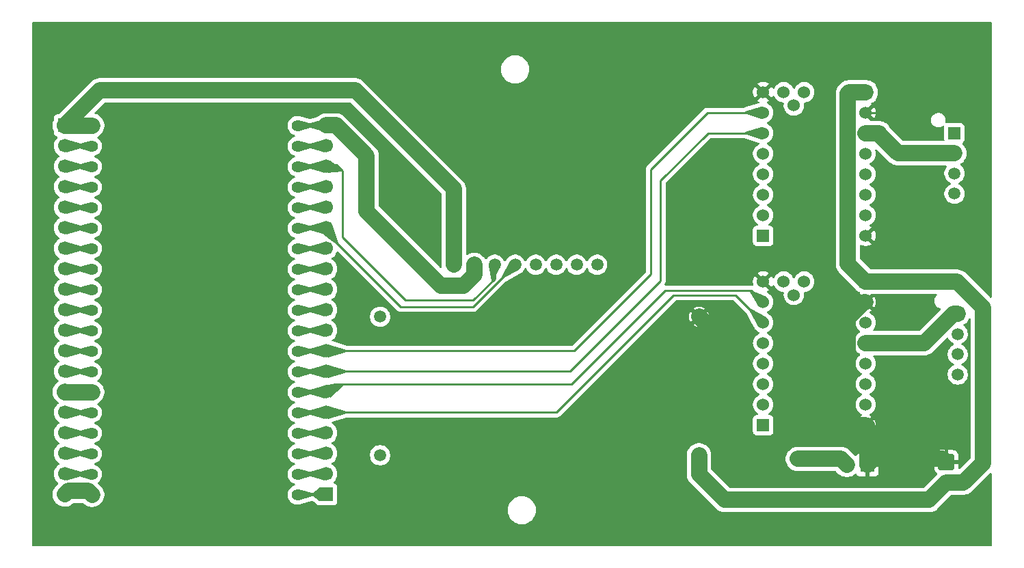
<source format=gbr>
G04 #@! TF.GenerationSoftware,KiCad,Pcbnew,9.0.4*
G04 #@! TF.CreationDate,2026-02-27T08:05:58+01:00*
G04 #@! TF.ProjectId,SABR PCB BOARD PROJECT,53414252-2050-4434-9220-424f41524420,rev?*
G04 #@! TF.SameCoordinates,Original*
G04 #@! TF.FileFunction,Copper,L1,Top*
G04 #@! TF.FilePolarity,Positive*
%FSLAX46Y46*%
G04 Gerber Fmt 4.6, Leading zero omitted, Abs format (unit mm)*
G04 Created by KiCad (PCBNEW 9.0.4) date 2026-02-27 08:05:58*
%MOMM*%
%LPD*%
G01*
G04 APERTURE LIST*
G04 Aperture macros list*
%AMRoundRect*
0 Rectangle with rounded corners*
0 $1 Rounding radius*
0 $2 $3 $4 $5 $6 $7 $8 $9 X,Y pos of 4 corners*
0 Add a 4 corners polygon primitive as box body*
4,1,4,$2,$3,$4,$5,$6,$7,$8,$9,$2,$3,0*
0 Add four circle primitives for the rounded corners*
1,1,$1+$1,$2,$3*
1,1,$1+$1,$4,$5*
1,1,$1+$1,$6,$7*
1,1,$1+$1,$8,$9*
0 Add four rect primitives between the rounded corners*
20,1,$1+$1,$2,$3,$4,$5,0*
20,1,$1+$1,$4,$5,$6,$7,0*
20,1,$1+$1,$6,$7,$8,$9,0*
20,1,$1+$1,$8,$9,$2,$3,0*%
G04 Aperture macros list end*
G04 #@! TA.AperFunction,ComponentPad*
%ADD10R,1.524000X1.524000*%
G04 #@! TD*
G04 #@! TA.AperFunction,ComponentPad*
%ADD11C,1.524000*%
G04 #@! TD*
G04 #@! TA.AperFunction,ComponentPad*
%ADD12R,1.700000X1.700000*%
G04 #@! TD*
G04 #@! TA.AperFunction,ComponentPad*
%ADD13C,1.700000*%
G04 #@! TD*
G04 #@! TA.AperFunction,ComponentPad*
%ADD14R,1.800000X1.800000*%
G04 #@! TD*
G04 #@! TA.AperFunction,ComponentPad*
%ADD15C,1.800000*%
G04 #@! TD*
G04 #@! TA.AperFunction,ComponentPad*
%ADD16R,1.508000X1.508000*%
G04 #@! TD*
G04 #@! TA.AperFunction,ComponentPad*
%ADD17C,1.508000*%
G04 #@! TD*
G04 #@! TA.AperFunction,ComponentPad*
%ADD18RoundRect,0.250000X-0.750000X0.750000X-0.750000X-0.750000X0.750000X-0.750000X0.750000X0.750000X0*%
G04 #@! TD*
G04 #@! TA.AperFunction,ComponentPad*
%ADD19C,2.000000*%
G04 #@! TD*
G04 #@! TA.AperFunction,ComponentPad*
%ADD20C,1.500000*%
G04 #@! TD*
G04 #@! TA.AperFunction,ComponentPad*
%ADD21R,1.408000X1.408000*%
G04 #@! TD*
G04 #@! TA.AperFunction,ComponentPad*
%ADD22C,1.408000*%
G04 #@! TD*
G04 #@! TA.AperFunction,ComponentPad*
%ADD23C,1.400000*%
G04 #@! TD*
G04 #@! TA.AperFunction,Conductor*
%ADD24C,0.250000*%
G04 #@! TD*
G04 #@! TA.AperFunction,Conductor*
%ADD25C,2.000000*%
G04 #@! TD*
G04 APERTURE END LIST*
D10*
X132900000Y-65020000D03*
D11*
X132900000Y-62480000D03*
X132900000Y-59940000D03*
X132900000Y-57400000D03*
X132900000Y-54860000D03*
X132900000Y-52320000D03*
X132900000Y-49780000D03*
X132900000Y-47240000D03*
D10*
X145600000Y-47240000D03*
D11*
X145600000Y-49780000D03*
X145600000Y-52320000D03*
X145600000Y-54860000D03*
X145600000Y-57400000D03*
X145600000Y-59940000D03*
X145600000Y-62480000D03*
X145600000Y-65020000D03*
X137980000Y-47240000D03*
X135440000Y-47240000D03*
X136710000Y-48891000D03*
D12*
X46400000Y-51340000D03*
D13*
X46400000Y-53880000D03*
X46400000Y-56420000D03*
X46400000Y-58960000D03*
X46400000Y-61500000D03*
X46400000Y-64040000D03*
X46400000Y-66580000D03*
X46400000Y-69120000D03*
X46400000Y-71660000D03*
X46400000Y-74200000D03*
X46400000Y-76740000D03*
X46400000Y-79280000D03*
X46400000Y-81820000D03*
X46400000Y-84360000D03*
X46400000Y-86900000D03*
X46400000Y-89440000D03*
X46400000Y-91980000D03*
X46400000Y-94520000D03*
X46400000Y-97060000D03*
D14*
X145800000Y-93400000D03*
D15*
X143260000Y-93400000D03*
D16*
X157000000Y-74700000D03*
D17*
X157000000Y-77200000D03*
X157000000Y-79700000D03*
X157000000Y-82200000D03*
D12*
X78800000Y-97060000D03*
D13*
X78800000Y-94520000D03*
X78800000Y-91980000D03*
X78800000Y-89440000D03*
X78800000Y-86900000D03*
X78800000Y-84360000D03*
X78800000Y-81820000D03*
X78800000Y-79280000D03*
X78800000Y-76740000D03*
X78800000Y-74200000D03*
X78800000Y-71660000D03*
X78800000Y-69120000D03*
X78800000Y-66580000D03*
X78800000Y-64040000D03*
X78800000Y-61500000D03*
X78800000Y-58960000D03*
X78800000Y-56420000D03*
X78800000Y-53880000D03*
X78800000Y-51340000D03*
D18*
X155600000Y-93060000D03*
D19*
X155600000Y-95600000D03*
D20*
X94590000Y-68605000D03*
X97130000Y-68605000D03*
X99660000Y-68605000D03*
X102200000Y-68605000D03*
X104740000Y-68605000D03*
X107270000Y-68605000D03*
X109810000Y-68605000D03*
X112350000Y-68605000D03*
D16*
X156600000Y-52300000D03*
D17*
X156600000Y-54800000D03*
X156600000Y-57300000D03*
X156600000Y-59800000D03*
D21*
X49800000Y-51380000D03*
D22*
X49800000Y-53920000D03*
X49800000Y-56460000D03*
X49800000Y-59000000D03*
X49800000Y-61540000D03*
X49800000Y-64080000D03*
X49800000Y-66620000D03*
X49800000Y-69160000D03*
X49800000Y-71700000D03*
X49800000Y-74240000D03*
X49800000Y-76780000D03*
X49800000Y-79320000D03*
X49800000Y-81860000D03*
X49800000Y-84400000D03*
X49800000Y-86940000D03*
X49800000Y-89480000D03*
X49800000Y-92020000D03*
X49800000Y-94560000D03*
X49800000Y-97100000D03*
X75200000Y-51380000D03*
X75200000Y-53920000D03*
X75200000Y-56460000D03*
X75200000Y-59000000D03*
X75200000Y-61540000D03*
X75200000Y-64080000D03*
X75200000Y-66620000D03*
X75200000Y-69160000D03*
X75200000Y-71700000D03*
X75200000Y-74240000D03*
X75200000Y-76780000D03*
X75200000Y-79320000D03*
X75200000Y-81860000D03*
X75200000Y-84400000D03*
X75200000Y-86940000D03*
X75200000Y-89480000D03*
X75200000Y-92020000D03*
X75200000Y-94560000D03*
X75200000Y-97100000D03*
D10*
X132900000Y-88480000D03*
D11*
X132900000Y-85940000D03*
X132900000Y-83400000D03*
X132900000Y-80860000D03*
X132900000Y-78320000D03*
X132900000Y-75780000D03*
X132900000Y-73240000D03*
X132900000Y-70700000D03*
D10*
X145600000Y-70700000D03*
D11*
X145600000Y-73240000D03*
X145600000Y-75780000D03*
X145600000Y-78320000D03*
X145600000Y-80860000D03*
X145600000Y-83400000D03*
X145600000Y-85940000D03*
X145600000Y-88480000D03*
X137980000Y-70700000D03*
X135440000Y-70700000D03*
X136710000Y-72351000D03*
D23*
X137200000Y-92660000D03*
X137200000Y-97740000D03*
D20*
X124955500Y-92200000D03*
X124955500Y-75054000D03*
X85459500Y-92200000D03*
X85459500Y-75054000D03*
D24*
X147420000Y-49780000D02*
X145600000Y-49780000D01*
X148400000Y-43600000D02*
X148400000Y-48800000D01*
X148400000Y-48800000D02*
X147420000Y-49780000D01*
X136540000Y-43600000D02*
X148400000Y-43600000D01*
X132900000Y-47240000D02*
X136540000Y-43600000D01*
D25*
X142520000Y-92660000D02*
X143260000Y-93400000D01*
X137200000Y-92660000D02*
X142520000Y-92660000D01*
D24*
X49760000Y-94520000D02*
X49800000Y-94560000D01*
X46400000Y-94520000D02*
X49760000Y-94520000D01*
X46400000Y-89440000D02*
X49760000Y-89440000D01*
X49760000Y-89440000D02*
X49800000Y-89480000D01*
X49760000Y-71660000D02*
X49800000Y-71700000D01*
X46400000Y-71660000D02*
X49760000Y-71660000D01*
X49760000Y-53880000D02*
X49800000Y-53920000D01*
X46400000Y-53880000D02*
X49760000Y-53880000D01*
X46400000Y-86900000D02*
X49760000Y-86900000D01*
X49760000Y-86900000D02*
X49800000Y-86940000D01*
X46400000Y-91980000D02*
X49760000Y-91980000D01*
X49760000Y-91980000D02*
X49800000Y-92020000D01*
X49760000Y-79280000D02*
X49800000Y-79320000D01*
X46400000Y-79280000D02*
X49760000Y-79280000D01*
X49760000Y-58960000D02*
X49800000Y-59000000D01*
X46400000Y-58960000D02*
X49760000Y-58960000D01*
X46400000Y-64040000D02*
X49760000Y-64040000D01*
X49760000Y-64040000D02*
X49800000Y-64080000D01*
X46400000Y-76740000D02*
X49760000Y-76740000D01*
X49760000Y-76740000D02*
X49800000Y-76780000D01*
X49760000Y-66580000D02*
X49800000Y-66620000D01*
X46400000Y-66580000D02*
X49760000Y-66580000D01*
X46400000Y-81820000D02*
X49760000Y-81820000D01*
X49760000Y-81820000D02*
X49800000Y-81860000D01*
X49760000Y-56420000D02*
X49800000Y-56460000D01*
X46400000Y-56420000D02*
X49760000Y-56420000D01*
D25*
X129400000Y-92200000D02*
X129400000Y-79498500D01*
X143399000Y-87356630D02*
X138243370Y-87356630D01*
X146600000Y-92600000D02*
X155140000Y-92600000D01*
X145363898Y-73240000D02*
X143399000Y-75204898D01*
X144522370Y-88480000D02*
X145600000Y-88480000D01*
X145800000Y-93400000D02*
X145800000Y-88680000D01*
X155140000Y-92600000D02*
X155600000Y-93060000D01*
X133400000Y-92200000D02*
X129400000Y-92200000D01*
X145800000Y-93400000D02*
X146600000Y-92600000D01*
X145800000Y-88680000D02*
X145600000Y-88480000D01*
X124955500Y-75054000D02*
X129400000Y-79498500D01*
X143399000Y-87356630D02*
X144522370Y-88480000D01*
X143399000Y-75204898D02*
X143399000Y-87356630D01*
X138243370Y-87356630D02*
X133400000Y-92200000D01*
X145600000Y-73240000D02*
X145363898Y-73240000D01*
D24*
X46400000Y-69120000D02*
X49760000Y-69120000D01*
X49760000Y-69120000D02*
X49800000Y-69160000D01*
X49760000Y-74200000D02*
X49800000Y-74240000D01*
X46400000Y-74200000D02*
X49760000Y-74200000D01*
X49760000Y-61500000D02*
X49800000Y-61540000D01*
X46400000Y-61500000D02*
X49760000Y-61500000D01*
X75200000Y-92020000D02*
X78760000Y-92020000D01*
X78760000Y-92020000D02*
X78800000Y-91980000D01*
X75200000Y-74240000D02*
X78760000Y-74240000D01*
X78760000Y-74240000D02*
X78800000Y-74200000D01*
X75200000Y-59000000D02*
X78760000Y-59000000D01*
X78760000Y-59000000D02*
X78800000Y-58960000D01*
X78760000Y-71700000D02*
X78800000Y-71660000D01*
X75200000Y-71700000D02*
X78760000Y-71700000D01*
X75200000Y-89480000D02*
X78760000Y-89480000D01*
X78760000Y-89480000D02*
X78800000Y-89440000D01*
X129520000Y-72400000D02*
X121800000Y-72400000D01*
X107300000Y-86900000D02*
X78800000Y-86900000D01*
X78760000Y-86940000D02*
X78800000Y-86900000D01*
X132900000Y-75780000D02*
X129520000Y-72400000D01*
X121800000Y-72400000D02*
X107300000Y-86900000D01*
X75200000Y-86940000D02*
X78760000Y-86940000D01*
X78760000Y-97100000D02*
X78800000Y-97060000D01*
X75200000Y-97100000D02*
X78760000Y-97100000D01*
X78760000Y-76780000D02*
X78800000Y-76740000D01*
X75200000Y-76780000D02*
X78760000Y-76780000D01*
X80000000Y-56200000D02*
X79020000Y-56200000D01*
X97000000Y-73000000D02*
X88600000Y-73000000D01*
X80800000Y-65200000D02*
X80800000Y-57000000D01*
X80800000Y-57000000D02*
X80000000Y-56200000D01*
X99660000Y-68605000D02*
X99660000Y-70340000D01*
X75200000Y-56460000D02*
X78760000Y-56460000D01*
X99660000Y-70340000D02*
X97000000Y-73000000D01*
X79020000Y-56200000D02*
X78800000Y-56420000D01*
X78760000Y-56460000D02*
X78800000Y-56420000D01*
X88600000Y-73000000D02*
X80800000Y-65200000D01*
X78760000Y-61540000D02*
X78800000Y-61500000D01*
X75200000Y-61540000D02*
X78760000Y-61540000D01*
X78760000Y-66620000D02*
X78800000Y-66580000D01*
X75200000Y-66620000D02*
X78760000Y-66620000D01*
X75200000Y-53920000D02*
X78760000Y-53920000D01*
X78760000Y-53920000D02*
X78800000Y-53880000D01*
X132900000Y-49780000D02*
X126020000Y-49780000D01*
X75200000Y-79320000D02*
X78760000Y-79320000D01*
X109520000Y-79280000D02*
X78800000Y-79280000D01*
X119000000Y-56800000D02*
X119000000Y-69800000D01*
X119000000Y-69800000D02*
X109520000Y-79280000D01*
X126020000Y-49780000D02*
X119000000Y-56800000D01*
X78760000Y-79320000D02*
X78800000Y-79280000D01*
X78760000Y-69160000D02*
X78800000Y-69120000D01*
X75200000Y-69160000D02*
X78760000Y-69160000D01*
X132900000Y-52320000D02*
X126080000Y-52320000D01*
X78760000Y-81860000D02*
X78800000Y-81820000D01*
X126080000Y-52320000D02*
X120200000Y-58200000D01*
X108980000Y-81820000D02*
X78800000Y-81820000D01*
X75200000Y-81860000D02*
X78760000Y-81860000D01*
X120200000Y-70600000D02*
X108980000Y-81820000D01*
X120200000Y-58200000D02*
X120200000Y-70600000D01*
X75200000Y-94560000D02*
X78760000Y-94560000D01*
X78760000Y-94560000D02*
X78800000Y-94520000D01*
D25*
X46440000Y-51380000D02*
X46400000Y-51340000D01*
X82400000Y-47000000D02*
X94590000Y-59190000D01*
X46400000Y-51340000D02*
X50740000Y-47000000D01*
X94590000Y-59190000D02*
X94590000Y-68605000D01*
X49800000Y-51380000D02*
X46440000Y-51380000D01*
D24*
X49760000Y-51340000D02*
X49800000Y-51380000D01*
D25*
X50740000Y-47000000D02*
X82400000Y-47000000D01*
D24*
X88000000Y-73800000D02*
X78800000Y-64600000D01*
X102200000Y-68605000D02*
X97005000Y-73800000D01*
X97005000Y-73800000D02*
X88000000Y-73800000D01*
X78760000Y-64080000D02*
X78800000Y-64040000D01*
X78800000Y-64600000D02*
X78800000Y-64040000D01*
X75200000Y-64080000D02*
X78760000Y-64080000D01*
X75200000Y-84400000D02*
X75400000Y-84400000D01*
X79760000Y-83400000D02*
X78800000Y-84360000D01*
X120800000Y-71800000D02*
X109200000Y-83400000D01*
X131460000Y-71800000D02*
X120800000Y-71800000D01*
X75400000Y-84400000D02*
X75440000Y-84360000D01*
X75440000Y-84360000D02*
X78800000Y-84360000D01*
X109200000Y-83400000D02*
X79760000Y-83400000D01*
X132900000Y-73240000D02*
X131460000Y-71800000D01*
D25*
X160099000Y-93200000D02*
X160099000Y-73889000D01*
X143562000Y-47240000D02*
X143399000Y-47403000D01*
X155600000Y-95600000D02*
X157699000Y-95600000D01*
X157699000Y-95600000D02*
X160099000Y-93200000D01*
X137200000Y-97740000D02*
X128140000Y-97740000D01*
X124955500Y-94555500D02*
X124955500Y-92200000D01*
X155600000Y-95600000D02*
X153460000Y-97740000D01*
X156910000Y-70700000D02*
X145600000Y-70700000D01*
X160099000Y-73889000D02*
X156910000Y-70700000D01*
X143399000Y-68499000D02*
X145600000Y-70700000D01*
X153460000Y-97740000D02*
X137200000Y-97740000D01*
X145600000Y-47240000D02*
X143562000Y-47240000D01*
X128140000Y-97740000D02*
X124955500Y-94555500D01*
X143399000Y-47403000D02*
X143399000Y-68499000D01*
X147200000Y-52400000D02*
X147280000Y-52320000D01*
X156600000Y-54800000D02*
X149600000Y-54800000D01*
X149600000Y-54800000D02*
X147200000Y-52400000D01*
X147280000Y-52320000D02*
X145600000Y-52320000D01*
X156500000Y-74700000D02*
X157000000Y-74700000D01*
X152880000Y-78320000D02*
X156500000Y-74700000D01*
X145600000Y-78320000D02*
X152880000Y-78320000D01*
X49800000Y-97100000D02*
X49300000Y-96600000D01*
X46860000Y-96600000D02*
X46400000Y-97060000D01*
D24*
X49760000Y-97060000D02*
X49800000Y-97100000D01*
D25*
X49300000Y-96600000D02*
X46860000Y-96600000D01*
D24*
X49760000Y-84360000D02*
X49800000Y-84400000D01*
D25*
X49800000Y-84400000D02*
X46440000Y-84400000D01*
X46440000Y-84400000D02*
X46400000Y-84360000D01*
D24*
X78760000Y-51380000D02*
X78800000Y-51340000D01*
D25*
X97130000Y-69870000D02*
X97130000Y-68605000D01*
X80002081Y-51340000D02*
X78800000Y-51340000D01*
X83800000Y-62000000D02*
X93000000Y-71200000D01*
D24*
X75200000Y-51380000D02*
X78760000Y-51380000D01*
D25*
X83800000Y-55137919D02*
X80002081Y-51340000D01*
D24*
X78860000Y-51400000D02*
X78800000Y-51340000D01*
D25*
X95800000Y-71200000D02*
X97130000Y-69870000D01*
X93000000Y-71200000D02*
X95800000Y-71200000D01*
X83800000Y-62000000D02*
X83800000Y-55137919D01*
G04 #@! TA.AperFunction,Conductor*
G36*
X161142539Y-38520185D02*
G01*
X161188294Y-38572989D01*
X161199500Y-38624500D01*
X161199500Y-72568111D01*
X161179815Y-72635150D01*
X161127011Y-72680905D01*
X161057853Y-72690849D01*
X160994297Y-72661824D01*
X160987819Y-72655792D01*
X157887511Y-69555484D01*
X157867450Y-69540909D01*
X157696434Y-69416657D01*
X157485996Y-69309433D01*
X157261368Y-69236446D01*
X157028097Y-69199500D01*
X157028092Y-69199500D01*
X146272889Y-69199500D01*
X146205850Y-69179815D01*
X146185208Y-69163181D01*
X144935819Y-67913792D01*
X144902334Y-67852469D01*
X144899500Y-67826111D01*
X144899500Y-66281802D01*
X144919185Y-66214763D01*
X144971989Y-66169008D01*
X145041147Y-66159064D01*
X145079797Y-66171318D01*
X145115563Y-66189542D01*
X145304477Y-66250924D01*
X145500679Y-66282000D01*
X145699321Y-66282000D01*
X145895520Y-66250924D01*
X145895523Y-66250924D01*
X146084437Y-66189542D01*
X146261425Y-66099362D01*
X146298715Y-66072268D01*
X145735942Y-65509495D01*
X145796081Y-65493381D01*
X145911920Y-65426502D01*
X146006502Y-65331920D01*
X146073381Y-65216081D01*
X146089495Y-65155942D01*
X146652268Y-65718715D01*
X146679362Y-65681425D01*
X146769542Y-65504437D01*
X146830924Y-65315523D01*
X146830924Y-65315520D01*
X146862000Y-65119321D01*
X146862000Y-64920678D01*
X146830924Y-64724479D01*
X146830924Y-64724476D01*
X146769542Y-64535562D01*
X146679358Y-64358567D01*
X146652268Y-64321283D01*
X146089494Y-64884057D01*
X146073381Y-64823919D01*
X146006502Y-64708080D01*
X145911920Y-64613498D01*
X145796081Y-64546619D01*
X145735941Y-64530504D01*
X146298715Y-63967730D01*
X146261432Y-63940641D01*
X146104668Y-63860765D01*
X146053872Y-63812790D01*
X146037077Y-63744969D01*
X146059615Y-63678834D01*
X146104667Y-63639796D01*
X146261694Y-63559787D01*
X146422464Y-63442981D01*
X146562981Y-63302464D01*
X146679787Y-63141694D01*
X146770005Y-62964632D01*
X146831413Y-62775636D01*
X146862500Y-62579361D01*
X146862500Y-62380639D01*
X146831413Y-62184364D01*
X146777493Y-62018414D01*
X146770006Y-61995370D01*
X146770005Y-61995367D01*
X146681697Y-61822055D01*
X146679787Y-61818306D01*
X146562981Y-61657536D01*
X146422464Y-61517019D01*
X146261694Y-61400213D01*
X146105218Y-61320484D01*
X146054423Y-61272510D01*
X146037628Y-61204689D01*
X146060165Y-61138554D01*
X146105218Y-61099515D01*
X146261694Y-61019787D01*
X146422464Y-60902981D01*
X146562981Y-60762464D01*
X146679787Y-60601694D01*
X146770005Y-60424632D01*
X146831413Y-60235636D01*
X146862500Y-60039361D01*
X146862500Y-59840639D01*
X146831413Y-59644364D01*
X146777493Y-59478414D01*
X146770006Y-59455370D01*
X146770005Y-59455367D01*
X146681697Y-59282055D01*
X146679787Y-59278306D01*
X146562981Y-59117536D01*
X146422464Y-58977019D01*
X146261694Y-58860213D01*
X146105218Y-58780484D01*
X146054423Y-58732510D01*
X146037628Y-58664689D01*
X146060165Y-58598554D01*
X146105218Y-58559515D01*
X146261694Y-58479787D01*
X146422464Y-58362981D01*
X146562981Y-58222464D01*
X146679787Y-58061694D01*
X146770005Y-57884632D01*
X146831413Y-57695636D01*
X146862500Y-57499361D01*
X146862500Y-57300639D01*
X146831413Y-57104364D01*
X146777493Y-56938414D01*
X146770006Y-56915370D01*
X146770005Y-56915367D01*
X146720617Y-56818439D01*
X146679787Y-56738306D01*
X146562981Y-56577536D01*
X146422464Y-56437019D01*
X146261694Y-56320213D01*
X146105218Y-56240484D01*
X146054423Y-56192510D01*
X146037628Y-56124689D01*
X146060165Y-56058554D01*
X146105218Y-56019515D01*
X146261694Y-55939787D01*
X146422464Y-55822981D01*
X146562981Y-55682464D01*
X146679787Y-55521694D01*
X146770005Y-55344632D01*
X146831413Y-55155636D01*
X146862500Y-54959361D01*
X146862500Y-54760639D01*
X146831413Y-54564364D01*
X146793810Y-54448632D01*
X146793240Y-54446878D01*
X146791245Y-54377037D01*
X146827325Y-54317204D01*
X146890026Y-54286376D01*
X146959441Y-54294341D01*
X146998851Y-54320878D01*
X147810912Y-55132940D01*
X148622491Y-55944519D01*
X148622493Y-55944521D01*
X148707833Y-56006523D01*
X148764729Y-56047860D01*
X148813567Y-56083343D01*
X148947659Y-56151666D01*
X149024003Y-56190566D01*
X149024005Y-56190566D01*
X149024008Y-56190568D01*
X149136306Y-56227056D01*
X149248631Y-56263553D01*
X149481903Y-56300500D01*
X149481908Y-56300500D01*
X149481909Y-56300500D01*
X149718092Y-56300500D01*
X155532168Y-56300500D01*
X155599207Y-56320185D01*
X155644962Y-56372989D01*
X155654906Y-56442147D01*
X155632486Y-56497385D01*
X155527058Y-56642495D01*
X155479290Y-56736243D01*
X155437863Y-56817549D01*
X155437408Y-56818441D01*
X155376389Y-57006236D01*
X155345500Y-57201263D01*
X155345500Y-57398736D01*
X155376389Y-57593763D01*
X155433884Y-57770713D01*
X155437409Y-57781561D01*
X155527056Y-57957501D01*
X155527058Y-57957504D01*
X155643115Y-58117246D01*
X155782753Y-58256884D01*
X155928782Y-58362978D01*
X155942499Y-58372944D01*
X156073151Y-58439515D01*
X156123947Y-58487490D01*
X156140742Y-58555311D01*
X156118204Y-58621446D01*
X156073151Y-58660484D01*
X156039757Y-58677500D01*
X155942495Y-58727058D01*
X155782753Y-58843115D01*
X155643115Y-58982753D01*
X155527058Y-59142495D01*
X155437408Y-59318441D01*
X155376389Y-59506236D01*
X155345500Y-59701263D01*
X155345500Y-59898736D01*
X155376389Y-60093763D01*
X155420656Y-60230000D01*
X155437409Y-60281561D01*
X155527056Y-60457501D01*
X155527058Y-60457504D01*
X155643115Y-60617246D01*
X155782753Y-60756884D01*
X155932234Y-60865486D01*
X155942499Y-60872944D01*
X156118439Y-60962591D01*
X156243637Y-61003270D01*
X156306236Y-61023610D01*
X156501264Y-61054500D01*
X156501269Y-61054500D01*
X156698736Y-61054500D01*
X156893763Y-61023610D01*
X156905532Y-61019786D01*
X157081561Y-60962591D01*
X157257501Y-60872944D01*
X157349217Y-60806309D01*
X157417246Y-60756884D01*
X157417248Y-60756881D01*
X157417252Y-60756879D01*
X157556879Y-60617252D01*
X157556881Y-60617248D01*
X157556884Y-60617246D01*
X157634933Y-60509819D01*
X157672944Y-60457501D01*
X157762591Y-60281561D01*
X157823610Y-60093763D01*
X157854500Y-59898736D01*
X157854500Y-59701263D01*
X157823610Y-59506236D01*
X157803270Y-59443637D01*
X157762591Y-59318439D01*
X157672944Y-59142499D01*
X157665486Y-59132234D01*
X157556884Y-58982753D01*
X157417246Y-58843115D01*
X157257505Y-58727058D01*
X157221254Y-58708587D01*
X157126846Y-58660483D01*
X157076052Y-58612510D01*
X157059257Y-58544689D01*
X157081794Y-58478554D01*
X157126845Y-58439517D01*
X157257501Y-58372944D01*
X157404273Y-58266309D01*
X157417246Y-58256884D01*
X157417248Y-58256881D01*
X157417252Y-58256879D01*
X157556879Y-58117252D01*
X157556881Y-58117248D01*
X157556884Y-58117246D01*
X157607779Y-58047192D01*
X157672944Y-57957501D01*
X157762591Y-57781561D01*
X157823610Y-57593763D01*
X157826383Y-57576254D01*
X157854500Y-57398736D01*
X157854500Y-57201263D01*
X157823610Y-57006236D01*
X157794085Y-56915367D01*
X157762591Y-56818439D01*
X157672944Y-56642499D01*
X157654814Y-56617545D01*
X157556884Y-56482753D01*
X157417250Y-56343119D01*
X157417245Y-56343115D01*
X157358088Y-56300135D01*
X157315422Y-56244805D01*
X157309443Y-56175192D01*
X157342048Y-56113397D01*
X157374678Y-56089332D01*
X157386433Y-56083343D01*
X157577510Y-55944517D01*
X157744517Y-55777510D01*
X157883343Y-55586433D01*
X157990568Y-55375992D01*
X158063553Y-55151368D01*
X158066691Y-55131557D01*
X158100500Y-54918097D01*
X158100500Y-54681902D01*
X158063553Y-54448631D01*
X158020849Y-54317204D01*
X157990568Y-54224008D01*
X157990566Y-54224005D01*
X157990566Y-54224003D01*
X157934002Y-54112991D01*
X157883343Y-54013567D01*
X157744517Y-53822490D01*
X157596577Y-53674550D01*
X157563092Y-53613227D01*
X157568076Y-53543535D01*
X157609945Y-53487604D01*
X157711546Y-53411546D01*
X157797796Y-53296331D01*
X157848091Y-53161483D01*
X157854500Y-53101873D01*
X157854499Y-51498128D01*
X157848091Y-51438517D01*
X157833525Y-51399464D01*
X157797797Y-51303671D01*
X157797793Y-51303664D01*
X157711547Y-51188455D01*
X157711544Y-51188452D01*
X157596335Y-51102206D01*
X157596328Y-51102202D01*
X157461482Y-51051908D01*
X157461483Y-51051908D01*
X157401883Y-51045501D01*
X157401881Y-51045500D01*
X157401873Y-51045500D01*
X157401864Y-51045500D01*
X155798129Y-51045500D01*
X155798123Y-51045501D01*
X155738515Y-51051909D01*
X155633200Y-51091188D01*
X155563508Y-51096172D01*
X155502186Y-51062686D01*
X155468701Y-51001363D01*
X155468251Y-50950816D01*
X155494372Y-50819500D01*
X155500500Y-50788693D01*
X155500500Y-50611306D01*
X155500499Y-50611304D01*
X155465896Y-50437341D01*
X155465893Y-50437332D01*
X155398016Y-50273459D01*
X155398009Y-50273446D01*
X155299464Y-50125965D01*
X155299461Y-50125961D01*
X155174038Y-50000538D01*
X155174034Y-50000535D01*
X155026553Y-49901990D01*
X155026540Y-49901983D01*
X154862667Y-49834106D01*
X154862658Y-49834103D01*
X154688694Y-49799500D01*
X154688691Y-49799500D01*
X154511309Y-49799500D01*
X154511306Y-49799500D01*
X154337341Y-49834103D01*
X154337332Y-49834106D01*
X154173459Y-49901983D01*
X154173446Y-49901990D01*
X154025965Y-50000535D01*
X154025961Y-50000538D01*
X153900538Y-50125961D01*
X153900535Y-50125965D01*
X153801990Y-50273446D01*
X153801983Y-50273459D01*
X153734106Y-50437332D01*
X153734103Y-50437341D01*
X153699500Y-50611304D01*
X153699500Y-50788695D01*
X153734103Y-50962658D01*
X153734106Y-50962667D01*
X153801983Y-51126540D01*
X153801990Y-51126553D01*
X153900535Y-51274034D01*
X153900538Y-51274038D01*
X154025961Y-51399461D01*
X154025965Y-51399464D01*
X154173446Y-51498009D01*
X154173459Y-51498016D01*
X154219007Y-51516882D01*
X154337334Y-51565894D01*
X154337336Y-51565894D01*
X154337341Y-51565896D01*
X154511304Y-51600499D01*
X154511307Y-51600500D01*
X154511309Y-51600500D01*
X154688693Y-51600500D01*
X154688694Y-51600499D01*
X154746682Y-51588964D01*
X154862658Y-51565896D01*
X154862661Y-51565894D01*
X154862666Y-51565894D01*
X155026267Y-51498129D01*
X155026540Y-51498016D01*
X155026540Y-51498015D01*
X155026547Y-51498013D01*
X155152611Y-51413778D01*
X155219286Y-51392902D01*
X155286666Y-51411386D01*
X155333356Y-51463364D01*
X155345500Y-51516882D01*
X155345500Y-53101870D01*
X155345501Y-53101876D01*
X155351991Y-53162247D01*
X155339584Y-53231006D01*
X155291973Y-53282143D01*
X155228701Y-53299500D01*
X150272890Y-53299500D01*
X150205851Y-53279815D01*
X150185209Y-53263181D01*
X148689165Y-51767138D01*
X148666361Y-51735752D01*
X148664128Y-51731369D01*
X148563343Y-51533567D01*
X148424517Y-51342490D01*
X148257510Y-51175483D01*
X148066433Y-51036657D01*
X148047470Y-51026995D01*
X147855996Y-50929433D01*
X147631368Y-50856446D01*
X147398097Y-50819500D01*
X147398092Y-50819500D01*
X146337309Y-50819500D01*
X146270270Y-50799815D01*
X146249628Y-50783181D01*
X145735942Y-50269495D01*
X145796081Y-50253381D01*
X145911920Y-50186502D01*
X146006502Y-50091920D01*
X146073381Y-49976081D01*
X146089495Y-49915942D01*
X146652268Y-50478715D01*
X146679362Y-50441425D01*
X146769542Y-50264437D01*
X146830924Y-50075523D01*
X146830924Y-50075520D01*
X146862000Y-49879321D01*
X146862000Y-49680678D01*
X146830924Y-49484479D01*
X146830924Y-49484476D01*
X146769542Y-49295562D01*
X146679358Y-49118567D01*
X146652268Y-49081283D01*
X146089494Y-49644057D01*
X146073381Y-49583919D01*
X146006502Y-49468080D01*
X145911920Y-49373498D01*
X145796081Y-49306619D01*
X145735941Y-49290504D01*
X146298715Y-48727730D01*
X146296991Y-48705813D01*
X146290559Y-48697472D01*
X146290501Y-48696806D01*
X146290099Y-48696273D01*
X146287513Y-48662010D01*
X146284580Y-48627859D01*
X146284891Y-48627268D01*
X146284841Y-48626602D01*
X146301170Y-48596416D01*
X146317186Y-48566064D01*
X146317874Y-48565538D01*
X146318086Y-48565148D01*
X146324959Y-48560133D01*
X146346257Y-48543886D01*
X146347994Y-48542928D01*
X146386433Y-48523343D01*
X146395549Y-48516719D01*
X146402312Y-48512992D01*
X146422265Y-48508569D01*
X146448915Y-48498301D01*
X146469483Y-48496091D01*
X146604331Y-48445796D01*
X146719546Y-48359546D01*
X146805796Y-48244331D01*
X146856091Y-48109483D01*
X146858302Y-48088913D01*
X146881281Y-48029271D01*
X146881388Y-48029123D01*
X146883343Y-48026433D01*
X146990568Y-47815992D01*
X147063553Y-47591368D01*
X147072398Y-47535523D01*
X147100500Y-47358097D01*
X147100500Y-47121902D01*
X147063553Y-46888631D01*
X146990566Y-46664003D01*
X146935022Y-46554993D01*
X146883343Y-46453567D01*
X146881275Y-46450721D01*
X146858301Y-46391081D01*
X146856091Y-46370518D01*
X146856090Y-46370515D01*
X146805797Y-46235671D01*
X146805793Y-46235664D01*
X146719547Y-46120455D01*
X146719544Y-46120452D01*
X146604335Y-46034206D01*
X146604328Y-46034202D01*
X146469483Y-45983909D01*
X146448906Y-45981696D01*
X146389285Y-45958729D01*
X146386433Y-45956657D01*
X146175996Y-45849433D01*
X145951368Y-45776446D01*
X145718097Y-45739500D01*
X145718092Y-45739500D01*
X143680092Y-45739500D01*
X143443908Y-45739500D01*
X143443903Y-45739500D01*
X143210631Y-45776446D01*
X142986003Y-45849433D01*
X142775563Y-45956659D01*
X142584496Y-46095476D01*
X142584491Y-46095480D01*
X142254485Y-46425487D01*
X142254484Y-46425488D01*
X142115657Y-46616565D01*
X142044934Y-46755368D01*
X142008434Y-46827003D01*
X142008433Y-46827005D01*
X142008432Y-46827008D01*
X141992319Y-46876596D01*
X141935446Y-47051631D01*
X141898500Y-47284902D01*
X141898500Y-68617097D01*
X141935446Y-68850368D01*
X142008433Y-69074996D01*
X142085520Y-69226287D01*
X142115657Y-69285434D01*
X142226140Y-69437500D01*
X142254484Y-69476511D01*
X144322724Y-71544751D01*
X144351225Y-71589099D01*
X144394202Y-71704328D01*
X144394206Y-71704335D01*
X144480452Y-71819544D01*
X144480455Y-71819547D01*
X144595664Y-71905793D01*
X144595671Y-71905797D01*
X144640618Y-71922561D01*
X144730517Y-71956091D01*
X144751090Y-71958302D01*
X144759302Y-71960891D01*
X144764665Y-71960529D01*
X144779851Y-71967369D01*
X144797685Y-71972992D01*
X144804453Y-71976722D01*
X144813566Y-71983343D01*
X144851985Y-72002918D01*
X144853739Y-72003885D01*
X144876985Y-72027313D01*
X144900977Y-72049972D01*
X144901479Y-72051999D01*
X144902951Y-72053483D01*
X144909843Y-72085772D01*
X144917773Y-72117793D01*
X144917099Y-72119769D01*
X144917536Y-72121814D01*
X144905878Y-72152699D01*
X144903487Y-72159714D01*
X144901282Y-72187730D01*
X145464057Y-72750504D01*
X145403919Y-72766619D01*
X145288080Y-72833498D01*
X145193498Y-72928080D01*
X145126619Y-73043919D01*
X145110504Y-73104057D01*
X144547730Y-72541282D01*
X144547729Y-72541283D01*
X144520643Y-72578564D01*
X144430457Y-72755562D01*
X144369075Y-72944476D01*
X144369075Y-72944479D01*
X144338000Y-73140678D01*
X144338000Y-73339321D01*
X144369075Y-73535520D01*
X144369075Y-73535523D01*
X144430457Y-73724437D01*
X144520641Y-73901432D01*
X144547730Y-73938715D01*
X144547731Y-73938716D01*
X145110504Y-73375942D01*
X145126619Y-73436081D01*
X145193498Y-73551920D01*
X145288080Y-73646502D01*
X145403919Y-73713381D01*
X145464057Y-73729494D01*
X144901283Y-74292268D01*
X144901283Y-74292269D01*
X144938567Y-74319358D01*
X145095331Y-74399234D01*
X145146127Y-74447209D01*
X145162922Y-74515030D01*
X145140384Y-74581165D01*
X145095331Y-74620204D01*
X144938305Y-74700213D01*
X144777533Y-74817021D01*
X144637021Y-74957533D01*
X144520213Y-75118305D01*
X144429994Y-75295367D01*
X144429993Y-75295370D01*
X144368587Y-75484362D01*
X144337500Y-75680639D01*
X144337500Y-75879360D01*
X144368587Y-76075637D01*
X144429993Y-76264629D01*
X144429994Y-76264632D01*
X144511075Y-76423760D01*
X144520213Y-76441694D01*
X144637019Y-76602464D01*
X144777536Y-76742981D01*
X144866273Y-76807452D01*
X144908938Y-76862782D01*
X144914917Y-76932396D01*
X144882311Y-76994191D01*
X144849683Y-77018254D01*
X144813569Y-77036655D01*
X144742092Y-77088587D01*
X144622490Y-77175483D01*
X144622488Y-77175485D01*
X144622487Y-77175485D01*
X144455485Y-77342487D01*
X144455485Y-77342488D01*
X144455483Y-77342490D01*
X144444927Y-77357019D01*
X144316657Y-77533566D01*
X144209433Y-77744003D01*
X144136446Y-77968631D01*
X144099500Y-78201902D01*
X144099500Y-78438097D01*
X144136446Y-78671368D01*
X144209433Y-78895996D01*
X144284079Y-79042495D01*
X144316657Y-79106433D01*
X144455483Y-79297510D01*
X144622490Y-79464517D01*
X144709165Y-79527490D01*
X144813568Y-79603344D01*
X144849681Y-79621744D01*
X144900477Y-79669718D01*
X144917273Y-79737539D01*
X144894736Y-79803674D01*
X144866273Y-79832546D01*
X144777542Y-79897014D01*
X144777533Y-79897021D01*
X144637021Y-80037533D01*
X144520213Y-80198305D01*
X144429994Y-80375367D01*
X144429993Y-80375370D01*
X144368587Y-80564362D01*
X144337500Y-80760639D01*
X144337500Y-80959360D01*
X144368587Y-81155637D01*
X144429993Y-81344629D01*
X144429994Y-81344632D01*
X144511075Y-81503760D01*
X144520213Y-81521694D01*
X144637019Y-81682464D01*
X144777536Y-81822981D01*
X144938306Y-81939787D01*
X144967763Y-81954796D01*
X145094780Y-82019515D01*
X145145576Y-82067490D01*
X145162371Y-82135311D01*
X145139833Y-82201446D01*
X145094780Y-82240485D01*
X144938305Y-82320213D01*
X144777533Y-82437021D01*
X144637021Y-82577533D01*
X144520213Y-82738305D01*
X144429994Y-82915367D01*
X144429993Y-82915370D01*
X144368587Y-83104362D01*
X144337500Y-83300639D01*
X144337500Y-83499360D01*
X144368587Y-83695637D01*
X144429993Y-83884629D01*
X144429994Y-83884632D01*
X144518609Y-84058546D01*
X144520213Y-84061694D01*
X144637019Y-84222464D01*
X144777536Y-84362981D01*
X144938306Y-84479787D01*
X145056832Y-84540179D01*
X145094780Y-84559515D01*
X145145576Y-84607490D01*
X145162371Y-84675311D01*
X145139833Y-84741446D01*
X145094780Y-84780485D01*
X144938305Y-84860213D01*
X144777533Y-84977021D01*
X144637021Y-85117533D01*
X144520213Y-85278305D01*
X144429994Y-85455367D01*
X144429993Y-85455370D01*
X144368587Y-85644362D01*
X144337500Y-85840639D01*
X144337500Y-86039360D01*
X144368587Y-86235637D01*
X144429993Y-86424629D01*
X144429994Y-86424632D01*
X144511075Y-86583760D01*
X144520213Y-86601694D01*
X144637019Y-86762464D01*
X144777536Y-86902981D01*
X144938306Y-87019787D01*
X145095332Y-87099796D01*
X145146127Y-87147769D01*
X145162922Y-87215590D01*
X145140385Y-87281725D01*
X145095332Y-87320764D01*
X144938566Y-87400641D01*
X144901283Y-87427729D01*
X144901282Y-87427730D01*
X145464058Y-87990504D01*
X145403919Y-88006619D01*
X145288080Y-88073498D01*
X145193498Y-88168080D01*
X145126619Y-88283919D01*
X145110504Y-88344057D01*
X144547730Y-87781282D01*
X144547729Y-87781283D01*
X144520643Y-87818564D01*
X144430457Y-87995562D01*
X144369075Y-88184476D01*
X144369075Y-88184479D01*
X144338000Y-88380678D01*
X144338000Y-88579321D01*
X144369075Y-88775520D01*
X144369075Y-88775523D01*
X144430457Y-88964437D01*
X144520641Y-89141432D01*
X144547730Y-89178715D01*
X144547731Y-89178716D01*
X145110504Y-88615942D01*
X145126619Y-88676081D01*
X145193498Y-88791920D01*
X145288080Y-88886502D01*
X145403919Y-88953381D01*
X145464057Y-88969494D01*
X144901283Y-89532268D01*
X144901283Y-89532269D01*
X144938567Y-89559358D01*
X145115562Y-89649542D01*
X145304477Y-89710924D01*
X145500679Y-89742000D01*
X145699321Y-89742000D01*
X145895520Y-89710924D01*
X145895523Y-89710924D01*
X146084437Y-89649542D01*
X146261425Y-89559362D01*
X146298716Y-89532268D01*
X145735942Y-88969494D01*
X145796081Y-88953381D01*
X145911920Y-88886502D01*
X146006502Y-88791920D01*
X146073381Y-88676081D01*
X146089495Y-88615942D01*
X146652268Y-89178715D01*
X146679362Y-89141425D01*
X146769542Y-88964437D01*
X146830924Y-88775523D01*
X146830924Y-88775520D01*
X146862000Y-88579321D01*
X146862000Y-88380678D01*
X146830924Y-88184479D01*
X146830924Y-88184476D01*
X146769542Y-87995562D01*
X146679358Y-87818567D01*
X146652268Y-87781283D01*
X146089494Y-88344057D01*
X146073381Y-88283919D01*
X146006502Y-88168080D01*
X145911920Y-88073498D01*
X145796081Y-88006619D01*
X145735942Y-87990504D01*
X146298716Y-87427731D01*
X146298715Y-87427730D01*
X146261432Y-87400641D01*
X146104668Y-87320765D01*
X146053872Y-87272790D01*
X146037077Y-87204969D01*
X146059615Y-87138834D01*
X146104667Y-87099796D01*
X146261694Y-87019787D01*
X146422464Y-86902981D01*
X146562981Y-86762464D01*
X146679787Y-86601694D01*
X146770005Y-86424632D01*
X146831413Y-86235636D01*
X146862500Y-86039361D01*
X146862500Y-85840639D01*
X146831413Y-85644364D01*
X146770005Y-85455368D01*
X146770005Y-85455367D01*
X146724035Y-85365149D01*
X146679787Y-85278306D01*
X146562981Y-85117536D01*
X146422464Y-84977019D01*
X146261694Y-84860213D01*
X146105218Y-84780484D01*
X146054423Y-84732510D01*
X146037628Y-84664689D01*
X146060165Y-84598554D01*
X146105218Y-84559515D01*
X146261694Y-84479787D01*
X146422464Y-84362981D01*
X146562981Y-84222464D01*
X146679787Y-84061694D01*
X146770005Y-83884632D01*
X146831413Y-83695636D01*
X146862500Y-83499361D01*
X146862500Y-83300639D01*
X146831413Y-83104364D01*
X146789397Y-82975051D01*
X146770006Y-82915370D01*
X146770005Y-82915367D01*
X146700391Y-82778743D01*
X146679787Y-82738306D01*
X146562981Y-82577536D01*
X146422464Y-82437019D01*
X146261694Y-82320213D01*
X146105218Y-82240484D01*
X146054423Y-82192510D01*
X146037628Y-82124689D01*
X146060165Y-82058554D01*
X146105218Y-82019515D01*
X146261694Y-81939787D01*
X146422464Y-81822981D01*
X146562981Y-81682464D01*
X146679787Y-81521694D01*
X146770005Y-81344632D01*
X146831413Y-81155636D01*
X146862500Y-80959361D01*
X146862500Y-80760639D01*
X146831413Y-80564364D01*
X146789397Y-80435050D01*
X146770006Y-80375370D01*
X146770005Y-80375367D01*
X146724035Y-80285149D01*
X146679787Y-80198306D01*
X146562981Y-80037536D01*
X146557626Y-80032181D01*
X146524141Y-79970858D01*
X146529125Y-79901166D01*
X146570997Y-79845233D01*
X146636461Y-79820816D01*
X146645307Y-79820500D01*
X152998097Y-79820500D01*
X153231368Y-79783553D01*
X153285827Y-79765858D01*
X153455992Y-79710568D01*
X153666434Y-79603343D01*
X153857510Y-79464517D01*
X155650252Y-77671773D01*
X155711573Y-77638290D01*
X155781264Y-77643274D01*
X155837198Y-77685146D01*
X155848409Y-77703151D01*
X155902945Y-77810181D01*
X155927058Y-77857505D01*
X156043115Y-78017246D01*
X156182753Y-78156884D01*
X156310776Y-78249896D01*
X156342499Y-78272944D01*
X156473151Y-78339515D01*
X156523947Y-78387490D01*
X156540742Y-78455311D01*
X156518204Y-78521446D01*
X156473151Y-78560484D01*
X156364912Y-78615636D01*
X156342495Y-78627058D01*
X156182753Y-78743115D01*
X156043115Y-78882753D01*
X155927058Y-79042495D01*
X155837408Y-79218441D01*
X155776389Y-79406236D01*
X155745500Y-79601263D01*
X155745500Y-79798736D01*
X155776389Y-79993763D01*
X155821210Y-80131705D01*
X155837409Y-80181561D01*
X155927056Y-80357501D01*
X155927058Y-80357504D01*
X156043115Y-80517246D01*
X156182753Y-80656884D01*
X156302311Y-80743746D01*
X156342499Y-80772944D01*
X156473151Y-80839515D01*
X156523947Y-80887490D01*
X156540742Y-80955311D01*
X156518204Y-81021446D01*
X156473151Y-81060484D01*
X156371696Y-81112179D01*
X156342495Y-81127058D01*
X156182753Y-81243115D01*
X156043115Y-81382753D01*
X155927058Y-81542495D01*
X155837408Y-81718441D01*
X155776389Y-81906236D01*
X155745500Y-82101263D01*
X155745500Y-82298736D01*
X155776389Y-82493763D01*
X155832916Y-82667734D01*
X155837409Y-82681561D01*
X155923287Y-82850104D01*
X155927058Y-82857504D01*
X156043115Y-83017246D01*
X156182753Y-83156884D01*
X156332234Y-83265486D01*
X156342499Y-83272944D01*
X156518439Y-83362591D01*
X156643637Y-83403270D01*
X156706236Y-83423610D01*
X156901264Y-83454500D01*
X156901269Y-83454500D01*
X157098736Y-83454500D01*
X157293763Y-83423610D01*
X157297219Y-83422487D01*
X157481561Y-83362591D01*
X157657501Y-83272944D01*
X157759971Y-83198496D01*
X157817246Y-83156884D01*
X157817248Y-83156881D01*
X157817252Y-83156879D01*
X157956879Y-83017252D01*
X157956881Y-83017248D01*
X157956884Y-83017246D01*
X158042430Y-82899500D01*
X158072944Y-82857501D01*
X158162591Y-82681561D01*
X158223610Y-82493763D01*
X158232597Y-82437021D01*
X158254500Y-82298736D01*
X158254500Y-82101263D01*
X158223610Y-81906236D01*
X158203270Y-81843637D01*
X158162591Y-81718439D01*
X158072944Y-81542499D01*
X158044797Y-81503757D01*
X157956884Y-81382753D01*
X157817246Y-81243115D01*
X157657505Y-81127058D01*
X157628313Y-81112184D01*
X157526846Y-81060483D01*
X157476052Y-81012510D01*
X157459257Y-80944689D01*
X157481794Y-80878554D01*
X157526845Y-80839517D01*
X157657501Y-80772944D01*
X157697689Y-80743746D01*
X157817246Y-80656884D01*
X157817248Y-80656881D01*
X157817252Y-80656879D01*
X157956879Y-80517252D01*
X157956881Y-80517248D01*
X157956884Y-80517246D01*
X158019395Y-80431205D01*
X158072944Y-80357501D01*
X158162591Y-80181561D01*
X158223610Y-79993763D01*
X158234924Y-79922330D01*
X158254500Y-79798736D01*
X158254500Y-79601263D01*
X158223610Y-79406236D01*
X158188283Y-79297511D01*
X158162591Y-79218439D01*
X158072944Y-79042499D01*
X158028767Y-78981694D01*
X157956884Y-78882753D01*
X157817246Y-78743115D01*
X157657505Y-78627058D01*
X157635088Y-78615636D01*
X157526846Y-78560483D01*
X157476052Y-78512510D01*
X157459257Y-78444689D01*
X157481794Y-78378554D01*
X157526845Y-78339517D01*
X157657501Y-78272944D01*
X157689232Y-78249890D01*
X157817246Y-78156884D01*
X157817248Y-78156881D01*
X157817252Y-78156879D01*
X157956879Y-78017252D01*
X157956881Y-78017248D01*
X157956884Y-78017246D01*
X158015007Y-77937245D01*
X158072944Y-77857501D01*
X158162591Y-77681561D01*
X158223610Y-77493763D01*
X158230887Y-77447816D01*
X158254500Y-77298736D01*
X158254500Y-77101263D01*
X158223610Y-76906236D01*
X158203270Y-76843637D01*
X158162591Y-76718439D01*
X158072944Y-76542499D01*
X158040574Y-76497945D01*
X157956884Y-76382753D01*
X157817250Y-76243119D01*
X157817245Y-76243115D01*
X157758088Y-76200135D01*
X157738481Y-76174709D01*
X157717684Y-76150231D01*
X157717280Y-76147214D01*
X157715422Y-76144805D01*
X157712674Y-76112814D01*
X157708412Y-76080979D01*
X157709703Y-76078222D01*
X157709443Y-76075192D01*
X157724428Y-76046790D01*
X157738053Y-76017708D01*
X157740962Y-76015453D01*
X157742048Y-76013397D01*
X157764949Y-75994856D01*
X157769688Y-75991874D01*
X157786433Y-75983343D01*
X157806952Y-75968434D01*
X157810454Y-75966232D01*
X157830066Y-75960679D01*
X157854280Y-75951352D01*
X157853932Y-75949876D01*
X157861479Y-75948092D01*
X157861481Y-75948091D01*
X157861483Y-75948091D01*
X157996331Y-75897796D01*
X158111546Y-75811546D01*
X158197796Y-75696331D01*
X158248091Y-75561483D01*
X158248091Y-75561477D01*
X158249875Y-75553933D01*
X158250103Y-75553986D01*
X158249862Y-75550887D01*
X158256005Y-75537060D01*
X158261986Y-75517741D01*
X158265948Y-75510373D01*
X158283343Y-75486433D01*
X158364644Y-75326869D01*
X158365293Y-75325664D01*
X158388905Y-75301750D01*
X158411990Y-75277309D01*
X158413380Y-75276964D01*
X158414385Y-75275947D01*
X158447186Y-75268593D01*
X158479811Y-75260514D01*
X158481164Y-75260975D01*
X158482562Y-75260662D01*
X158514133Y-75272210D01*
X158545945Y-75283051D01*
X158546835Y-75284172D01*
X158548180Y-75284664D01*
X158568494Y-75311445D01*
X158589397Y-75337766D01*
X158589721Y-75339430D01*
X158590405Y-75340331D01*
X158590741Y-75344655D01*
X158598500Y-75384400D01*
X158598500Y-92527110D01*
X158578815Y-92594149D01*
X158562181Y-92614791D01*
X157311681Y-93865291D01*
X157250358Y-93898776D01*
X157180666Y-93893792D01*
X157124733Y-93851920D01*
X157100316Y-93786456D01*
X157100000Y-93777610D01*
X157100000Y-93310000D01*
X156148482Y-93310000D01*
X156159111Y-93291591D01*
X156200000Y-93138991D01*
X156200000Y-92981009D01*
X156159111Y-92828409D01*
X156148482Y-92810000D01*
X157099999Y-92810000D01*
X157099999Y-92260028D01*
X157099998Y-92260013D01*
X157089505Y-92157302D01*
X157034358Y-91990880D01*
X157034356Y-91990875D01*
X156942315Y-91841654D01*
X156818345Y-91717684D01*
X156669124Y-91625643D01*
X156669119Y-91625641D01*
X156502697Y-91570494D01*
X156502690Y-91570493D01*
X156399986Y-91560000D01*
X155850000Y-91560000D01*
X155850000Y-92511517D01*
X155831591Y-92500889D01*
X155678991Y-92460000D01*
X155521009Y-92460000D01*
X155368409Y-92500889D01*
X155350000Y-92511517D01*
X155350000Y-91560000D01*
X154800028Y-91560000D01*
X154800012Y-91560001D01*
X154697302Y-91570494D01*
X154530880Y-91625641D01*
X154530875Y-91625643D01*
X154381654Y-91717684D01*
X154257684Y-91841654D01*
X154165643Y-91990875D01*
X154165641Y-91990880D01*
X154110494Y-92157302D01*
X154110493Y-92157309D01*
X154100000Y-92260013D01*
X154100000Y-92810000D01*
X155051518Y-92810000D01*
X155040889Y-92828409D01*
X155000000Y-92981009D01*
X155000000Y-93138991D01*
X155040889Y-93291591D01*
X155051518Y-93310000D01*
X154100001Y-93310000D01*
X154100001Y-93859986D01*
X154110494Y-93962697D01*
X154165641Y-94129119D01*
X154165643Y-94129124D01*
X154257684Y-94278345D01*
X154381656Y-94402317D01*
X154430019Y-94432147D01*
X154476744Y-94484094D01*
X154487967Y-94553057D01*
X154460124Y-94617139D01*
X154452604Y-94625367D01*
X152874792Y-96203181D01*
X152813469Y-96236666D01*
X152787111Y-96239500D01*
X128812889Y-96239500D01*
X128745850Y-96219815D01*
X128725208Y-96203181D01*
X126492319Y-93970292D01*
X126458834Y-93908969D01*
X126456000Y-93882611D01*
X126456000Y-92541902D01*
X135699500Y-92541902D01*
X135699500Y-92778097D01*
X135736446Y-93011368D01*
X135809433Y-93235996D01*
X135897658Y-93409145D01*
X135916657Y-93446433D01*
X136055483Y-93637510D01*
X136222490Y-93804517D01*
X136413567Y-93943343D01*
X136512991Y-93994002D01*
X136624003Y-94050566D01*
X136624005Y-94050566D01*
X136624008Y-94050568D01*
X136744412Y-94089689D01*
X136848631Y-94123553D01*
X137081903Y-94160500D01*
X137081908Y-94160500D01*
X141847111Y-94160500D01*
X141914150Y-94180185D01*
X141934792Y-94196819D01*
X142282490Y-94544517D01*
X142473566Y-94683343D01*
X142572992Y-94734003D01*
X142684003Y-94790566D01*
X142684005Y-94790566D01*
X142684008Y-94790568D01*
X142713034Y-94799999D01*
X142908631Y-94863553D01*
X143141903Y-94900500D01*
X143141908Y-94900500D01*
X143378097Y-94900500D01*
X143611368Y-94863553D01*
X143835992Y-94790568D01*
X144046434Y-94683343D01*
X144237510Y-94544517D01*
X144262978Y-94519048D01*
X144324298Y-94485563D01*
X144393990Y-94490545D01*
X144449925Y-94532414D01*
X144453093Y-94537343D01*
X144542809Y-94657187D01*
X144542812Y-94657190D01*
X144657906Y-94743350D01*
X144657913Y-94743354D01*
X144792620Y-94793596D01*
X144792627Y-94793598D01*
X144852155Y-94799999D01*
X144852172Y-94800000D01*
X145550000Y-94800000D01*
X145550000Y-93775277D01*
X145626306Y-93819333D01*
X145740756Y-93850000D01*
X145859244Y-93850000D01*
X145973694Y-93819333D01*
X146050000Y-93775277D01*
X146050000Y-94800000D01*
X146747828Y-94800000D01*
X146747844Y-94799999D01*
X146807372Y-94793598D01*
X146807379Y-94793596D01*
X146942086Y-94743354D01*
X146942093Y-94743350D01*
X147057187Y-94657190D01*
X147057190Y-94657187D01*
X147143350Y-94542093D01*
X147143354Y-94542086D01*
X147193596Y-94407379D01*
X147193598Y-94407372D01*
X147199999Y-94347844D01*
X147200000Y-94347827D01*
X147200000Y-93650000D01*
X146175278Y-93650000D01*
X146219333Y-93573694D01*
X146250000Y-93459244D01*
X146250000Y-93340756D01*
X146219333Y-93226306D01*
X146175278Y-93150000D01*
X147200000Y-93150000D01*
X147200000Y-92452172D01*
X147199999Y-92452155D01*
X147193598Y-92392627D01*
X147193596Y-92392620D01*
X147159125Y-92300197D01*
X147143354Y-92257913D01*
X147143350Y-92257906D01*
X147057190Y-92142812D01*
X147057187Y-92142809D01*
X146942093Y-92056649D01*
X146942086Y-92056645D01*
X146807379Y-92006403D01*
X146807372Y-92006401D01*
X146747844Y-92000000D01*
X146050000Y-92000000D01*
X146050000Y-93024722D01*
X145973694Y-92980667D01*
X145859244Y-92950000D01*
X145740756Y-92950000D01*
X145626306Y-92980667D01*
X145550000Y-93024722D01*
X145550000Y-92000000D01*
X144852155Y-92000000D01*
X144792627Y-92006401D01*
X144792620Y-92006403D01*
X144657913Y-92056645D01*
X144657906Y-92056649D01*
X144542812Y-92142809D01*
X144542809Y-92142812D01*
X144451331Y-92265011D01*
X144448962Y-92263237D01*
X144410050Y-92302123D01*
X144341772Y-92316952D01*
X144276316Y-92292513D01*
X144262979Y-92280952D01*
X143497511Y-91515484D01*
X143423330Y-91461588D01*
X143306434Y-91376657D01*
X143095996Y-91269433D01*
X142871368Y-91196446D01*
X142638097Y-91159500D01*
X142638092Y-91159500D01*
X137081908Y-91159500D01*
X137081903Y-91159500D01*
X136848631Y-91196446D01*
X136624003Y-91269433D01*
X136413566Y-91376657D01*
X136304550Y-91455862D01*
X136222490Y-91515483D01*
X136222488Y-91515485D01*
X136222487Y-91515485D01*
X136055485Y-91682487D01*
X136055485Y-91682488D01*
X136055483Y-91682490D01*
X136015190Y-91737949D01*
X135916657Y-91873566D01*
X135809433Y-92084003D01*
X135736446Y-92308631D01*
X135699500Y-92541902D01*
X126456000Y-92541902D01*
X126456000Y-92081902D01*
X126419053Y-91848631D01*
X126346599Y-91625643D01*
X126346068Y-91624008D01*
X126346066Y-91624005D01*
X126346066Y-91624003D01*
X126238842Y-91413566D01*
X126100017Y-91222490D01*
X125933010Y-91055483D01*
X125741933Y-90916657D01*
X125716594Y-90903746D01*
X125531496Y-90809433D01*
X125306868Y-90736446D01*
X125073597Y-90699500D01*
X125073592Y-90699500D01*
X124837408Y-90699500D01*
X124837403Y-90699500D01*
X124604131Y-90736446D01*
X124379503Y-90809433D01*
X124169066Y-90916657D01*
X124068368Y-90989819D01*
X123977990Y-91055483D01*
X123977988Y-91055485D01*
X123977987Y-91055485D01*
X123810985Y-91222487D01*
X123810985Y-91222488D01*
X123810983Y-91222490D01*
X123801661Y-91235321D01*
X123672157Y-91413566D01*
X123564933Y-91624003D01*
X123491946Y-91848631D01*
X123455000Y-92081902D01*
X123455000Y-94673597D01*
X123491946Y-94906868D01*
X123564933Y-95131496D01*
X123614011Y-95227816D01*
X123672157Y-95341934D01*
X123810983Y-95533010D01*
X127162490Y-98884517D01*
X127353566Y-99023343D01*
X127452992Y-99074003D01*
X127564003Y-99130566D01*
X127564005Y-99130566D01*
X127564008Y-99130568D01*
X127684412Y-99169689D01*
X127788631Y-99203553D01*
X128021903Y-99240500D01*
X128021908Y-99240500D01*
X153578097Y-99240500D01*
X153811368Y-99203553D01*
X154035992Y-99130568D01*
X154246434Y-99023343D01*
X154437510Y-98884517D01*
X156185208Y-97136819D01*
X156246531Y-97103334D01*
X156272889Y-97100500D01*
X157817097Y-97100500D01*
X158050368Y-97063553D01*
X158274992Y-96990568D01*
X158485434Y-96883343D01*
X158676510Y-96744517D01*
X160987819Y-94433208D01*
X161049142Y-94399723D01*
X161118834Y-94404707D01*
X161174767Y-94446579D01*
X161199184Y-94512043D01*
X161199500Y-94520889D01*
X161199500Y-103375500D01*
X161179815Y-103442539D01*
X161127011Y-103488294D01*
X161075500Y-103499500D01*
X42524500Y-103499500D01*
X42457461Y-103479815D01*
X42411706Y-103427011D01*
X42400500Y-103375500D01*
X42400500Y-98885258D01*
X101249500Y-98885258D01*
X101249500Y-99114741D01*
X101274446Y-99304215D01*
X101279452Y-99342238D01*
X101279453Y-99342240D01*
X101338842Y-99563887D01*
X101426650Y-99775876D01*
X101426657Y-99775890D01*
X101541392Y-99974617D01*
X101681081Y-100156661D01*
X101681089Y-100156670D01*
X101843330Y-100318911D01*
X101843338Y-100318918D01*
X102025382Y-100458607D01*
X102025385Y-100458608D01*
X102025388Y-100458611D01*
X102224112Y-100573344D01*
X102224117Y-100573346D01*
X102224123Y-100573349D01*
X102315480Y-100611190D01*
X102436113Y-100661158D01*
X102657762Y-100720548D01*
X102885266Y-100750500D01*
X102885273Y-100750500D01*
X103114727Y-100750500D01*
X103114734Y-100750500D01*
X103342238Y-100720548D01*
X103563887Y-100661158D01*
X103775888Y-100573344D01*
X103974612Y-100458611D01*
X104156661Y-100318919D01*
X104156665Y-100318914D01*
X104156670Y-100318911D01*
X104318911Y-100156670D01*
X104318914Y-100156665D01*
X104318919Y-100156661D01*
X104458611Y-99974612D01*
X104573344Y-99775888D01*
X104661158Y-99563887D01*
X104720548Y-99342238D01*
X104750500Y-99114734D01*
X104750500Y-98885266D01*
X104720548Y-98657762D01*
X104661158Y-98436113D01*
X104594116Y-98274259D01*
X104573349Y-98224123D01*
X104573346Y-98224117D01*
X104573344Y-98224112D01*
X104458611Y-98025388D01*
X104458608Y-98025385D01*
X104458607Y-98025382D01*
X104318918Y-97843338D01*
X104318911Y-97843330D01*
X104156670Y-97681089D01*
X104156661Y-97681081D01*
X103974617Y-97541392D01*
X103775890Y-97426657D01*
X103775876Y-97426650D01*
X103563887Y-97338842D01*
X103342238Y-97279452D01*
X103304215Y-97274446D01*
X103114741Y-97249500D01*
X103114734Y-97249500D01*
X102885266Y-97249500D01*
X102885258Y-97249500D01*
X102668715Y-97278009D01*
X102657762Y-97279452D01*
X102564076Y-97304554D01*
X102436112Y-97338842D01*
X102224123Y-97426650D01*
X102224109Y-97426657D01*
X102025382Y-97541392D01*
X101843338Y-97681081D01*
X101681081Y-97843338D01*
X101541392Y-98025382D01*
X101426657Y-98224109D01*
X101426650Y-98224123D01*
X101338842Y-98436112D01*
X101279453Y-98657759D01*
X101279451Y-98657770D01*
X101249500Y-98885258D01*
X42400500Y-98885258D01*
X42400500Y-51221902D01*
X44899500Y-51221902D01*
X44899500Y-51458097D01*
X44936447Y-51691369D01*
X44936447Y-51691372D01*
X45009430Y-51915988D01*
X45009430Y-51915989D01*
X45035985Y-51968106D01*
X45049500Y-52024399D01*
X45049500Y-52237869D01*
X45049501Y-52237876D01*
X45055908Y-52297483D01*
X45106202Y-52432328D01*
X45106206Y-52432335D01*
X45192452Y-52547544D01*
X45192455Y-52547547D01*
X45307664Y-52633793D01*
X45307671Y-52633797D01*
X45439082Y-52682810D01*
X45495016Y-52724681D01*
X45519433Y-52790145D01*
X45504582Y-52858418D01*
X45483431Y-52886673D01*
X45369889Y-53000215D01*
X45244951Y-53172179D01*
X45148444Y-53361585D01*
X45082753Y-53563760D01*
X45059501Y-53710568D01*
X45049500Y-53773713D01*
X45049500Y-53986287D01*
X45082754Y-54196243D01*
X45143231Y-54382372D01*
X45148444Y-54398414D01*
X45244951Y-54587820D01*
X45369890Y-54759786D01*
X45520213Y-54910109D01*
X45692182Y-55035050D01*
X45700946Y-55039516D01*
X45751742Y-55087491D01*
X45768536Y-55155312D01*
X45745998Y-55221447D01*
X45700946Y-55260484D01*
X45692182Y-55264949D01*
X45520213Y-55389890D01*
X45369890Y-55540213D01*
X45244951Y-55712179D01*
X45148444Y-55901585D01*
X45148443Y-55901587D01*
X45148443Y-55901588D01*
X45136032Y-55939786D01*
X45082753Y-56103760D01*
X45051651Y-56300135D01*
X45049500Y-56313713D01*
X45049500Y-56526287D01*
X45082754Y-56736243D01*
X45148437Y-56938394D01*
X45148444Y-56938414D01*
X45244951Y-57127820D01*
X45369890Y-57299786D01*
X45520213Y-57450109D01*
X45692182Y-57575050D01*
X45700946Y-57579516D01*
X45751742Y-57627491D01*
X45768536Y-57695312D01*
X45745998Y-57761447D01*
X45700946Y-57800484D01*
X45692182Y-57804949D01*
X45520213Y-57929890D01*
X45369890Y-58080213D01*
X45244951Y-58252179D01*
X45148444Y-58441585D01*
X45148443Y-58441587D01*
X45148443Y-58441588D01*
X45142756Y-58459090D01*
X45082753Y-58643760D01*
X45069560Y-58727058D01*
X45049500Y-58853713D01*
X45049500Y-59066287D01*
X45082754Y-59276243D01*
X45143231Y-59462372D01*
X45148444Y-59478414D01*
X45244951Y-59667820D01*
X45369890Y-59839786D01*
X45520213Y-59990109D01*
X45692182Y-60115050D01*
X45700946Y-60119516D01*
X45751742Y-60167491D01*
X45768536Y-60235312D01*
X45745998Y-60301447D01*
X45700946Y-60340484D01*
X45692182Y-60344949D01*
X45520213Y-60469890D01*
X45369890Y-60620213D01*
X45244951Y-60792179D01*
X45148444Y-60981585D01*
X45148443Y-60981587D01*
X45148443Y-60981588D01*
X45136032Y-61019786D01*
X45082753Y-61183760D01*
X45071003Y-61257949D01*
X45049500Y-61393713D01*
X45049500Y-61606287D01*
X45082754Y-61816243D01*
X45143231Y-62002372D01*
X45148444Y-62018414D01*
X45244951Y-62207820D01*
X45369890Y-62379786D01*
X45520213Y-62530109D01*
X45692182Y-62655050D01*
X45700946Y-62659516D01*
X45751742Y-62707491D01*
X45768536Y-62775312D01*
X45745998Y-62841447D01*
X45700946Y-62880484D01*
X45692182Y-62884949D01*
X45520213Y-63009890D01*
X45369890Y-63160213D01*
X45244951Y-63332179D01*
X45148444Y-63521585D01*
X45148443Y-63521587D01*
X45148443Y-63521588D01*
X45144676Y-63533182D01*
X45082753Y-63723760D01*
X45068428Y-63814206D01*
X45049500Y-63933713D01*
X45049500Y-64146287D01*
X45082754Y-64356243D01*
X45144611Y-64546619D01*
X45148444Y-64558414D01*
X45244951Y-64747820D01*
X45369890Y-64919786D01*
X45520213Y-65070109D01*
X45692182Y-65195050D01*
X45700946Y-65199516D01*
X45751742Y-65247491D01*
X45768536Y-65315312D01*
X45745998Y-65381447D01*
X45700946Y-65420484D01*
X45692182Y-65424949D01*
X45520213Y-65549890D01*
X45369890Y-65700213D01*
X45244951Y-65872179D01*
X45148444Y-66061585D01*
X45082753Y-66263760D01*
X45071003Y-66337949D01*
X45049500Y-66473713D01*
X45049500Y-66686287D01*
X45082754Y-66896243D01*
X45143231Y-67082372D01*
X45148444Y-67098414D01*
X45244951Y-67287820D01*
X45369890Y-67459786D01*
X45520213Y-67610109D01*
X45692182Y-67735050D01*
X45700946Y-67739516D01*
X45751742Y-67787491D01*
X45768536Y-67855312D01*
X45745998Y-67921447D01*
X45700946Y-67960484D01*
X45692182Y-67964949D01*
X45520213Y-68089890D01*
X45369890Y-68240213D01*
X45244951Y-68412179D01*
X45148444Y-68601585D01*
X45082753Y-68803760D01*
X45054642Y-68981245D01*
X45049500Y-69013713D01*
X45049500Y-69226287D01*
X45054904Y-69260405D01*
X45080125Y-69419648D01*
X45082754Y-69436243D01*
X45143231Y-69622372D01*
X45148444Y-69638414D01*
X45244951Y-69827820D01*
X45369890Y-69999786D01*
X45520213Y-70150109D01*
X45692182Y-70275050D01*
X45700946Y-70279516D01*
X45751742Y-70327491D01*
X45768536Y-70395312D01*
X45745998Y-70461447D01*
X45700946Y-70500484D01*
X45692182Y-70504949D01*
X45520213Y-70629890D01*
X45369890Y-70780213D01*
X45244951Y-70952179D01*
X45148444Y-71141585D01*
X45148443Y-71141587D01*
X45148443Y-71141588D01*
X45136768Y-71177519D01*
X45082753Y-71343760D01*
X45054449Y-71522464D01*
X45049500Y-71553713D01*
X45049500Y-71766287D01*
X45054016Y-71794800D01*
X45080879Y-71964408D01*
X45082754Y-71976243D01*
X45143231Y-72162372D01*
X45148444Y-72178414D01*
X45244951Y-72367820D01*
X45369890Y-72539786D01*
X45520213Y-72690109D01*
X45692182Y-72815050D01*
X45700946Y-72819516D01*
X45751742Y-72867491D01*
X45768536Y-72935312D01*
X45745998Y-73001447D01*
X45700946Y-73040484D01*
X45692182Y-73044949D01*
X45520213Y-73169890D01*
X45369890Y-73320213D01*
X45244951Y-73492179D01*
X45148444Y-73681585D01*
X45082753Y-73883760D01*
X45062708Y-74010319D01*
X45049500Y-74093713D01*
X45049500Y-74306287D01*
X45057107Y-74354313D01*
X45081848Y-74510527D01*
X45082754Y-74516243D01*
X45147754Y-74716292D01*
X45148444Y-74718414D01*
X45244951Y-74907820D01*
X45369890Y-75079786D01*
X45520213Y-75230109D01*
X45692182Y-75355050D01*
X45700946Y-75359516D01*
X45751742Y-75407491D01*
X45768536Y-75475312D01*
X45745998Y-75541447D01*
X45700946Y-75580484D01*
X45692182Y-75584949D01*
X45520213Y-75709890D01*
X45369890Y-75860213D01*
X45244951Y-76032179D01*
X45148444Y-76221585D01*
X45082753Y-76423760D01*
X45063947Y-76542499D01*
X45049500Y-76633713D01*
X45049500Y-76846287D01*
X45054016Y-76874800D01*
X45079651Y-77036655D01*
X45082754Y-77056243D01*
X45143231Y-77242372D01*
X45148444Y-77258414D01*
X45244951Y-77447820D01*
X45369890Y-77619786D01*
X45520213Y-77770109D01*
X45692182Y-77895050D01*
X45700946Y-77899516D01*
X45751742Y-77947491D01*
X45768536Y-78015312D01*
X45745998Y-78081447D01*
X45700946Y-78120484D01*
X45692182Y-78124949D01*
X45520213Y-78249890D01*
X45369890Y-78400213D01*
X45244951Y-78572179D01*
X45148444Y-78761585D01*
X45082753Y-78963760D01*
X45071003Y-79037949D01*
X45049500Y-79173713D01*
X45049500Y-79386287D01*
X45054016Y-79414800D01*
X45075653Y-79551413D01*
X45082754Y-79596243D01*
X45143231Y-79782372D01*
X45148444Y-79798414D01*
X45244951Y-79987820D01*
X45369890Y-80159786D01*
X45520213Y-80310109D01*
X45692182Y-80435050D01*
X45700946Y-80439516D01*
X45751742Y-80487491D01*
X45768536Y-80555312D01*
X45745998Y-80621447D01*
X45700946Y-80660484D01*
X45692182Y-80664949D01*
X45520213Y-80789890D01*
X45369890Y-80940213D01*
X45244951Y-81112179D01*
X45148444Y-81301585D01*
X45082753Y-81503760D01*
X45071003Y-81577949D01*
X45049500Y-81713713D01*
X45049500Y-81926287D01*
X45054016Y-81954800D01*
X45077214Y-82101269D01*
X45082754Y-82136243D01*
X45143231Y-82322372D01*
X45148444Y-82338414D01*
X45244951Y-82527820D01*
X45369890Y-82699786D01*
X45520211Y-82850107D01*
X45584721Y-82896975D01*
X45627388Y-82952305D01*
X45633368Y-83021918D01*
X45600762Y-83083713D01*
X45584723Y-83097611D01*
X45422496Y-83215478D01*
X45422487Y-83215485D01*
X45255484Y-83382488D01*
X45116657Y-83573565D01*
X45009433Y-83784003D01*
X44936446Y-84008631D01*
X44899500Y-84241902D01*
X44899500Y-84478097D01*
X44936446Y-84711368D01*
X45009433Y-84935996D01*
X45101931Y-85117533D01*
X45116657Y-85146434D01*
X45241846Y-85318741D01*
X45255484Y-85337511D01*
X45255486Y-85337513D01*
X45462491Y-85544519D01*
X45462493Y-85544521D01*
X45527165Y-85591507D01*
X45554762Y-85611557D01*
X45577195Y-85627855D01*
X45619860Y-85683183D01*
X45625841Y-85752796D01*
X45593236Y-85814592D01*
X45577196Y-85828491D01*
X45520209Y-85869894D01*
X45369890Y-86020213D01*
X45244951Y-86192179D01*
X45148444Y-86381585D01*
X45082753Y-86583760D01*
X45071003Y-86657949D01*
X45049500Y-86793713D01*
X45049500Y-87006287D01*
X45054016Y-87034800D01*
X45082650Y-87215590D01*
X45082754Y-87216243D01*
X45143231Y-87402372D01*
X45148444Y-87418414D01*
X45244951Y-87607820D01*
X45369890Y-87779786D01*
X45520213Y-87930109D01*
X45692182Y-88055050D01*
X45700946Y-88059516D01*
X45751742Y-88107491D01*
X45768536Y-88175312D01*
X45745998Y-88241447D01*
X45700946Y-88280484D01*
X45692182Y-88284949D01*
X45520213Y-88409890D01*
X45369890Y-88560213D01*
X45244951Y-88732179D01*
X45148444Y-88921585D01*
X45082753Y-89123760D01*
X45071003Y-89197949D01*
X45049500Y-89333713D01*
X45049500Y-89546287D01*
X45082754Y-89756243D01*
X45143231Y-89942372D01*
X45148444Y-89958414D01*
X45244951Y-90147820D01*
X45369890Y-90319786D01*
X45520213Y-90470109D01*
X45692182Y-90595050D01*
X45700946Y-90599516D01*
X45751742Y-90647491D01*
X45768536Y-90715312D01*
X45745998Y-90781447D01*
X45700946Y-90820484D01*
X45692182Y-90824949D01*
X45520213Y-90949890D01*
X45369890Y-91100213D01*
X45244951Y-91272179D01*
X45148444Y-91461585D01*
X45082753Y-91663760D01*
X45071003Y-91737949D01*
X45049500Y-91873713D01*
X45049500Y-92086287D01*
X45054016Y-92114800D01*
X45077015Y-92260013D01*
X45082754Y-92296243D01*
X45143231Y-92482372D01*
X45148444Y-92498414D01*
X45244951Y-92687820D01*
X45369890Y-92859786D01*
X45520213Y-93010109D01*
X45692182Y-93135050D01*
X45700946Y-93139516D01*
X45751742Y-93187491D01*
X45768536Y-93255312D01*
X45745998Y-93321447D01*
X45700946Y-93360484D01*
X45692182Y-93364949D01*
X45520213Y-93489890D01*
X45369890Y-93640213D01*
X45244951Y-93812179D01*
X45148444Y-94001585D01*
X45082753Y-94203760D01*
X45071003Y-94277949D01*
X45049500Y-94413713D01*
X45049500Y-94626287D01*
X45054016Y-94654800D01*
X45077013Y-94800000D01*
X45082754Y-94836243D01*
X45143231Y-95022372D01*
X45148444Y-95038414D01*
X45244951Y-95227820D01*
X45369890Y-95399786D01*
X45520207Y-95550103D01*
X45557777Y-95577399D01*
X45600443Y-95632729D01*
X45606422Y-95702342D01*
X45573817Y-95764138D01*
X45572573Y-95765399D01*
X45255485Y-96082486D01*
X45255484Y-96082488D01*
X45116657Y-96273565D01*
X45009433Y-96484003D01*
X44936446Y-96708631D01*
X44899500Y-96941902D01*
X44899500Y-97178097D01*
X44936446Y-97411368D01*
X45009433Y-97635996D01*
X45106085Y-97825685D01*
X45116657Y-97846434D01*
X45255483Y-98037510D01*
X45422490Y-98204517D01*
X45613566Y-98343343D01*
X45692065Y-98383340D01*
X45824003Y-98450566D01*
X45824005Y-98450566D01*
X45824008Y-98450568D01*
X45944412Y-98489689D01*
X46048631Y-98523553D01*
X46281903Y-98560500D01*
X46281908Y-98560500D01*
X46518097Y-98560500D01*
X46751368Y-98523553D01*
X46975992Y-98450568D01*
X47186434Y-98343343D01*
X47377510Y-98204517D01*
X47445208Y-98136819D01*
X47506531Y-98103334D01*
X47532889Y-98100500D01*
X48627110Y-98100500D01*
X48694149Y-98120185D01*
X48714791Y-98136819D01*
X48822491Y-98244519D01*
X48822496Y-98244523D01*
X48917217Y-98313341D01*
X49013567Y-98383343D01*
X49117132Y-98436112D01*
X49224003Y-98490566D01*
X49224005Y-98490566D01*
X49224008Y-98490568D01*
X49325525Y-98523553D01*
X49448631Y-98563553D01*
X49681903Y-98600500D01*
X49681908Y-98600500D01*
X49918097Y-98600500D01*
X50047690Y-98579973D01*
X50151369Y-98563553D01*
X50375992Y-98490568D01*
X50586434Y-98383343D01*
X50777510Y-98244518D01*
X50944518Y-98077510D01*
X51083343Y-97886434D01*
X51190568Y-97675992D01*
X51263553Y-97451369D01*
X51281375Y-97338842D01*
X51300500Y-97218097D01*
X51300500Y-96981902D01*
X51263553Y-96748631D01*
X51190566Y-96524003D01*
X51111925Y-96369663D01*
X51083343Y-96313567D01*
X51054280Y-96273565D01*
X50944523Y-96122496D01*
X50944519Y-96122491D01*
X50522902Y-95700874D01*
X50489417Y-95639551D01*
X50494401Y-95569859D01*
X50536273Y-95513926D01*
X50537641Y-95512916D01*
X50584679Y-95478741D01*
X50718741Y-95344679D01*
X50830181Y-95191296D01*
X50916254Y-95022368D01*
X50974842Y-94842055D01*
X50999979Y-94683342D01*
X51004500Y-94654800D01*
X51004500Y-94465199D01*
X50988023Y-94361171D01*
X50974842Y-94277945D01*
X50916254Y-94097632D01*
X50916252Y-94097629D01*
X50916252Y-94097627D01*
X50837639Y-93943342D01*
X50830181Y-93928704D01*
X50718741Y-93775321D01*
X50584679Y-93641259D01*
X50431296Y-93529819D01*
X50292785Y-93459244D01*
X50262370Y-93443747D01*
X50262369Y-93443746D01*
X50262368Y-93443746D01*
X50152139Y-93407930D01*
X50094465Y-93368493D01*
X50067267Y-93304135D01*
X50079182Y-93235288D01*
X50126426Y-93183813D01*
X50152138Y-93172070D01*
X50262368Y-93136254D01*
X50431296Y-93050181D01*
X50584679Y-92938741D01*
X50718741Y-92804679D01*
X50830181Y-92651296D01*
X50916254Y-92482368D01*
X50974842Y-92302055D01*
X51000063Y-92142812D01*
X51004500Y-92114800D01*
X51004500Y-91925199D01*
X50988023Y-91821171D01*
X50974842Y-91737945D01*
X50916254Y-91557632D01*
X50916252Y-91557629D01*
X50916252Y-91557627D01*
X50842849Y-91413567D01*
X50830181Y-91388704D01*
X50718741Y-91235321D01*
X50584679Y-91101259D01*
X50431296Y-90989819D01*
X50262368Y-90903746D01*
X50152139Y-90867930D01*
X50094465Y-90828493D01*
X50067267Y-90764135D01*
X50079182Y-90695288D01*
X50126426Y-90643813D01*
X50152138Y-90632070D01*
X50262368Y-90596254D01*
X50431296Y-90510181D01*
X50584679Y-90398741D01*
X50718741Y-90264679D01*
X50830181Y-90111296D01*
X50916254Y-89942368D01*
X50974842Y-89762055D01*
X51000580Y-89599547D01*
X51004500Y-89574800D01*
X51004500Y-89385199D01*
X50988023Y-89281171D01*
X50974842Y-89197945D01*
X50916254Y-89017632D01*
X50916252Y-89017629D01*
X50916252Y-89017627D01*
X50830180Y-88848703D01*
X50819173Y-88833553D01*
X50718741Y-88695321D01*
X50584679Y-88561259D01*
X50431296Y-88449819D01*
X50262368Y-88363746D01*
X50152139Y-88327930D01*
X50094465Y-88288493D01*
X50067267Y-88224135D01*
X50079182Y-88155288D01*
X50126426Y-88103813D01*
X50152138Y-88092070D01*
X50262368Y-88056254D01*
X50431296Y-87970181D01*
X50584679Y-87858741D01*
X50718741Y-87724679D01*
X50830181Y-87571296D01*
X50916254Y-87402368D01*
X50974842Y-87222055D01*
X50992588Y-87110005D01*
X51004500Y-87034800D01*
X51004500Y-86845199D01*
X50988023Y-86741171D01*
X50974842Y-86657945D01*
X50916254Y-86477632D01*
X50916252Y-86477629D01*
X50916252Y-86477627D01*
X50830180Y-86308703D01*
X50803271Y-86271666D01*
X50718741Y-86155321D01*
X50584679Y-86021259D01*
X50475725Y-85942098D01*
X50433061Y-85886770D01*
X50427082Y-85817156D01*
X50459688Y-85755361D01*
X50492314Y-85731298D01*
X50586433Y-85683343D01*
X50777510Y-85544517D01*
X50944517Y-85377510D01*
X51083343Y-85186433D01*
X51190568Y-84975992D01*
X51263553Y-84751368D01*
X51300500Y-84518097D01*
X51300500Y-84281902D01*
X51263553Y-84048631D01*
X51190566Y-83824003D01*
X51125159Y-83695636D01*
X51083343Y-83613567D01*
X50944517Y-83422490D01*
X50777510Y-83255483D01*
X50586433Y-83116657D01*
X50562303Y-83104362D01*
X50492317Y-83068702D01*
X50441521Y-83020727D01*
X50424726Y-82952906D01*
X50447264Y-82886771D01*
X50475724Y-82857901D01*
X50584679Y-82778741D01*
X50718741Y-82644679D01*
X50830181Y-82491296D01*
X50916254Y-82322368D01*
X50974842Y-82142055D01*
X50994250Y-82019515D01*
X51004500Y-81954800D01*
X51004500Y-81765199D01*
X50988023Y-81661171D01*
X50974842Y-81577945D01*
X50916254Y-81397632D01*
X50916252Y-81397629D01*
X50916252Y-81397627D01*
X50867316Y-81301585D01*
X50830181Y-81228704D01*
X50718741Y-81075321D01*
X50584679Y-80941259D01*
X50431296Y-80829819D01*
X50319672Y-80772944D01*
X50262370Y-80743747D01*
X50262369Y-80743746D01*
X50262368Y-80743746D01*
X50152139Y-80707930D01*
X50094465Y-80668493D01*
X50067267Y-80604135D01*
X50079182Y-80535288D01*
X50126426Y-80483813D01*
X50152138Y-80472070D01*
X50262368Y-80436254D01*
X50431296Y-80350181D01*
X50584679Y-80238741D01*
X50718741Y-80104679D01*
X50830181Y-79951296D01*
X50916254Y-79782368D01*
X50974842Y-79602055D01*
X50996626Y-79464514D01*
X51004500Y-79414800D01*
X51004500Y-79225199D01*
X50975563Y-79042499D01*
X50974842Y-79037945D01*
X50916254Y-78857632D01*
X50916252Y-78857629D01*
X50916252Y-78857627D01*
X50830180Y-78688703D01*
X50718741Y-78535321D01*
X50584679Y-78401259D01*
X50431296Y-78289819D01*
X50262368Y-78203746D01*
X50152139Y-78167930D01*
X50094465Y-78128493D01*
X50067267Y-78064135D01*
X50079182Y-77995288D01*
X50126426Y-77943813D01*
X50152138Y-77932070D01*
X50262368Y-77896254D01*
X50431296Y-77810181D01*
X50584679Y-77698741D01*
X50718741Y-77564679D01*
X50830181Y-77411296D01*
X50916254Y-77242368D01*
X50974842Y-77062055D01*
X50994250Y-76939515D01*
X51004500Y-76874800D01*
X51004500Y-76685199D01*
X50981898Y-76542495D01*
X50974842Y-76497945D01*
X50916254Y-76317632D01*
X50916252Y-76317629D01*
X50916252Y-76317627D01*
X50830180Y-76148703D01*
X50827348Y-76144805D01*
X50718741Y-75995321D01*
X50584679Y-75861259D01*
X50431296Y-75749819D01*
X50262368Y-75663746D01*
X50152139Y-75627930D01*
X50094465Y-75588493D01*
X50067267Y-75524135D01*
X50079182Y-75455288D01*
X50126426Y-75403813D01*
X50152138Y-75392070D01*
X50262368Y-75356254D01*
X50431296Y-75270181D01*
X50584679Y-75158741D01*
X50718741Y-75024679D01*
X50830181Y-74871296D01*
X50916254Y-74702368D01*
X50974842Y-74522055D01*
X50994667Y-74396884D01*
X51004500Y-74334800D01*
X51004500Y-74145199D01*
X50981582Y-74000500D01*
X50974842Y-73957945D01*
X50916254Y-73777632D01*
X50916252Y-73777629D01*
X50916252Y-73777627D01*
X50849440Y-73646502D01*
X50830181Y-73608704D01*
X50718741Y-73455321D01*
X50584679Y-73321259D01*
X50431296Y-73209819D01*
X50262368Y-73123746D01*
X50152139Y-73087930D01*
X50094465Y-73048493D01*
X50067267Y-72984135D01*
X50079182Y-72915288D01*
X50126426Y-72863813D01*
X50152138Y-72852070D01*
X50262368Y-72816254D01*
X50431296Y-72730181D01*
X50584679Y-72618741D01*
X50718741Y-72484679D01*
X50830181Y-72331296D01*
X50916254Y-72162368D01*
X50974842Y-71982055D01*
X51000580Y-71819547D01*
X51004500Y-71794800D01*
X51004500Y-71605199D01*
X50988023Y-71501171D01*
X50974842Y-71417945D01*
X50916254Y-71237632D01*
X50916252Y-71237629D01*
X50916252Y-71237627D01*
X50849440Y-71106502D01*
X50830181Y-71068704D01*
X50718741Y-70915321D01*
X50584679Y-70781259D01*
X50431296Y-70669819D01*
X50262368Y-70583746D01*
X50152139Y-70547930D01*
X50094465Y-70508493D01*
X50067267Y-70444135D01*
X50079182Y-70375288D01*
X50126426Y-70323813D01*
X50152138Y-70312070D01*
X50262368Y-70276254D01*
X50431296Y-70190181D01*
X50584679Y-70078741D01*
X50718741Y-69944679D01*
X50830181Y-69791296D01*
X50916254Y-69622368D01*
X50974842Y-69442055D01*
X51003612Y-69260405D01*
X51004500Y-69254800D01*
X51004500Y-69065199D01*
X50985218Y-68943460D01*
X50974842Y-68877945D01*
X50916254Y-68697632D01*
X50916252Y-68697629D01*
X50916252Y-68697627D01*
X50830180Y-68528703D01*
X50814109Y-68506583D01*
X50718741Y-68375321D01*
X50584679Y-68241259D01*
X50431296Y-68129819D01*
X50262368Y-68043746D01*
X50152139Y-68007930D01*
X50094465Y-67968493D01*
X50067267Y-67904135D01*
X50079182Y-67835288D01*
X50126426Y-67783813D01*
X50152138Y-67772070D01*
X50262368Y-67736254D01*
X50431296Y-67650181D01*
X50584679Y-67538741D01*
X50718741Y-67404679D01*
X50830181Y-67251296D01*
X50916254Y-67082368D01*
X50974842Y-66902055D01*
X50991318Y-66798022D01*
X51004500Y-66714800D01*
X51004500Y-66525199D01*
X50988023Y-66421171D01*
X50974842Y-66337945D01*
X50916254Y-66157632D01*
X50916252Y-66157629D01*
X50916252Y-66157627D01*
X50830180Y-65988703D01*
X50758092Y-65889483D01*
X50718741Y-65835321D01*
X50584679Y-65701259D01*
X50431296Y-65589819D01*
X50262368Y-65503746D01*
X50152139Y-65467930D01*
X50094465Y-65428493D01*
X50067267Y-65364135D01*
X50079182Y-65295288D01*
X50126426Y-65243813D01*
X50152138Y-65232070D01*
X50262368Y-65196254D01*
X50431296Y-65110181D01*
X50584679Y-64998741D01*
X50718741Y-64864679D01*
X50830181Y-64711296D01*
X50916254Y-64542368D01*
X50974842Y-64362055D01*
X50998904Y-64210128D01*
X51004500Y-64174800D01*
X51004500Y-63985199D01*
X50977417Y-63814204D01*
X50974842Y-63797945D01*
X50916254Y-63617632D01*
X50916252Y-63617629D01*
X50916252Y-63617627D01*
X50830180Y-63448703D01*
X50755786Y-63346309D01*
X50718741Y-63295321D01*
X50584679Y-63161259D01*
X50431296Y-63049819D01*
X50262368Y-62963746D01*
X50152139Y-62927930D01*
X50094465Y-62888493D01*
X50067267Y-62824135D01*
X50079182Y-62755288D01*
X50126426Y-62703813D01*
X50152138Y-62692070D01*
X50262368Y-62656254D01*
X50431296Y-62570181D01*
X50584679Y-62458741D01*
X50718741Y-62324679D01*
X50830181Y-62171296D01*
X50916254Y-62002368D01*
X50974842Y-61822055D01*
X50991318Y-61718022D01*
X51004500Y-61634800D01*
X51004500Y-61445199D01*
X50984747Y-61320485D01*
X50974842Y-61257945D01*
X50916254Y-61077632D01*
X50916252Y-61077629D01*
X50916252Y-61077627D01*
X50830180Y-60908703D01*
X50826021Y-60902978D01*
X50718741Y-60755321D01*
X50584679Y-60621259D01*
X50431296Y-60509819D01*
X50262368Y-60423746D01*
X50152139Y-60387930D01*
X50094465Y-60348493D01*
X50067267Y-60284135D01*
X50079182Y-60215288D01*
X50126426Y-60163813D01*
X50152138Y-60152070D01*
X50262368Y-60116254D01*
X50431296Y-60030181D01*
X50584679Y-59918741D01*
X50718741Y-59784679D01*
X50830181Y-59631296D01*
X50916254Y-59462368D01*
X50974842Y-59282055D01*
X50996945Y-59142499D01*
X51004500Y-59094800D01*
X51004500Y-58905199D01*
X50984747Y-58780485D01*
X50974842Y-58717945D01*
X50916254Y-58537632D01*
X50916252Y-58537629D01*
X50916252Y-58537627D01*
X50847944Y-58403566D01*
X50830181Y-58368704D01*
X50718741Y-58215321D01*
X50584679Y-58081259D01*
X50431296Y-57969819D01*
X50262368Y-57883746D01*
X50152139Y-57847930D01*
X50094465Y-57808493D01*
X50067267Y-57744135D01*
X50079182Y-57675288D01*
X50126426Y-57623813D01*
X50152138Y-57612070D01*
X50262368Y-57576254D01*
X50431296Y-57490181D01*
X50584679Y-57378741D01*
X50718741Y-57244679D01*
X50830181Y-57091296D01*
X50916254Y-56922368D01*
X50974842Y-56742055D01*
X50997140Y-56601267D01*
X51004500Y-56554799D01*
X51004500Y-56365199D01*
X50984747Y-56240485D01*
X50974842Y-56177945D01*
X50916254Y-55997632D01*
X50916252Y-55997629D01*
X50916252Y-55997627D01*
X50830180Y-55828703D01*
X50826021Y-55822978D01*
X50718741Y-55675321D01*
X50584679Y-55541259D01*
X50431296Y-55429819D01*
X50262368Y-55343746D01*
X50152139Y-55307930D01*
X50094465Y-55268493D01*
X50067267Y-55204135D01*
X50079182Y-55135288D01*
X50126426Y-55083813D01*
X50152138Y-55072070D01*
X50262368Y-55036254D01*
X50431296Y-54950181D01*
X50584679Y-54838741D01*
X50718741Y-54704679D01*
X50830181Y-54551296D01*
X50916254Y-54382368D01*
X50974842Y-54202055D01*
X50991318Y-54098022D01*
X51004500Y-54014800D01*
X51004500Y-53825199D01*
X50984747Y-53700485D01*
X50974842Y-53637945D01*
X50916254Y-53457632D01*
X50916252Y-53457629D01*
X50916252Y-53457627D01*
X50867316Y-53361585D01*
X50830181Y-53288704D01*
X50718741Y-53135321D01*
X50584679Y-53001259D01*
X50475725Y-52922098D01*
X50433061Y-52866770D01*
X50427082Y-52797156D01*
X50459688Y-52735361D01*
X50492314Y-52711298D01*
X50586433Y-52663343D01*
X50777510Y-52524517D01*
X50857309Y-52444717D01*
X50861546Y-52441546D01*
X50864717Y-52437309D01*
X50944517Y-52357510D01*
X51083343Y-52166433D01*
X51190568Y-51955992D01*
X51263553Y-51731368D01*
X51275125Y-51658305D01*
X51300500Y-51498097D01*
X51300500Y-51261902D01*
X51263553Y-51028631D01*
X51208691Y-50859786D01*
X51190568Y-50804008D01*
X51190566Y-50804005D01*
X51190566Y-50804003D01*
X51087876Y-50602464D01*
X51083343Y-50593567D01*
X50944517Y-50402490D01*
X50864717Y-50322690D01*
X50861546Y-50318454D01*
X50857309Y-50315282D01*
X50777510Y-50235483D01*
X50586433Y-50096657D01*
X50545177Y-50075636D01*
X50375996Y-49989433D01*
X50188491Y-49928508D01*
X50130816Y-49889070D01*
X50103618Y-49824711D01*
X50115533Y-49755865D01*
X50139126Y-49722899D01*
X51325208Y-48536819D01*
X51386531Y-48503334D01*
X51412889Y-48500500D01*
X81727111Y-48500500D01*
X81794150Y-48520185D01*
X81814792Y-48536819D01*
X93053181Y-59775208D01*
X93086666Y-59836531D01*
X93089500Y-59862889D01*
X93089500Y-68723097D01*
X93113427Y-68874166D01*
X93104472Y-68943460D01*
X93059476Y-68996911D01*
X92992725Y-69017551D01*
X92925411Y-68998826D01*
X92903273Y-68981245D01*
X85336819Y-61414791D01*
X85303334Y-61353468D01*
X85300500Y-61327110D01*
X85300500Y-55019821D01*
X85263553Y-54786550D01*
X85198980Y-54587816D01*
X85190568Y-54561927D01*
X85190566Y-54561924D01*
X85190566Y-54561922D01*
X85096362Y-54377037D01*
X85083343Y-54351486D01*
X85075411Y-54340568D01*
X85059549Y-54318736D01*
X85059547Y-54318735D01*
X85059547Y-54318734D01*
X84944518Y-54160409D01*
X80979591Y-50195483D01*
X80788515Y-50056657D01*
X80764571Y-50044457D01*
X80578077Y-49949433D01*
X80353449Y-49876446D01*
X80120178Y-49839500D01*
X80120173Y-49839500D01*
X78681908Y-49839500D01*
X78681903Y-49839500D01*
X78448631Y-49876446D01*
X78224003Y-49949433D01*
X78013563Y-50056659D01*
X77822493Y-50195479D01*
X77822486Y-50195485D01*
X77789327Y-50228644D01*
X77739029Y-50259193D01*
X76787629Y-50560007D01*
X76717775Y-50561449D01*
X76715893Y-50560922D01*
X75489604Y-50207334D01*
X75488216Y-50206965D01*
X75488216Y-50206966D01*
X75488212Y-50206965D01*
X75484948Y-50206098D01*
X75482055Y-50205158D01*
X75480454Y-50204904D01*
X75474313Y-50203273D01*
X75474311Y-50203273D01*
X75468938Y-50201846D01*
X75468004Y-50201619D01*
X75467986Y-50201615D01*
X75394371Y-50189393D01*
X75387659Y-50189016D01*
X75387681Y-50188614D01*
X75372597Y-50187822D01*
X75294800Y-50175500D01*
X75294796Y-50175500D01*
X75105204Y-50175500D01*
X75105200Y-50175500D01*
X74917949Y-50205157D01*
X74917946Y-50205157D01*
X74917945Y-50205158D01*
X74859482Y-50224153D01*
X74737627Y-50263747D01*
X74568703Y-50349819D01*
X74415319Y-50461260D01*
X74281260Y-50595319D01*
X74169819Y-50748703D01*
X74083747Y-50917627D01*
X74053274Y-51011413D01*
X74036615Y-51062686D01*
X74025157Y-51097949D01*
X73995500Y-51285199D01*
X73995500Y-51474800D01*
X74015409Y-51600500D01*
X74025158Y-51662055D01*
X74053968Y-51750722D01*
X74083747Y-51842372D01*
X74161328Y-51994631D01*
X74169819Y-52011296D01*
X74281259Y-52164679D01*
X74415321Y-52298741D01*
X74568704Y-52410181D01*
X74636485Y-52444717D01*
X74737627Y-52496252D01*
X74737629Y-52496252D01*
X74737632Y-52496254D01*
X74847860Y-52532069D01*
X74905534Y-52571507D01*
X74932732Y-52635866D01*
X74920817Y-52704712D01*
X74873573Y-52756188D01*
X74847861Y-52767929D01*
X74805838Y-52781583D01*
X74737627Y-52803747D01*
X74568703Y-52889819D01*
X74415319Y-53001260D01*
X74281260Y-53135319D01*
X74169819Y-53288703D01*
X74083747Y-53457627D01*
X74054354Y-53548091D01*
X74033190Y-53613227D01*
X74025157Y-53637949D01*
X73995500Y-53825199D01*
X73995500Y-54014800D01*
X74018562Y-54160408D01*
X74025158Y-54202055D01*
X74052556Y-54286376D01*
X74083747Y-54382372D01*
X74117509Y-54448632D01*
X74169819Y-54551296D01*
X74281259Y-54704679D01*
X74415321Y-54838741D01*
X74568704Y-54950181D01*
X74648515Y-54990846D01*
X74737627Y-55036252D01*
X74737629Y-55036252D01*
X74737632Y-55036254D01*
X74847860Y-55072069D01*
X74905534Y-55111507D01*
X74932732Y-55175866D01*
X74920817Y-55244712D01*
X74873573Y-55296188D01*
X74847861Y-55307929D01*
X74827638Y-55314501D01*
X74737627Y-55343747D01*
X74568703Y-55429819D01*
X74415319Y-55541260D01*
X74281260Y-55675319D01*
X74169819Y-55828703D01*
X74083747Y-55997627D01*
X74025157Y-56177949D01*
X73995500Y-56365199D01*
X73995500Y-56554796D01*
X73995499Y-56554799D01*
X74024564Y-56738305D01*
X74025158Y-56742055D01*
X74049977Y-56818439D01*
X74083747Y-56922372D01*
X74145421Y-57043413D01*
X74169819Y-57091296D01*
X74281259Y-57244679D01*
X74415321Y-57378741D01*
X74568704Y-57490181D01*
X74648515Y-57530846D01*
X74737627Y-57576252D01*
X74737629Y-57576252D01*
X74737632Y-57576254D01*
X74847860Y-57612069D01*
X74905534Y-57651507D01*
X74932732Y-57715866D01*
X74920817Y-57784712D01*
X74873573Y-57836188D01*
X74847861Y-57847929D01*
X74815146Y-57858560D01*
X74737627Y-57883747D01*
X74568703Y-57969819D01*
X74415319Y-58081260D01*
X74281260Y-58215319D01*
X74169819Y-58368703D01*
X74083747Y-58537627D01*
X74025157Y-58717949D01*
X73995500Y-58905199D01*
X73995500Y-59094800D01*
X74003055Y-59142499D01*
X74025158Y-59282055D01*
X74036980Y-59318439D01*
X74083747Y-59462372D01*
X74106098Y-59506237D01*
X74169819Y-59631296D01*
X74281259Y-59784679D01*
X74415321Y-59918741D01*
X74568704Y-60030181D01*
X74648515Y-60070846D01*
X74737627Y-60116252D01*
X74737629Y-60116252D01*
X74737632Y-60116254D01*
X74847860Y-60152069D01*
X74905534Y-60191507D01*
X74932732Y-60255866D01*
X74920817Y-60324712D01*
X74873573Y-60376188D01*
X74847861Y-60387929D01*
X74805838Y-60401583D01*
X74737627Y-60423747D01*
X74568703Y-60509819D01*
X74415319Y-60621260D01*
X74281260Y-60755319D01*
X74169819Y-60908703D01*
X74083747Y-61077627D01*
X74025157Y-61257949D01*
X73995500Y-61445199D01*
X73995500Y-61634800D01*
X74024237Y-61816239D01*
X74025158Y-61822055D01*
X74044606Y-61881908D01*
X74083747Y-62002372D01*
X74167056Y-62165873D01*
X74169819Y-62171296D01*
X74281259Y-62324679D01*
X74415321Y-62458741D01*
X74568704Y-62570181D01*
X74648515Y-62610846D01*
X74737627Y-62656252D01*
X74737629Y-62656252D01*
X74737632Y-62656254D01*
X74847860Y-62692069D01*
X74905534Y-62731507D01*
X74932732Y-62795866D01*
X74920817Y-62864712D01*
X74873573Y-62916188D01*
X74847861Y-62927929D01*
X74805838Y-62941583D01*
X74737627Y-62963747D01*
X74568703Y-63049819D01*
X74415319Y-63161260D01*
X74281260Y-63295319D01*
X74169819Y-63448703D01*
X74083747Y-63617627D01*
X74063860Y-63678834D01*
X74036218Y-63763908D01*
X74025157Y-63797949D01*
X73995500Y-63985199D01*
X73995500Y-64174800D01*
X74025157Y-64362050D01*
X74025158Y-64362055D01*
X74064750Y-64483905D01*
X74083747Y-64542372D01*
X74119988Y-64613498D01*
X74169819Y-64711296D01*
X74281259Y-64864679D01*
X74415321Y-64998741D01*
X74568704Y-65110181D01*
X74648515Y-65150846D01*
X74737627Y-65196252D01*
X74737629Y-65196252D01*
X74737632Y-65196254D01*
X74847860Y-65232069D01*
X74905534Y-65271507D01*
X74932732Y-65335866D01*
X74920817Y-65404712D01*
X74873573Y-65456188D01*
X74847861Y-65467929D01*
X74805838Y-65481583D01*
X74737627Y-65503747D01*
X74568703Y-65589819D01*
X74415319Y-65701260D01*
X74281260Y-65835319D01*
X74169819Y-65988703D01*
X74083747Y-66157627D01*
X74025157Y-66337949D01*
X73995500Y-66525199D01*
X73995500Y-66714800D01*
X74024237Y-66896239D01*
X74025158Y-66902055D01*
X74038941Y-66944473D01*
X74083747Y-67082372D01*
X74113848Y-67141447D01*
X74169819Y-67251296D01*
X74281259Y-67404679D01*
X74415321Y-67538741D01*
X74568704Y-67650181D01*
X74648515Y-67690846D01*
X74737627Y-67736252D01*
X74737629Y-67736252D01*
X74737632Y-67736254D01*
X74847860Y-67772069D01*
X74905534Y-67811507D01*
X74932732Y-67875866D01*
X74920817Y-67944712D01*
X74873573Y-67996188D01*
X74847861Y-68007929D01*
X74805838Y-68021583D01*
X74737627Y-68043747D01*
X74568703Y-68129819D01*
X74415319Y-68241260D01*
X74281260Y-68375319D01*
X74169819Y-68528703D01*
X74083747Y-68697627D01*
X74049263Y-68803757D01*
X74034119Y-68850368D01*
X74025157Y-68877949D01*
X73995500Y-69065199D01*
X73995500Y-69254800D01*
X74024516Y-69438000D01*
X74025158Y-69442055D01*
X74062014Y-69555484D01*
X74083747Y-69622372D01*
X74155851Y-69763882D01*
X74169819Y-69791296D01*
X74281259Y-69944679D01*
X74415321Y-70078741D01*
X74568704Y-70190181D01*
X74618517Y-70215562D01*
X74737627Y-70276252D01*
X74737629Y-70276252D01*
X74737632Y-70276254D01*
X74847860Y-70312069D01*
X74905534Y-70351507D01*
X74932732Y-70415866D01*
X74920817Y-70484712D01*
X74873573Y-70536188D01*
X74847861Y-70547929D01*
X74805838Y-70561583D01*
X74737627Y-70583747D01*
X74568703Y-70669819D01*
X74415319Y-70781260D01*
X74281260Y-70915319D01*
X74169819Y-71068703D01*
X74083747Y-71237627D01*
X74058886Y-71314142D01*
X74030577Y-71401269D01*
X74025157Y-71417949D01*
X73995500Y-71605199D01*
X73995500Y-71794800D01*
X74024237Y-71976239D01*
X74025158Y-71982055D01*
X74064750Y-72103905D01*
X74083747Y-72162372D01*
X74150731Y-72293834D01*
X74169819Y-72331296D01*
X74281259Y-72484679D01*
X74415321Y-72618741D01*
X74568704Y-72730181D01*
X74618517Y-72755562D01*
X74737627Y-72816252D01*
X74737629Y-72816252D01*
X74737632Y-72816254D01*
X74847860Y-72852069D01*
X74905534Y-72891507D01*
X74932732Y-72955866D01*
X74920817Y-73024712D01*
X74873573Y-73076188D01*
X74847861Y-73087929D01*
X74805838Y-73101583D01*
X74737627Y-73123747D01*
X74568703Y-73209819D01*
X74415319Y-73321260D01*
X74281260Y-73455319D01*
X74169819Y-73608703D01*
X74083747Y-73777627D01*
X74025157Y-73957949D01*
X73995500Y-74145199D01*
X73995500Y-74334800D01*
X74025157Y-74522050D01*
X74025158Y-74522055D01*
X74057049Y-74620204D01*
X74083747Y-74702372D01*
X74142710Y-74818092D01*
X74169819Y-74871296D01*
X74281259Y-75024679D01*
X74415321Y-75158741D01*
X74568704Y-75270181D01*
X74630662Y-75301750D01*
X74737627Y-75356252D01*
X74737629Y-75356252D01*
X74737632Y-75356254D01*
X74847860Y-75392069D01*
X74905534Y-75431507D01*
X74932732Y-75495866D01*
X74920817Y-75564712D01*
X74873573Y-75616188D01*
X74847861Y-75627929D01*
X74805838Y-75641583D01*
X74737627Y-75663747D01*
X74568703Y-75749819D01*
X74415319Y-75861260D01*
X74281260Y-75995319D01*
X74169819Y-76148703D01*
X74083747Y-76317627D01*
X74025157Y-76497949D01*
X73995500Y-76685199D01*
X73995500Y-76874800D01*
X74025157Y-77062050D01*
X74025158Y-77062055D01*
X74062014Y-77175485D01*
X74083747Y-77242372D01*
X74169819Y-77411296D01*
X74281259Y-77564679D01*
X74415321Y-77698741D01*
X74568704Y-77810181D01*
X74648515Y-77850846D01*
X74737627Y-77896252D01*
X74737629Y-77896252D01*
X74737632Y-77896254D01*
X74847860Y-77932069D01*
X74905534Y-77971507D01*
X74932732Y-78035866D01*
X74920817Y-78104712D01*
X74873573Y-78156188D01*
X74847861Y-78167929D01*
X74805838Y-78181583D01*
X74737627Y-78203747D01*
X74568703Y-78289819D01*
X74415319Y-78401260D01*
X74281260Y-78535319D01*
X74169819Y-78688703D01*
X74083747Y-78857627D01*
X74025157Y-79037949D01*
X73995500Y-79225199D01*
X73995500Y-79414800D01*
X74025157Y-79602050D01*
X74025158Y-79602055D01*
X74063703Y-79720683D01*
X74083747Y-79782372D01*
X74169819Y-79951296D01*
X74281259Y-80104679D01*
X74415321Y-80238741D01*
X74568704Y-80350181D01*
X74648515Y-80390846D01*
X74737627Y-80436252D01*
X74737629Y-80436252D01*
X74737632Y-80436254D01*
X74847860Y-80472069D01*
X74905534Y-80511507D01*
X74932732Y-80575866D01*
X74920817Y-80644712D01*
X74873573Y-80696188D01*
X74847861Y-80707929D01*
X74805838Y-80721583D01*
X74737627Y-80743747D01*
X74568703Y-80829819D01*
X74415319Y-80941260D01*
X74281260Y-81075319D01*
X74169819Y-81228703D01*
X74083747Y-81397627D01*
X74025157Y-81577949D01*
X73995500Y-81765199D01*
X73995500Y-81954800D01*
X74025157Y-82142050D01*
X74025158Y-82142055D01*
X74033779Y-82168587D01*
X74083747Y-82322372D01*
X74146485Y-82445500D01*
X74169819Y-82491296D01*
X74281259Y-82644679D01*
X74415321Y-82778741D01*
X74568704Y-82890181D01*
X74648515Y-82930846D01*
X74737627Y-82976252D01*
X74737629Y-82976252D01*
X74737632Y-82976254D01*
X74847860Y-83012069D01*
X74905534Y-83051507D01*
X74932732Y-83115866D01*
X74920817Y-83184712D01*
X74873573Y-83236188D01*
X74847861Y-83247929D01*
X74805838Y-83261583D01*
X74737627Y-83283747D01*
X74568703Y-83369819D01*
X74415319Y-83481260D01*
X74281260Y-83615319D01*
X74169819Y-83768703D01*
X74083747Y-83937627D01*
X74025157Y-84117949D01*
X73995500Y-84305199D01*
X73995500Y-84494800D01*
X74025157Y-84682050D01*
X74025158Y-84682055D01*
X74053732Y-84769995D01*
X74083747Y-84862372D01*
X74169819Y-85031296D01*
X74281259Y-85184679D01*
X74415321Y-85318741D01*
X74568704Y-85430181D01*
X74648515Y-85470846D01*
X74737627Y-85516252D01*
X74737629Y-85516252D01*
X74737632Y-85516254D01*
X74847860Y-85552069D01*
X74905534Y-85591507D01*
X74932732Y-85655866D01*
X74920817Y-85724712D01*
X74873573Y-85776188D01*
X74847861Y-85787929D01*
X74805838Y-85801583D01*
X74737627Y-85823747D01*
X74568703Y-85909819D01*
X74415319Y-86021260D01*
X74281260Y-86155319D01*
X74169819Y-86308703D01*
X74083747Y-86477627D01*
X74025157Y-86657949D01*
X73995500Y-86845199D01*
X73995500Y-87034800D01*
X74024437Y-87217501D01*
X74025158Y-87222055D01*
X74048662Y-87294391D01*
X74083747Y-87402372D01*
X74139379Y-87511555D01*
X74169819Y-87571296D01*
X74281259Y-87724679D01*
X74415321Y-87858741D01*
X74568704Y-87970181D01*
X74618517Y-87995562D01*
X74737627Y-88056252D01*
X74737629Y-88056252D01*
X74737632Y-88056254D01*
X74847860Y-88092069D01*
X74905534Y-88131507D01*
X74932732Y-88195866D01*
X74920817Y-88264712D01*
X74873573Y-88316188D01*
X74847861Y-88327929D01*
X74805838Y-88341583D01*
X74737627Y-88363747D01*
X74568703Y-88449819D01*
X74415319Y-88561260D01*
X74281260Y-88695319D01*
X74169819Y-88848703D01*
X74083747Y-89017627D01*
X74025157Y-89197949D01*
X73995500Y-89385199D01*
X73995500Y-89574800D01*
X74022061Y-89742500D01*
X74025158Y-89762055D01*
X74064750Y-89883905D01*
X74083747Y-89942372D01*
X74169819Y-90111296D01*
X74281259Y-90264679D01*
X74415321Y-90398741D01*
X74568704Y-90510181D01*
X74648515Y-90550846D01*
X74737627Y-90596252D01*
X74737629Y-90596252D01*
X74737632Y-90596254D01*
X74847860Y-90632069D01*
X74905534Y-90671507D01*
X74932732Y-90735866D01*
X74920817Y-90804712D01*
X74873573Y-90856188D01*
X74847861Y-90867929D01*
X74805838Y-90881583D01*
X74737627Y-90903747D01*
X74568703Y-90989819D01*
X74415319Y-91101260D01*
X74281260Y-91235319D01*
X74169819Y-91388703D01*
X74083747Y-91557627D01*
X74025157Y-91737949D01*
X73995500Y-91925199D01*
X73995500Y-92114800D01*
X74024864Y-92300197D01*
X74025158Y-92302055D01*
X74054585Y-92392620D01*
X74083747Y-92482372D01*
X74151219Y-92614791D01*
X74169819Y-92651296D01*
X74281259Y-92804679D01*
X74415321Y-92938741D01*
X74568704Y-93050181D01*
X74648515Y-93090846D01*
X74737627Y-93136252D01*
X74737629Y-93136252D01*
X74737632Y-93136254D01*
X74847860Y-93172069D01*
X74905534Y-93211507D01*
X74932732Y-93275866D01*
X74920817Y-93344712D01*
X74873573Y-93396188D01*
X74847861Y-93407929D01*
X74811609Y-93419709D01*
X74737627Y-93443747D01*
X74568703Y-93529819D01*
X74415319Y-93641260D01*
X74281260Y-93775319D01*
X74169819Y-93928703D01*
X74083747Y-94097627D01*
X74025157Y-94277949D01*
X73995500Y-94465199D01*
X73995500Y-94654800D01*
X74017483Y-94793596D01*
X74025158Y-94842055D01*
X74064750Y-94963905D01*
X74083747Y-95022372D01*
X74139347Y-95131492D01*
X74169819Y-95191296D01*
X74281259Y-95344679D01*
X74415321Y-95478741D01*
X74568704Y-95590181D01*
X74607313Y-95609853D01*
X74737627Y-95676252D01*
X74737629Y-95676252D01*
X74737632Y-95676254D01*
X74847860Y-95712069D01*
X74905534Y-95751507D01*
X74932732Y-95815866D01*
X74920817Y-95884712D01*
X74873573Y-95936188D01*
X74847861Y-95947929D01*
X74805838Y-95961583D01*
X74737627Y-95983747D01*
X74568703Y-96069819D01*
X74415319Y-96181260D01*
X74281260Y-96315319D01*
X74169819Y-96468703D01*
X74083747Y-96637627D01*
X74025157Y-96817949D01*
X73995500Y-97005199D01*
X73995500Y-97194800D01*
X74018314Y-97338842D01*
X74025158Y-97382055D01*
X74047680Y-97451369D01*
X74083747Y-97562372D01*
X74121259Y-97635992D01*
X74169819Y-97731296D01*
X74281259Y-97884679D01*
X74415321Y-98018741D01*
X74568704Y-98130181D01*
X74612170Y-98152328D01*
X74737627Y-98216252D01*
X74737629Y-98216252D01*
X74737632Y-98216254D01*
X74917945Y-98274842D01*
X75011574Y-98289671D01*
X75105200Y-98304500D01*
X75105204Y-98304500D01*
X75294800Y-98304500D01*
X75384892Y-98290230D01*
X75482055Y-98274842D01*
X75482061Y-98274840D01*
X75484481Y-98274259D01*
X75485370Y-98274022D01*
X75485334Y-98273895D01*
X75685246Y-98216252D01*
X76977823Y-97843549D01*
X77047690Y-97843889D01*
X77089983Y-97866144D01*
X77203807Y-97957873D01*
X77624615Y-98296996D01*
X77624626Y-98297004D01*
X77624628Y-98297006D01*
X77646040Y-98313341D01*
X77671270Y-98326548D01*
X77707669Y-98353796D01*
X77762127Y-98374107D01*
X77773512Y-98380067D01*
X77780847Y-98382657D01*
X77789519Y-98384956D01*
X77801070Y-98388632D01*
X77842517Y-98404091D01*
X77902127Y-98410500D01*
X79697872Y-98410499D01*
X79757483Y-98404091D01*
X79892331Y-98353796D01*
X80007546Y-98267546D01*
X80093796Y-98152331D01*
X80144091Y-98017483D01*
X80150500Y-97957873D01*
X80150499Y-96162128D01*
X80144091Y-96102517D01*
X80136621Y-96082490D01*
X80093797Y-95967671D01*
X80093793Y-95967664D01*
X80007547Y-95852455D01*
X80007544Y-95852452D01*
X79892335Y-95766206D01*
X79892328Y-95766202D01*
X79760917Y-95717189D01*
X79704983Y-95675318D01*
X79680566Y-95609853D01*
X79695418Y-95541580D01*
X79716563Y-95513332D01*
X79830104Y-95399792D01*
X79955051Y-95227816D01*
X80051557Y-95038412D01*
X80117246Y-94836243D01*
X80150500Y-94626287D01*
X80150500Y-94413713D01*
X80117246Y-94203757D01*
X80051557Y-94001588D01*
X79955051Y-93812184D01*
X79955049Y-93812181D01*
X79955048Y-93812179D01*
X79830109Y-93640213D01*
X79679786Y-93489890D01*
X79507820Y-93364951D01*
X79507115Y-93364591D01*
X79499054Y-93360485D01*
X79448259Y-93312512D01*
X79431463Y-93244692D01*
X79453999Y-93178556D01*
X79499054Y-93139515D01*
X79507816Y-93135051D01*
X79529789Y-93119086D01*
X79679786Y-93010109D01*
X79679788Y-93010106D01*
X79679792Y-93010104D01*
X79830104Y-92859792D01*
X79830106Y-92859788D01*
X79830109Y-92859786D01*
X79955048Y-92687820D01*
X79955047Y-92687820D01*
X79955051Y-92687816D01*
X80051557Y-92498412D01*
X80117246Y-92296243D01*
X80148078Y-92101577D01*
X84209000Y-92101577D01*
X84209000Y-92298422D01*
X84239790Y-92492826D01*
X84300617Y-92680029D01*
X84375782Y-92827547D01*
X84389976Y-92855405D01*
X84505672Y-93014646D01*
X84644854Y-93153828D01*
X84804095Y-93269524D01*
X84880088Y-93308244D01*
X84979470Y-93358882D01*
X84979472Y-93358882D01*
X84979475Y-93358884D01*
X85054558Y-93383280D01*
X85166673Y-93419709D01*
X85361078Y-93450500D01*
X85361083Y-93450500D01*
X85557922Y-93450500D01*
X85752326Y-93419709D01*
X85788445Y-93407973D01*
X85939525Y-93358884D01*
X86114905Y-93269524D01*
X86274146Y-93153828D01*
X86413328Y-93014646D01*
X86529024Y-92855405D01*
X86618384Y-92680025D01*
X86679209Y-92492826D01*
X86695080Y-92392620D01*
X86710000Y-92298422D01*
X86710000Y-92101577D01*
X86679209Y-91907173D01*
X86618382Y-91719970D01*
X86542220Y-91570494D01*
X86529024Y-91544595D01*
X86413328Y-91385354D01*
X86274146Y-91246172D01*
X86114905Y-91130476D01*
X85939529Y-91041117D01*
X85752326Y-90980290D01*
X85557922Y-90949500D01*
X85557917Y-90949500D01*
X85361083Y-90949500D01*
X85361078Y-90949500D01*
X85166673Y-90980290D01*
X84979470Y-91041117D01*
X84804094Y-91130476D01*
X84769746Y-91155432D01*
X84644854Y-91246172D01*
X84644852Y-91246174D01*
X84644851Y-91246174D01*
X84505674Y-91385351D01*
X84505674Y-91385352D01*
X84505672Y-91385354D01*
X84485175Y-91413566D01*
X84389976Y-91544594D01*
X84300617Y-91719970D01*
X84239790Y-91907173D01*
X84209000Y-92101577D01*
X80148078Y-92101577D01*
X80150500Y-92086287D01*
X80150500Y-91873713D01*
X80117246Y-91663757D01*
X80051557Y-91461588D01*
X79955051Y-91272184D01*
X79955049Y-91272181D01*
X79955048Y-91272179D01*
X79830109Y-91100213D01*
X79679786Y-90949890D01*
X79507820Y-90824951D01*
X79507115Y-90824591D01*
X79499054Y-90820485D01*
X79448259Y-90772512D01*
X79431463Y-90704692D01*
X79453999Y-90638556D01*
X79499054Y-90599515D01*
X79507816Y-90595051D01*
X79529789Y-90579086D01*
X79679786Y-90470109D01*
X79679788Y-90470106D01*
X79679792Y-90470104D01*
X79830104Y-90319792D01*
X79830106Y-90319788D01*
X79830109Y-90319786D01*
X79955048Y-90147820D01*
X79955047Y-90147820D01*
X79955051Y-90147816D01*
X80051557Y-89958412D01*
X80117246Y-89756243D01*
X80150500Y-89546287D01*
X80150500Y-89333713D01*
X80117246Y-89123757D01*
X80051557Y-88921588D01*
X79955051Y-88732184D01*
X79955049Y-88732181D01*
X79955048Y-88732179D01*
X79830109Y-88560213D01*
X79679786Y-88409890D01*
X79529359Y-88300600D01*
X79486693Y-88245271D01*
X79480714Y-88175657D01*
X79513319Y-88113862D01*
X79566688Y-88081489D01*
X81271379Y-87571296D01*
X81407001Y-87530706D01*
X81442554Y-87525500D01*
X107361608Y-87525500D01*
X107361608Y-87525499D01*
X107438245Y-87510256D01*
X107482452Y-87501463D01*
X107534985Y-87479703D01*
X107540093Y-87477587D01*
X107540100Y-87477585D01*
X107596281Y-87454314D01*
X107596280Y-87454314D01*
X107596286Y-87454312D01*
X107647509Y-87420084D01*
X107650009Y-87418414D01*
X107676608Y-87400641D01*
X107698733Y-87385858D01*
X107785858Y-87298733D01*
X107790178Y-87294413D01*
X107790187Y-87294402D01*
X120128974Y-74955617D01*
X123705500Y-74955617D01*
X123705500Y-75152382D01*
X123736278Y-75346705D01*
X123797081Y-75533835D01*
X123886405Y-75709145D01*
X123911819Y-75744125D01*
X123911820Y-75744125D01*
X124431712Y-75224233D01*
X124442982Y-75266292D01*
X124515390Y-75391708D01*
X124617792Y-75494110D01*
X124743208Y-75566518D01*
X124785264Y-75577787D01*
X124265373Y-76097677D01*
X124265373Y-76097678D01*
X124300358Y-76123096D01*
X124475664Y-76212418D01*
X124662794Y-76273221D01*
X124857118Y-76304000D01*
X125053882Y-76304000D01*
X125248205Y-76273221D01*
X125435335Y-76212418D01*
X125610643Y-76123095D01*
X125645625Y-76097678D01*
X125645626Y-76097678D01*
X125125735Y-75577787D01*
X125167792Y-75566518D01*
X125293208Y-75494110D01*
X125395610Y-75391708D01*
X125468018Y-75266292D01*
X125479287Y-75224235D01*
X125999178Y-75744126D01*
X125999178Y-75744125D01*
X126024595Y-75709143D01*
X126113918Y-75533835D01*
X126174721Y-75346705D01*
X126205500Y-75152382D01*
X126205500Y-74955617D01*
X126174721Y-74761294D01*
X126113918Y-74574164D01*
X126024596Y-74398858D01*
X125999178Y-74363873D01*
X125999177Y-74363873D01*
X125479287Y-74883764D01*
X125468018Y-74841708D01*
X125395610Y-74716292D01*
X125293208Y-74613890D01*
X125167792Y-74541482D01*
X125125734Y-74530212D01*
X125645625Y-74010320D01*
X125645625Y-74010319D01*
X125610645Y-73984905D01*
X125435335Y-73895581D01*
X125248205Y-73834778D01*
X125053882Y-73804000D01*
X124857118Y-73804000D01*
X124662794Y-73834778D01*
X124475661Y-73895582D01*
X124300363Y-73984899D01*
X124300359Y-73984902D01*
X124265373Y-74010320D01*
X124265372Y-74010320D01*
X124785265Y-74530212D01*
X124743208Y-74541482D01*
X124617792Y-74613890D01*
X124515390Y-74716292D01*
X124442982Y-74841708D01*
X124431712Y-74883765D01*
X123911820Y-74363872D01*
X123911820Y-74363873D01*
X123886402Y-74398859D01*
X123886399Y-74398863D01*
X123797082Y-74574161D01*
X123736278Y-74761294D01*
X123705500Y-74955617D01*
X120128974Y-74955617D01*
X122022772Y-73061819D01*
X122084095Y-73028334D01*
X122110453Y-73025500D01*
X129209548Y-73025500D01*
X129276587Y-73045185D01*
X129297229Y-73061819D01*
X130775641Y-74540231D01*
X130796768Y-74568442D01*
X131375844Y-75627931D01*
X131814681Y-76430837D01*
X131820213Y-76441694D01*
X131823117Y-76445691D01*
X131826533Y-76451630D01*
X131827686Y-76453635D01*
X131828191Y-76454472D01*
X131828193Y-76454474D01*
X131828196Y-76454479D01*
X131828199Y-76454483D01*
X131872560Y-76516714D01*
X131872561Y-76516715D01*
X131877076Y-76521775D01*
X131876737Y-76522076D01*
X131886462Y-76532879D01*
X131937013Y-76602458D01*
X131937019Y-76602464D01*
X132077536Y-76742981D01*
X132238306Y-76859787D01*
X132267763Y-76874796D01*
X132394780Y-76939515D01*
X132445576Y-76987490D01*
X132462371Y-77055311D01*
X132439833Y-77121446D01*
X132394780Y-77160485D01*
X132238305Y-77240213D01*
X132077533Y-77357021D01*
X131937021Y-77497533D01*
X131820213Y-77658305D01*
X131729994Y-77835367D01*
X131729993Y-77835370D01*
X131668587Y-78024362D01*
X131645656Y-78169145D01*
X131637500Y-78220639D01*
X131637500Y-78419361D01*
X131641512Y-78444689D01*
X131668587Y-78615637D01*
X131729993Y-78804629D01*
X131729994Y-78804632D01*
X131811075Y-78963760D01*
X131820213Y-78981694D01*
X131937019Y-79142464D01*
X132077536Y-79282981D01*
X132238306Y-79399787D01*
X132267763Y-79414796D01*
X132394780Y-79479515D01*
X132445576Y-79527490D01*
X132462371Y-79595311D01*
X132439833Y-79661446D01*
X132394780Y-79700485D01*
X132238305Y-79780213D01*
X132077533Y-79897021D01*
X131937021Y-80037533D01*
X131820213Y-80198305D01*
X131729994Y-80375367D01*
X131729993Y-80375370D01*
X131668587Y-80564362D01*
X131637500Y-80760639D01*
X131637500Y-80959360D01*
X131668587Y-81155637D01*
X131729993Y-81344629D01*
X131729994Y-81344632D01*
X131811075Y-81503760D01*
X131820213Y-81521694D01*
X131937019Y-81682464D01*
X132077536Y-81822981D01*
X132238306Y-81939787D01*
X132267763Y-81954796D01*
X132394780Y-82019515D01*
X132445576Y-82067490D01*
X132462371Y-82135311D01*
X132439833Y-82201446D01*
X132394780Y-82240485D01*
X132238305Y-82320213D01*
X132077533Y-82437021D01*
X131937021Y-82577533D01*
X131820213Y-82738305D01*
X131729994Y-82915367D01*
X131729993Y-82915370D01*
X131668587Y-83104362D01*
X131637500Y-83300639D01*
X131637500Y-83499360D01*
X131668587Y-83695637D01*
X131729993Y-83884629D01*
X131729994Y-83884632D01*
X131818609Y-84058546D01*
X131820213Y-84061694D01*
X131937019Y-84222464D01*
X132077536Y-84362981D01*
X132238306Y-84479787D01*
X132356832Y-84540179D01*
X132394780Y-84559515D01*
X132445576Y-84607490D01*
X132462371Y-84675311D01*
X132439833Y-84741446D01*
X132394780Y-84780485D01*
X132238305Y-84860213D01*
X132077533Y-84977021D01*
X131937021Y-85117533D01*
X131820213Y-85278305D01*
X131729994Y-85455367D01*
X131729993Y-85455370D01*
X131668587Y-85644362D01*
X131637500Y-85840639D01*
X131637500Y-86039360D01*
X131668587Y-86235637D01*
X131729993Y-86424629D01*
X131729994Y-86424632D01*
X131811075Y-86583760D01*
X131820213Y-86601694D01*
X131937019Y-86762464D01*
X132077536Y-86902981D01*
X132077539Y-86902983D01*
X132201687Y-86993182D01*
X132244353Y-87048512D01*
X132250332Y-87118125D01*
X132217726Y-87179920D01*
X132156888Y-87214277D01*
X132128805Y-87217500D01*
X132090131Y-87217500D01*
X132090123Y-87217501D01*
X132030516Y-87223908D01*
X131895671Y-87274202D01*
X131895664Y-87274206D01*
X131780455Y-87360452D01*
X131780452Y-87360455D01*
X131694206Y-87475664D01*
X131694202Y-87475671D01*
X131643908Y-87610517D01*
X131637501Y-87670116D01*
X131637501Y-87670123D01*
X131637500Y-87670135D01*
X131637500Y-89289870D01*
X131637501Y-89289876D01*
X131643908Y-89349483D01*
X131694202Y-89484328D01*
X131694206Y-89484335D01*
X131780452Y-89599544D01*
X131780455Y-89599547D01*
X131895664Y-89685793D01*
X131895671Y-89685797D01*
X132030517Y-89736091D01*
X132030516Y-89736091D01*
X132037444Y-89736835D01*
X132090127Y-89742500D01*
X133709872Y-89742499D01*
X133769483Y-89736091D01*
X133904331Y-89685796D01*
X134019546Y-89599546D01*
X134105796Y-89484331D01*
X134121706Y-89441675D01*
X134121707Y-89441673D01*
X134156090Y-89349485D01*
X134156091Y-89349483D01*
X134162500Y-89289873D01*
X134162499Y-87670128D01*
X134156091Y-87610517D01*
X134126323Y-87530706D01*
X134105797Y-87475671D01*
X134105793Y-87475664D01*
X134019547Y-87360455D01*
X134019544Y-87360452D01*
X133904335Y-87274206D01*
X133904328Y-87274202D01*
X133769482Y-87223908D01*
X133769483Y-87223908D01*
X133709883Y-87217501D01*
X133709881Y-87217500D01*
X133709873Y-87217500D01*
X133709865Y-87217500D01*
X133671198Y-87217500D01*
X133604159Y-87197815D01*
X133558404Y-87145011D01*
X133548460Y-87075853D01*
X133577485Y-87012297D01*
X133598313Y-86993182D01*
X133621277Y-86976497D01*
X133722464Y-86902981D01*
X133862981Y-86762464D01*
X133979787Y-86601694D01*
X134070005Y-86424632D01*
X134131413Y-86235636D01*
X134162500Y-86039361D01*
X134162500Y-85840639D01*
X134131413Y-85644364D01*
X134070005Y-85455368D01*
X134070005Y-85455367D01*
X134024035Y-85365149D01*
X133979787Y-85278306D01*
X133862981Y-85117536D01*
X133722464Y-84977019D01*
X133561694Y-84860213D01*
X133405218Y-84780484D01*
X133354423Y-84732510D01*
X133337628Y-84664689D01*
X133360165Y-84598554D01*
X133405218Y-84559515D01*
X133561694Y-84479787D01*
X133722464Y-84362981D01*
X133862981Y-84222464D01*
X133979787Y-84061694D01*
X134070005Y-83884632D01*
X134131413Y-83695636D01*
X134162500Y-83499361D01*
X134162500Y-83300639D01*
X134131413Y-83104364D01*
X134089397Y-82975051D01*
X134070006Y-82915370D01*
X134070005Y-82915367D01*
X134000391Y-82778743D01*
X133979787Y-82738306D01*
X133862981Y-82577536D01*
X133722464Y-82437019D01*
X133561694Y-82320213D01*
X133405218Y-82240484D01*
X133354423Y-82192510D01*
X133337628Y-82124689D01*
X133360165Y-82058554D01*
X133405218Y-82019515D01*
X133561694Y-81939787D01*
X133722464Y-81822981D01*
X133862981Y-81682464D01*
X133979787Y-81521694D01*
X134070005Y-81344632D01*
X134131413Y-81155636D01*
X134162500Y-80959361D01*
X134162500Y-80760639D01*
X134131413Y-80564364D01*
X134089397Y-80435050D01*
X134070006Y-80375370D01*
X134070005Y-80375367D01*
X134024035Y-80285149D01*
X133979787Y-80198306D01*
X133862981Y-80037536D01*
X133722464Y-79897019D01*
X133561694Y-79780213D01*
X133405218Y-79700484D01*
X133354423Y-79652510D01*
X133337628Y-79584689D01*
X133360165Y-79518554D01*
X133405218Y-79479515D01*
X133561694Y-79399787D01*
X133722464Y-79282981D01*
X133862981Y-79142464D01*
X133979787Y-78981694D01*
X134070005Y-78804632D01*
X134131413Y-78615636D01*
X134162500Y-78419361D01*
X134162500Y-78220639D01*
X134131413Y-78024364D01*
X134089397Y-77895050D01*
X134070006Y-77835370D01*
X134070005Y-77835367D01*
X134002642Y-77703161D01*
X133979787Y-77658306D01*
X133862981Y-77497536D01*
X133722464Y-77357019D01*
X133561694Y-77240213D01*
X133405218Y-77160484D01*
X133354423Y-77112510D01*
X133337628Y-77044689D01*
X133360165Y-76978554D01*
X133405218Y-76939515D01*
X133561694Y-76859787D01*
X133722464Y-76742981D01*
X133862981Y-76602464D01*
X133979787Y-76441694D01*
X134070005Y-76264632D01*
X134131413Y-76075636D01*
X134162500Y-75879361D01*
X134162500Y-75680639D01*
X134131413Y-75484364D01*
X134089396Y-75355048D01*
X134070006Y-75295370D01*
X134070005Y-75295367D01*
X134024035Y-75205149D01*
X133979787Y-75118306D01*
X133862981Y-74957536D01*
X133722464Y-74817019D01*
X133561694Y-74700213D01*
X133561695Y-74700213D01*
X133561693Y-74700212D01*
X133561694Y-74700212D01*
X133552389Y-74695470D01*
X133549227Y-74693800D01*
X133407206Y-74616177D01*
X133357820Y-74566752D01*
X133342995Y-74498474D01*
X133367439Y-74433019D01*
X133410380Y-74396885D01*
X133561694Y-74319787D01*
X133722464Y-74202981D01*
X133862981Y-74062464D01*
X133979787Y-73901694D01*
X134070005Y-73724632D01*
X134131413Y-73535636D01*
X134162500Y-73339361D01*
X134162500Y-73140639D01*
X134131413Y-72944364D01*
X134096637Y-72837334D01*
X134070006Y-72755370D01*
X134070005Y-72755367D01*
X134019268Y-72655792D01*
X133979787Y-72578306D01*
X133862981Y-72417536D01*
X133722464Y-72277019D01*
X133641454Y-72218161D01*
X133638112Y-72215734D01*
X133637611Y-72215260D01*
X133636502Y-72214564D01*
X133633102Y-72212094D01*
X133633099Y-72212092D01*
X133586745Y-72178414D01*
X133561694Y-72160213D01*
X133404667Y-72080203D01*
X133353872Y-72032229D01*
X133337077Y-71964408D01*
X133359614Y-71898273D01*
X133404669Y-71859234D01*
X133561422Y-71779364D01*
X133598715Y-71752268D01*
X133035941Y-71189495D01*
X133096081Y-71173381D01*
X133211920Y-71106502D01*
X133306502Y-71011920D01*
X133373381Y-70896081D01*
X133389495Y-70835942D01*
X133952268Y-71398715D01*
X133979364Y-71361422D01*
X134059234Y-71204669D01*
X134107208Y-71153872D01*
X134175029Y-71137077D01*
X134241164Y-71159614D01*
X134280203Y-71204667D01*
X134360213Y-71361694D01*
X134477019Y-71522464D01*
X134617536Y-71662981D01*
X134778306Y-71779787D01*
X134807763Y-71794796D01*
X134955367Y-71870005D01*
X134955370Y-71870006D01*
X135042369Y-71898273D01*
X135144364Y-71931413D01*
X135340639Y-71962500D01*
X135348110Y-71962500D01*
X135415149Y-71982185D01*
X135460904Y-72034989D01*
X135470848Y-72104147D01*
X135470583Y-72105898D01*
X135461568Y-72162819D01*
X135447500Y-72251639D01*
X135447500Y-72450361D01*
X135452936Y-72484680D01*
X135478587Y-72646637D01*
X135539993Y-72835629D01*
X135539994Y-72835632D01*
X135611627Y-72976218D01*
X135630213Y-73012694D01*
X135747019Y-73173464D01*
X135887536Y-73313981D01*
X136048306Y-73430787D01*
X136135149Y-73475035D01*
X136225367Y-73521005D01*
X136225370Y-73521006D01*
X136319866Y-73551709D01*
X136414364Y-73582413D01*
X136610639Y-73613500D01*
X136610640Y-73613500D01*
X136809360Y-73613500D01*
X136809361Y-73613500D01*
X137005636Y-73582413D01*
X137194632Y-73521005D01*
X137371694Y-73430787D01*
X137532464Y-73313981D01*
X137672981Y-73173464D01*
X137789787Y-73012694D01*
X137880005Y-72835632D01*
X137941413Y-72646636D01*
X137972500Y-72450361D01*
X137972500Y-72251639D01*
X137958432Y-72162819D01*
X137949417Y-72105898D01*
X137958372Y-72036604D01*
X138003368Y-71983152D01*
X138070120Y-71962513D01*
X138071890Y-71962500D01*
X138079360Y-71962500D01*
X138079361Y-71962500D01*
X138275636Y-71931413D01*
X138464632Y-71870005D01*
X138641694Y-71779787D01*
X138802464Y-71662981D01*
X138942981Y-71522464D01*
X139059787Y-71361694D01*
X139150005Y-71184632D01*
X139211413Y-70995636D01*
X139242500Y-70799361D01*
X139242500Y-70600639D01*
X139211413Y-70404364D01*
X139169396Y-70275048D01*
X139150006Y-70215370D01*
X139150005Y-70215367D01*
X139089329Y-70096285D01*
X139059787Y-70038306D01*
X138942981Y-69877536D01*
X138802464Y-69737019D01*
X138641694Y-69620213D01*
X138618771Y-69608533D01*
X138464632Y-69529994D01*
X138464629Y-69529993D01*
X138275637Y-69468587D01*
X138177498Y-69453043D01*
X138079361Y-69437500D01*
X137880639Y-69437500D01*
X137815214Y-69447862D01*
X137684362Y-69468587D01*
X137495370Y-69529993D01*
X137495367Y-69529994D01*
X137318305Y-69620213D01*
X137157533Y-69737021D01*
X137017021Y-69877533D01*
X136900213Y-70038305D01*
X136820485Y-70194780D01*
X136772510Y-70245576D01*
X136704689Y-70262371D01*
X136638554Y-70239833D01*
X136599515Y-70194780D01*
X136549329Y-70096285D01*
X136519787Y-70038306D01*
X136402981Y-69877536D01*
X136262464Y-69737019D01*
X136101694Y-69620213D01*
X136078771Y-69608533D01*
X135924632Y-69529994D01*
X135924629Y-69529993D01*
X135735637Y-69468587D01*
X135637498Y-69453043D01*
X135539361Y-69437500D01*
X135340639Y-69437500D01*
X135275214Y-69447862D01*
X135144362Y-69468587D01*
X134955370Y-69529993D01*
X134955367Y-69529994D01*
X134778305Y-69620213D01*
X134617533Y-69737021D01*
X134477021Y-69877533D01*
X134360213Y-70038305D01*
X134280204Y-70195331D01*
X134232229Y-70246127D01*
X134164408Y-70262922D01*
X134098273Y-70240384D01*
X134059234Y-70195331D01*
X133979358Y-70038567D01*
X133952268Y-70001283D01*
X133389494Y-70564057D01*
X133373381Y-70503919D01*
X133306502Y-70388080D01*
X133211920Y-70293498D01*
X133096081Y-70226619D01*
X133035942Y-70210504D01*
X133598716Y-69647731D01*
X133598715Y-69647730D01*
X133561432Y-69620641D01*
X133384437Y-69530457D01*
X133195522Y-69469075D01*
X132999321Y-69438000D01*
X132800679Y-69438000D01*
X132604479Y-69469075D01*
X132604476Y-69469075D01*
X132415562Y-69530457D01*
X132238564Y-69620643D01*
X132201283Y-69647729D01*
X132201282Y-69647730D01*
X132764058Y-70210504D01*
X132703919Y-70226619D01*
X132588080Y-70293498D01*
X132493498Y-70388080D01*
X132426619Y-70503919D01*
X132410504Y-70564058D01*
X131847730Y-70001282D01*
X131847729Y-70001283D01*
X131820643Y-70038564D01*
X131730457Y-70215562D01*
X131669075Y-70404476D01*
X131669075Y-70404479D01*
X131638000Y-70600678D01*
X131638000Y-70799321D01*
X131669075Y-70995520D01*
X131676060Y-71017019D01*
X131678054Y-71086860D01*
X131641972Y-71146692D01*
X131579271Y-71177519D01*
X131533937Y-71176952D01*
X131521611Y-71174500D01*
X131521607Y-71174500D01*
X131521606Y-71174500D01*
X120861606Y-71174500D01*
X120800402Y-71174500D01*
X120733363Y-71154815D01*
X120687608Y-71102011D01*
X120677664Y-71032853D01*
X120697300Y-70981609D01*
X120741592Y-70915321D01*
X120754311Y-70896286D01*
X120801463Y-70782452D01*
X120810639Y-70736319D01*
X120815217Y-70713305D01*
X120815217Y-70713302D01*
X120825500Y-70661607D01*
X120825500Y-70538393D01*
X120825500Y-58510452D01*
X120845185Y-58443413D01*
X120861819Y-58422771D01*
X126302771Y-52981819D01*
X126364094Y-52948334D01*
X126390452Y-52945500D01*
X130521208Y-52945500D01*
X130556095Y-52950509D01*
X131512797Y-53231006D01*
X132128561Y-53411543D01*
X132358036Y-53478823D01*
X132416829Y-53516574D01*
X132445880Y-53580118D01*
X132435964Y-53649280D01*
X132390230Y-53702103D01*
X132379444Y-53708299D01*
X132238305Y-53780213D01*
X132077533Y-53897021D01*
X131937021Y-54037533D01*
X131820213Y-54198305D01*
X131729994Y-54375367D01*
X131729993Y-54375370D01*
X131668587Y-54564362D01*
X131637500Y-54760639D01*
X131637500Y-54959360D01*
X131668587Y-55155637D01*
X131729993Y-55344629D01*
X131729994Y-55344632D01*
X131753058Y-55389896D01*
X131820213Y-55521694D01*
X131937019Y-55682464D01*
X132077536Y-55822981D01*
X132238306Y-55939787D01*
X132351823Y-55997627D01*
X132394780Y-56019515D01*
X132445576Y-56067490D01*
X132462371Y-56135311D01*
X132439833Y-56201446D01*
X132394780Y-56240485D01*
X132238305Y-56320213D01*
X132077533Y-56437021D01*
X131937021Y-56577533D01*
X131820213Y-56738305D01*
X131729994Y-56915367D01*
X131729993Y-56915370D01*
X131668587Y-57104362D01*
X131637500Y-57300639D01*
X131637500Y-57499360D01*
X131668587Y-57695637D01*
X131729993Y-57884629D01*
X131729994Y-57884632D01*
X131767125Y-57957504D01*
X131820213Y-58061694D01*
X131937019Y-58222464D01*
X132077536Y-58362981D01*
X132238306Y-58479787D01*
X132324313Y-58523610D01*
X132394780Y-58559515D01*
X132445576Y-58607490D01*
X132462371Y-58675311D01*
X132439833Y-58741446D01*
X132394780Y-58780485D01*
X132238305Y-58860213D01*
X132077533Y-58977021D01*
X131937021Y-59117533D01*
X131820213Y-59278305D01*
X131729994Y-59455367D01*
X131729993Y-59455370D01*
X131668587Y-59644362D01*
X131652267Y-59747403D01*
X131637500Y-59840639D01*
X131637500Y-60039361D01*
X131648879Y-60111205D01*
X131668587Y-60235637D01*
X131729993Y-60424629D01*
X131729994Y-60424632D01*
X131753058Y-60469896D01*
X131820213Y-60601694D01*
X131937019Y-60762464D01*
X132077536Y-60902981D01*
X132238306Y-61019787D01*
X132306434Y-61054500D01*
X132394780Y-61099515D01*
X132445576Y-61147490D01*
X132462371Y-61215311D01*
X132439833Y-61281446D01*
X132394780Y-61320485D01*
X132238305Y-61400213D01*
X132077533Y-61517021D01*
X131937021Y-61657533D01*
X131820213Y-61818305D01*
X131729994Y-61995367D01*
X131729993Y-61995370D01*
X131668587Y-62184362D01*
X131637500Y-62380639D01*
X131637500Y-62579360D01*
X131668587Y-62775637D01*
X131729993Y-62964629D01*
X131729994Y-62964632D01*
X131753058Y-63009896D01*
X131820213Y-63141694D01*
X131937019Y-63302464D01*
X132077536Y-63442981D01*
X132077539Y-63442983D01*
X132201687Y-63533182D01*
X132244353Y-63588512D01*
X132250332Y-63658125D01*
X132217726Y-63719920D01*
X132156888Y-63754277D01*
X132128805Y-63757500D01*
X132090131Y-63757500D01*
X132090123Y-63757501D01*
X132030516Y-63763908D01*
X131895671Y-63814202D01*
X131895664Y-63814206D01*
X131780455Y-63900452D01*
X131780452Y-63900455D01*
X131694206Y-64015664D01*
X131694202Y-64015671D01*
X131643908Y-64150517D01*
X131641298Y-64174800D01*
X131637501Y-64210123D01*
X131637500Y-64210135D01*
X131637500Y-65829870D01*
X131637501Y-65829876D01*
X131643908Y-65889483D01*
X131694202Y-66024328D01*
X131694206Y-66024335D01*
X131780452Y-66139544D01*
X131780455Y-66139547D01*
X131895664Y-66225793D01*
X131895671Y-66225797D01*
X132030517Y-66276091D01*
X132030516Y-66276091D01*
X132037444Y-66276835D01*
X132090127Y-66282500D01*
X133709872Y-66282499D01*
X133769483Y-66276091D01*
X133904331Y-66225796D01*
X134019546Y-66139546D01*
X134105796Y-66024331D01*
X134156091Y-65889483D01*
X134162500Y-65829873D01*
X134162499Y-64210128D01*
X134156091Y-64150517D01*
X134154513Y-64146287D01*
X134105797Y-64015671D01*
X134105793Y-64015664D01*
X134019547Y-63900455D01*
X134019544Y-63900452D01*
X133904335Y-63814206D01*
X133904328Y-63814202D01*
X133769482Y-63763908D01*
X133769483Y-63763908D01*
X133709883Y-63757501D01*
X133709881Y-63757500D01*
X133709873Y-63757500D01*
X133709865Y-63757500D01*
X133671198Y-63757500D01*
X133604159Y-63737815D01*
X133558404Y-63685011D01*
X133548460Y-63615853D01*
X133577485Y-63552297D01*
X133598313Y-63533182D01*
X133621277Y-63516497D01*
X133722464Y-63442981D01*
X133862981Y-63302464D01*
X133979787Y-63141694D01*
X134070005Y-62964632D01*
X134131413Y-62775636D01*
X134162500Y-62579361D01*
X134162500Y-62380639D01*
X134131413Y-62184364D01*
X134077493Y-62018414D01*
X134070006Y-61995370D01*
X134070005Y-61995367D01*
X133981697Y-61822055D01*
X133979787Y-61818306D01*
X133862981Y-61657536D01*
X133722464Y-61517019D01*
X133561694Y-61400213D01*
X133405218Y-61320484D01*
X133354423Y-61272510D01*
X133337628Y-61204689D01*
X133360165Y-61138554D01*
X133405218Y-61099515D01*
X133561694Y-61019787D01*
X133722464Y-60902981D01*
X133862981Y-60762464D01*
X133979787Y-60601694D01*
X134070005Y-60424632D01*
X134131413Y-60235636D01*
X134162500Y-60039361D01*
X134162500Y-59840639D01*
X134131413Y-59644364D01*
X134077493Y-59478414D01*
X134070006Y-59455370D01*
X134070005Y-59455367D01*
X133981697Y-59282055D01*
X133979787Y-59278306D01*
X133862981Y-59117536D01*
X133722464Y-58977019D01*
X133561694Y-58860213D01*
X133405218Y-58780484D01*
X133354423Y-58732510D01*
X133337628Y-58664689D01*
X133360165Y-58598554D01*
X133405218Y-58559515D01*
X133561694Y-58479787D01*
X133722464Y-58362981D01*
X133862981Y-58222464D01*
X133979787Y-58061694D01*
X134070005Y-57884632D01*
X134131413Y-57695636D01*
X134162500Y-57499361D01*
X134162500Y-57300639D01*
X134131413Y-57104364D01*
X134077493Y-56938414D01*
X134070006Y-56915370D01*
X134070005Y-56915367D01*
X134020617Y-56818439D01*
X133979787Y-56738306D01*
X133862981Y-56577536D01*
X133722464Y-56437019D01*
X133561694Y-56320213D01*
X133405218Y-56240484D01*
X133354423Y-56192510D01*
X133337628Y-56124689D01*
X133360165Y-56058554D01*
X133405218Y-56019515D01*
X133561694Y-55939787D01*
X133722464Y-55822981D01*
X133862981Y-55682464D01*
X133979787Y-55521694D01*
X134070005Y-55344632D01*
X134131413Y-55155636D01*
X134162500Y-54959361D01*
X134162500Y-54760639D01*
X134131413Y-54564364D01*
X134077493Y-54398414D01*
X134070006Y-54375370D01*
X134070005Y-54375367D01*
X133981697Y-54202055D01*
X133979787Y-54198306D01*
X133862981Y-54037536D01*
X133722464Y-53897019D01*
X133561694Y-53780213D01*
X133405218Y-53700484D01*
X133354423Y-53652510D01*
X133337628Y-53584689D01*
X133360165Y-53518554D01*
X133405218Y-53479515D01*
X133561694Y-53399787D01*
X133722464Y-53282981D01*
X133862981Y-53142464D01*
X133979787Y-52981694D01*
X134070005Y-52804632D01*
X134131413Y-52615636D01*
X134162500Y-52419361D01*
X134162500Y-52220639D01*
X134131413Y-52024364D01*
X134072281Y-51842372D01*
X134070006Y-51835370D01*
X134070005Y-51835367D01*
X133996635Y-51691372D01*
X133979787Y-51658306D01*
X133862981Y-51497536D01*
X133722464Y-51357019D01*
X133561694Y-51240213D01*
X133405218Y-51160484D01*
X133354423Y-51112510D01*
X133337628Y-51044689D01*
X133360165Y-50978554D01*
X133405218Y-50939515D01*
X133561694Y-50859787D01*
X133722464Y-50742981D01*
X133862981Y-50602464D01*
X133979787Y-50441694D01*
X134070005Y-50264632D01*
X134131413Y-50075636D01*
X134162500Y-49879361D01*
X134162500Y-49680639D01*
X134131413Y-49484364D01*
X134070005Y-49295368D01*
X134070005Y-49295367D01*
X134024035Y-49205149D01*
X133979787Y-49118306D01*
X133862981Y-48957536D01*
X133722464Y-48817019D01*
X133561694Y-48700213D01*
X133404667Y-48620203D01*
X133353872Y-48572229D01*
X133337077Y-48504408D01*
X133359614Y-48438273D01*
X133404669Y-48399234D01*
X133561422Y-48319364D01*
X133598716Y-48292268D01*
X133035942Y-47729494D01*
X133096081Y-47713381D01*
X133211920Y-47646502D01*
X133306502Y-47551920D01*
X133373381Y-47436081D01*
X133389495Y-47375942D01*
X133952268Y-47938715D01*
X133979364Y-47901422D01*
X134059234Y-47744669D01*
X134107208Y-47693872D01*
X134175029Y-47677077D01*
X134241164Y-47699614D01*
X134280203Y-47744667D01*
X134360213Y-47901694D01*
X134477019Y-48062464D01*
X134617536Y-48202981D01*
X134778306Y-48319787D01*
X134856333Y-48359544D01*
X134955367Y-48410005D01*
X134955370Y-48410006D01*
X135042369Y-48438273D01*
X135144364Y-48471413D01*
X135340639Y-48502500D01*
X135348110Y-48502500D01*
X135415149Y-48522185D01*
X135460904Y-48574989D01*
X135470848Y-48644147D01*
X135470583Y-48645898D01*
X135447500Y-48791639D01*
X135447500Y-48990360D01*
X135478587Y-49186637D01*
X135539993Y-49375629D01*
X135539994Y-49375632D01*
X135611283Y-49515542D01*
X135630213Y-49552694D01*
X135747019Y-49713464D01*
X135887536Y-49853981D01*
X136048306Y-49970787D01*
X136135149Y-50015035D01*
X136225367Y-50061005D01*
X136225370Y-50061006D01*
X136319866Y-50091709D01*
X136414364Y-50122413D01*
X136610639Y-50153500D01*
X136610640Y-50153500D01*
X136809360Y-50153500D01*
X136809361Y-50153500D01*
X137005636Y-50122413D01*
X137194632Y-50061005D01*
X137371694Y-49970787D01*
X137532464Y-49853981D01*
X137672981Y-49713464D01*
X137789787Y-49552694D01*
X137880005Y-49375632D01*
X137941413Y-49186636D01*
X137972500Y-48990361D01*
X137972500Y-48791639D01*
X137962378Y-48727730D01*
X137949417Y-48645898D01*
X137958372Y-48576604D01*
X138003368Y-48523152D01*
X138070120Y-48502513D01*
X138071890Y-48502500D01*
X138079360Y-48502500D01*
X138079361Y-48502500D01*
X138275636Y-48471413D01*
X138464632Y-48410005D01*
X138641694Y-48319787D01*
X138802464Y-48202981D01*
X138942981Y-48062464D01*
X139059787Y-47901694D01*
X139150005Y-47724632D01*
X139211413Y-47535636D01*
X139242500Y-47339361D01*
X139242500Y-47140639D01*
X139211413Y-46944364D01*
X139150005Y-46755368D01*
X139150005Y-46755367D01*
X139103452Y-46664003D01*
X139059787Y-46578306D01*
X138942981Y-46417536D01*
X138802464Y-46277019D01*
X138641694Y-46160213D01*
X138622629Y-46150499D01*
X138464632Y-46069994D01*
X138464629Y-46069993D01*
X138275637Y-46008587D01*
X138177498Y-45993043D01*
X138079361Y-45977500D01*
X137880639Y-45977500D01*
X137815214Y-45987862D01*
X137684362Y-46008587D01*
X137495370Y-46069993D01*
X137495367Y-46069994D01*
X137318305Y-46160213D01*
X137157533Y-46277021D01*
X137017021Y-46417533D01*
X136900213Y-46578305D01*
X136820485Y-46734780D01*
X136772510Y-46785576D01*
X136704689Y-46802371D01*
X136638554Y-46779833D01*
X136599515Y-46734780D01*
X136580179Y-46696832D01*
X136519787Y-46578306D01*
X136402981Y-46417536D01*
X136262464Y-46277019D01*
X136101694Y-46160213D01*
X136082629Y-46150499D01*
X135924632Y-46069994D01*
X135924629Y-46069993D01*
X135735637Y-46008587D01*
X135637498Y-45993043D01*
X135539361Y-45977500D01*
X135340639Y-45977500D01*
X135275214Y-45987862D01*
X135144362Y-46008587D01*
X134955370Y-46069993D01*
X134955367Y-46069994D01*
X134778305Y-46160213D01*
X134617533Y-46277021D01*
X134477021Y-46417533D01*
X134360213Y-46578305D01*
X134280204Y-46735331D01*
X134232229Y-46786127D01*
X134164408Y-46802922D01*
X134098273Y-46780384D01*
X134059234Y-46735331D01*
X133979358Y-46578567D01*
X133952268Y-46541283D01*
X133389494Y-47104057D01*
X133373381Y-47043919D01*
X133306502Y-46928080D01*
X133211920Y-46833498D01*
X133096081Y-46766619D01*
X133035942Y-46750504D01*
X133598716Y-46187731D01*
X133598715Y-46187730D01*
X133561432Y-46160641D01*
X133384437Y-46070457D01*
X133195522Y-46009075D01*
X132999321Y-45978000D01*
X132800679Y-45978000D01*
X132604479Y-46009075D01*
X132604476Y-46009075D01*
X132415562Y-46070457D01*
X132238564Y-46160643D01*
X132201283Y-46187729D01*
X132201282Y-46187730D01*
X132764058Y-46750504D01*
X132703919Y-46766619D01*
X132588080Y-46833498D01*
X132493498Y-46928080D01*
X132426619Y-47043919D01*
X132410504Y-47104057D01*
X131847730Y-46541282D01*
X131847729Y-46541283D01*
X131820643Y-46578564D01*
X131730457Y-46755562D01*
X131669075Y-46944476D01*
X131669075Y-46944479D01*
X131638000Y-47140678D01*
X131638000Y-47339321D01*
X131669075Y-47535520D01*
X131669075Y-47535523D01*
X131730457Y-47724437D01*
X131820641Y-47901432D01*
X131847730Y-47938715D01*
X131847731Y-47938716D01*
X132410504Y-47375942D01*
X132426619Y-47436081D01*
X132493498Y-47551920D01*
X132588080Y-47646502D01*
X132703919Y-47713381D01*
X132764057Y-47729494D01*
X132201283Y-48292268D01*
X132201283Y-48292269D01*
X132238567Y-48319358D01*
X132380142Y-48391494D01*
X132430938Y-48439468D01*
X132447733Y-48507289D01*
X132425196Y-48573424D01*
X132370481Y-48616876D01*
X132358734Y-48620970D01*
X130556092Y-49149491D01*
X130521205Y-49154500D01*
X125958389Y-49154500D01*
X125897971Y-49166518D01*
X125854743Y-49175116D01*
X125837546Y-49178537D01*
X125723716Y-49225687D01*
X125723707Y-49225692D01*
X125621268Y-49294140D01*
X125577705Y-49337703D01*
X125534142Y-49381267D01*
X118604081Y-56311327D01*
X118604073Y-56311335D01*
X118601270Y-56314139D01*
X118601267Y-56314142D01*
X118514142Y-56401267D01*
X118484460Y-56445689D01*
X118445688Y-56503714D01*
X118424530Y-56554796D01*
X118398538Y-56617545D01*
X118398537Y-56617549D01*
X118390499Y-56657953D01*
X118390500Y-56657954D01*
X118374580Y-56737992D01*
X118374500Y-56738382D01*
X118374500Y-69489547D01*
X118354815Y-69556586D01*
X118338181Y-69577228D01*
X109297229Y-78618181D01*
X109235906Y-78651666D01*
X109209548Y-78654500D01*
X81442557Y-78654500D01*
X81407003Y-78649294D01*
X81303046Y-78618181D01*
X80371952Y-78339515D01*
X79566692Y-78098510D01*
X79508112Y-78060430D01*
X79479418Y-77996724D01*
X79489721Y-77927618D01*
X79529359Y-77879398D01*
X79679792Y-77770104D01*
X79830104Y-77619792D01*
X79830106Y-77619788D01*
X79830109Y-77619786D01*
X79955048Y-77447820D01*
X79955047Y-77447820D01*
X79955051Y-77447816D01*
X80051557Y-77258412D01*
X80117246Y-77056243D01*
X80150500Y-76846287D01*
X80150500Y-76633713D01*
X80117246Y-76423757D01*
X80051557Y-76221588D01*
X79955051Y-76032184D01*
X79955049Y-76032181D01*
X79955048Y-76032179D01*
X79830109Y-75860213D01*
X79679786Y-75709890D01*
X79507820Y-75584951D01*
X79507115Y-75584591D01*
X79499054Y-75580485D01*
X79448259Y-75532512D01*
X79431463Y-75464692D01*
X79453999Y-75398556D01*
X79499054Y-75359515D01*
X79507816Y-75355051D01*
X79581179Y-75301750D01*
X79679786Y-75230109D01*
X79679788Y-75230106D01*
X79679792Y-75230104D01*
X79830104Y-75079792D01*
X79830106Y-75079788D01*
X79830109Y-75079786D01*
X79920351Y-74955577D01*
X84209000Y-74955577D01*
X84209000Y-75152422D01*
X84239790Y-75346826D01*
X84300617Y-75534029D01*
X84389843Y-75709143D01*
X84389976Y-75709405D01*
X84505672Y-75868646D01*
X84644854Y-76007828D01*
X84804095Y-76123524D01*
X84845862Y-76144805D01*
X84979470Y-76212882D01*
X84979472Y-76212882D01*
X84979475Y-76212884D01*
X85072516Y-76243115D01*
X85166673Y-76273709D01*
X85361078Y-76304500D01*
X85361083Y-76304500D01*
X85557922Y-76304500D01*
X85752326Y-76273709D01*
X85780271Y-76264629D01*
X85939525Y-76212884D01*
X86114905Y-76123524D01*
X86274146Y-76007828D01*
X86413328Y-75868646D01*
X86529024Y-75709405D01*
X86618384Y-75534025D01*
X86679209Y-75346826D01*
X86687359Y-75295367D01*
X86710000Y-75152422D01*
X86710000Y-74955577D01*
X86679209Y-74761173D01*
X86631353Y-74613890D01*
X86618384Y-74573975D01*
X86618382Y-74573972D01*
X86618382Y-74573970D01*
X86546564Y-74433019D01*
X86529024Y-74398595D01*
X86413328Y-74239354D01*
X86274146Y-74100172D01*
X86114905Y-73984476D01*
X86111635Y-73982810D01*
X85939529Y-73895117D01*
X85752326Y-73834290D01*
X85557922Y-73803500D01*
X85557917Y-73803500D01*
X85361083Y-73803500D01*
X85361078Y-73803500D01*
X85166673Y-73834290D01*
X84979470Y-73895117D01*
X84804094Y-73984476D01*
X84761814Y-74015195D01*
X84644854Y-74100172D01*
X84644852Y-74100174D01*
X84644851Y-74100174D01*
X84505674Y-74239351D01*
X84505674Y-74239352D01*
X84505672Y-74239354D01*
X84471885Y-74285858D01*
X84389976Y-74398594D01*
X84300617Y-74573970D01*
X84239790Y-74761173D01*
X84209000Y-74955577D01*
X79920351Y-74955577D01*
X79955049Y-74907819D01*
X79961880Y-74894414D01*
X79961880Y-74894413D01*
X79973659Y-74871296D01*
X80051557Y-74718412D01*
X80117246Y-74516243D01*
X80150500Y-74306287D01*
X80150500Y-74093713D01*
X80117246Y-73883757D01*
X80051557Y-73681588D01*
X79955051Y-73492184D01*
X79955049Y-73492181D01*
X79955048Y-73492179D01*
X79830109Y-73320213D01*
X79679786Y-73169890D01*
X79507820Y-73044951D01*
X79507115Y-73044591D01*
X79499054Y-73040485D01*
X79448259Y-72992512D01*
X79431463Y-72924692D01*
X79453999Y-72858556D01*
X79499054Y-72819515D01*
X79507816Y-72815051D01*
X79529789Y-72799086D01*
X79679786Y-72690109D01*
X79679788Y-72690106D01*
X79679792Y-72690104D01*
X79830104Y-72539792D01*
X79830106Y-72539788D01*
X79830109Y-72539786D01*
X79955048Y-72367820D01*
X79955047Y-72367820D01*
X79955051Y-72367816D01*
X80051557Y-72178412D01*
X80117246Y-71976243D01*
X80150500Y-71766287D01*
X80150500Y-71553713D01*
X80117246Y-71343757D01*
X80051557Y-71141588D01*
X79955051Y-70952184D01*
X79955049Y-70952181D01*
X79955048Y-70952179D01*
X79830109Y-70780213D01*
X79679786Y-70629890D01*
X79507820Y-70504951D01*
X79507115Y-70504591D01*
X79499054Y-70500485D01*
X79448259Y-70452512D01*
X79431463Y-70384692D01*
X79453999Y-70318556D01*
X79499054Y-70279515D01*
X79507816Y-70275051D01*
X79548385Y-70245576D01*
X79679786Y-70150109D01*
X79679788Y-70150106D01*
X79679792Y-70150104D01*
X79830104Y-69999792D01*
X79830106Y-69999788D01*
X79830109Y-69999786D01*
X79955048Y-69827820D01*
X79955047Y-69827820D01*
X79955051Y-69827816D01*
X80051557Y-69638412D01*
X80117246Y-69436243D01*
X80150500Y-69226287D01*
X80150500Y-69013713D01*
X80117246Y-68803757D01*
X80051557Y-68601588D01*
X79955051Y-68412184D01*
X79955049Y-68412181D01*
X79955048Y-68412179D01*
X79830109Y-68240213D01*
X79679786Y-68089890D01*
X79507820Y-67964951D01*
X79507115Y-67964591D01*
X79499054Y-67960485D01*
X79448259Y-67912512D01*
X79431463Y-67844692D01*
X79453999Y-67778556D01*
X79499054Y-67739515D01*
X79507816Y-67735051D01*
X79623264Y-67651174D01*
X79679786Y-67610109D01*
X79679788Y-67610106D01*
X79679792Y-67610104D01*
X79830104Y-67459792D01*
X79830106Y-67459788D01*
X79830109Y-67459786D01*
X79955048Y-67287820D01*
X79955047Y-67287820D01*
X79955051Y-67287816D01*
X80051557Y-67098412D01*
X80077869Y-67017430D01*
X80117305Y-66959758D01*
X80181664Y-66932559D01*
X80250510Y-66944473D01*
X80283480Y-66968070D01*
X87514139Y-74198729D01*
X87514142Y-74198733D01*
X87601267Y-74285858D01*
X87658554Y-74324136D01*
X87664969Y-74328422D01*
X87664971Y-74328424D01*
X87681223Y-74339283D01*
X87703715Y-74354312D01*
X87703717Y-74354313D01*
X87703716Y-74354313D01*
X87719655Y-74360914D01*
X87760008Y-74377629D01*
X87817548Y-74401463D01*
X87860493Y-74410005D01*
X87938391Y-74425499D01*
X87938392Y-74425500D01*
X87938393Y-74425500D01*
X97066608Y-74425500D01*
X97066608Y-74425499D01*
X97144507Y-74410005D01*
X97187452Y-74401463D01*
X97228778Y-74384345D01*
X97301286Y-74354312D01*
X97359766Y-74315236D01*
X97403733Y-74285858D01*
X97490858Y-74198733D01*
X97490858Y-74198731D01*
X97501066Y-74188524D01*
X97501067Y-74188521D01*
X100985689Y-70703900D01*
X101013798Y-70682829D01*
X102846995Y-69678808D01*
X102855405Y-69674524D01*
X102858888Y-69671993D01*
X102867321Y-69667134D01*
X102868188Y-69666609D01*
X102929993Y-69622519D01*
X102930000Y-69622511D01*
X102935034Y-69618019D01*
X102935330Y-69618351D01*
X102946218Y-69608543D01*
X103014646Y-69558828D01*
X103153828Y-69419646D01*
X103269524Y-69260405D01*
X103286908Y-69226286D01*
X103359515Y-69083787D01*
X103407489Y-69032990D01*
X103475310Y-69016195D01*
X103541445Y-69038732D01*
X103580485Y-69083787D01*
X103670474Y-69260403D01*
X103705234Y-69308246D01*
X103786172Y-69419646D01*
X103925354Y-69558828D01*
X104084595Y-69674524D01*
X104167455Y-69716743D01*
X104259970Y-69763882D01*
X104259972Y-69763882D01*
X104259975Y-69763884D01*
X104344340Y-69791296D01*
X104447173Y-69824709D01*
X104641578Y-69855500D01*
X104641583Y-69855500D01*
X104838422Y-69855500D01*
X105032826Y-69824709D01*
X105220025Y-69763884D01*
X105395405Y-69674524D01*
X105554646Y-69558828D01*
X105693828Y-69419646D01*
X105809524Y-69260405D01*
X105894515Y-69093600D01*
X105942489Y-69042803D01*
X106010310Y-69026008D01*
X106076445Y-69048545D01*
X106115485Y-69093600D01*
X106200474Y-69260403D01*
X106235234Y-69308246D01*
X106316172Y-69419646D01*
X106455354Y-69558828D01*
X106614595Y-69674524D01*
X106697455Y-69716743D01*
X106789970Y-69763882D01*
X106789972Y-69763882D01*
X106789975Y-69763884D01*
X106874340Y-69791296D01*
X106977173Y-69824709D01*
X107171578Y-69855500D01*
X107171583Y-69855500D01*
X107368422Y-69855500D01*
X107562826Y-69824709D01*
X107750025Y-69763884D01*
X107925405Y-69674524D01*
X108084646Y-69558828D01*
X108223828Y-69419646D01*
X108339524Y-69260405D01*
X108356908Y-69226286D01*
X108429515Y-69083787D01*
X108477489Y-69032990D01*
X108545310Y-69016195D01*
X108611445Y-69038732D01*
X108650485Y-69083787D01*
X108740474Y-69260403D01*
X108775234Y-69308246D01*
X108856172Y-69419646D01*
X108995354Y-69558828D01*
X109154595Y-69674524D01*
X109237455Y-69716743D01*
X109329970Y-69763882D01*
X109329972Y-69763882D01*
X109329975Y-69763884D01*
X109414340Y-69791296D01*
X109517173Y-69824709D01*
X109711578Y-69855500D01*
X109711583Y-69855500D01*
X109908422Y-69855500D01*
X110102826Y-69824709D01*
X110290025Y-69763884D01*
X110465405Y-69674524D01*
X110624646Y-69558828D01*
X110763828Y-69419646D01*
X110879524Y-69260405D01*
X110896908Y-69226286D01*
X110969515Y-69083787D01*
X111017489Y-69032990D01*
X111085310Y-69016195D01*
X111151445Y-69038732D01*
X111190485Y-69083787D01*
X111280474Y-69260403D01*
X111315234Y-69308246D01*
X111396172Y-69419646D01*
X111535354Y-69558828D01*
X111694595Y-69674524D01*
X111777455Y-69716743D01*
X111869970Y-69763882D01*
X111869972Y-69763882D01*
X111869975Y-69763884D01*
X111954340Y-69791296D01*
X112057173Y-69824709D01*
X112251578Y-69855500D01*
X112251583Y-69855500D01*
X112448422Y-69855500D01*
X112642826Y-69824709D01*
X112830025Y-69763884D01*
X113005405Y-69674524D01*
X113164646Y-69558828D01*
X113303828Y-69419646D01*
X113419524Y-69260405D01*
X113508884Y-69085025D01*
X113569709Y-68897826D01*
X113577226Y-68850368D01*
X113600500Y-68703422D01*
X113600500Y-68506577D01*
X113569709Y-68312173D01*
X113529185Y-68187456D01*
X113508884Y-68124975D01*
X113508882Y-68124972D01*
X113508882Y-68124970D01*
X113437644Y-67985158D01*
X113419524Y-67949595D01*
X113303828Y-67790354D01*
X113164646Y-67651172D01*
X113005405Y-67535476D01*
X112979885Y-67522473D01*
X112830029Y-67446117D01*
X112642826Y-67385290D01*
X112448422Y-67354500D01*
X112448417Y-67354500D01*
X112251583Y-67354500D01*
X112251578Y-67354500D01*
X112057173Y-67385290D01*
X111869970Y-67446117D01*
X111694594Y-67535476D01*
X111603741Y-67601485D01*
X111535354Y-67651172D01*
X111535352Y-67651174D01*
X111535351Y-67651174D01*
X111396174Y-67790351D01*
X111396174Y-67790352D01*
X111396172Y-67790354D01*
X111360801Y-67839038D01*
X111280476Y-67949594D01*
X111190485Y-68126213D01*
X111142511Y-68177009D01*
X111074690Y-68193804D01*
X111008555Y-68171267D01*
X110969515Y-68126213D01*
X110937966Y-68064295D01*
X110879524Y-67949595D01*
X110763828Y-67790354D01*
X110624646Y-67651172D01*
X110465405Y-67535476D01*
X110439885Y-67522473D01*
X110290029Y-67446117D01*
X110102826Y-67385290D01*
X109908422Y-67354500D01*
X109908417Y-67354500D01*
X109711583Y-67354500D01*
X109711578Y-67354500D01*
X109517173Y-67385290D01*
X109329970Y-67446117D01*
X109154594Y-67535476D01*
X109063741Y-67601485D01*
X108995354Y-67651172D01*
X108995352Y-67651174D01*
X108995351Y-67651174D01*
X108856174Y-67790351D01*
X108856174Y-67790352D01*
X108856172Y-67790354D01*
X108820801Y-67839038D01*
X108740476Y-67949594D01*
X108650485Y-68126213D01*
X108602511Y-68177009D01*
X108534690Y-68193804D01*
X108468555Y-68171267D01*
X108429515Y-68126213D01*
X108397966Y-68064295D01*
X108339524Y-67949595D01*
X108223828Y-67790354D01*
X108084646Y-67651172D01*
X107925405Y-67535476D01*
X107899885Y-67522473D01*
X107750029Y-67446117D01*
X107562826Y-67385290D01*
X107368422Y-67354500D01*
X107368417Y-67354500D01*
X107171583Y-67354500D01*
X107171578Y-67354500D01*
X106977173Y-67385290D01*
X106789970Y-67446117D01*
X106614594Y-67535476D01*
X106523741Y-67601485D01*
X106455354Y-67651172D01*
X106455352Y-67651174D01*
X106455351Y-67651174D01*
X106316174Y-67790351D01*
X106316174Y-67790352D01*
X106316172Y-67790354D01*
X106280801Y-67839038D01*
X106200476Y-67949594D01*
X106115485Y-68116400D01*
X106067511Y-68167196D01*
X105999690Y-68183991D01*
X105933555Y-68161454D01*
X105894515Y-68116400D01*
X105867966Y-68064295D01*
X105809524Y-67949595D01*
X105693828Y-67790354D01*
X105554646Y-67651172D01*
X105395405Y-67535476D01*
X105369885Y-67522473D01*
X105220029Y-67446117D01*
X105032826Y-67385290D01*
X104838422Y-67354500D01*
X104838417Y-67354500D01*
X104641583Y-67354500D01*
X104641578Y-67354500D01*
X104447173Y-67385290D01*
X104259970Y-67446117D01*
X104084594Y-67535476D01*
X103993741Y-67601485D01*
X103925354Y-67651172D01*
X103925352Y-67651174D01*
X103925351Y-67651174D01*
X103786174Y-67790351D01*
X103786174Y-67790352D01*
X103786172Y-67790354D01*
X103750801Y-67839038D01*
X103670476Y-67949594D01*
X103580485Y-68126213D01*
X103532511Y-68177009D01*
X103464690Y-68193804D01*
X103398555Y-68171267D01*
X103359515Y-68126213D01*
X103327966Y-68064295D01*
X103269524Y-67949595D01*
X103153828Y-67790354D01*
X103014646Y-67651172D01*
X102855405Y-67535476D01*
X102829885Y-67522473D01*
X102680029Y-67446117D01*
X102492826Y-67385290D01*
X102298422Y-67354500D01*
X102298417Y-67354500D01*
X102101583Y-67354500D01*
X102101578Y-67354500D01*
X101907173Y-67385290D01*
X101719970Y-67446117D01*
X101544594Y-67535476D01*
X101453741Y-67601485D01*
X101385354Y-67651172D01*
X101385352Y-67651174D01*
X101385351Y-67651174D01*
X101246174Y-67790351D01*
X101246174Y-67790352D01*
X101246172Y-67790354D01*
X101210801Y-67839038D01*
X101130476Y-67949594D01*
X101130473Y-67949599D01*
X101127051Y-67956314D01*
X101125332Y-67959566D01*
X101035631Y-68123348D01*
X100986163Y-68172690D01*
X100917871Y-68187456D01*
X100852438Y-68162956D01*
X100816389Y-68120078D01*
X100787966Y-68064295D01*
X100729524Y-67949595D01*
X100613828Y-67790354D01*
X100474646Y-67651172D01*
X100315405Y-67535476D01*
X100289885Y-67522473D01*
X100140029Y-67446117D01*
X99952826Y-67385290D01*
X99758422Y-67354500D01*
X99758417Y-67354500D01*
X99561583Y-67354500D01*
X99561578Y-67354500D01*
X99367173Y-67385290D01*
X99179970Y-67446117D01*
X99004594Y-67535476D01*
X98913741Y-67601485D01*
X98845354Y-67651172D01*
X98845352Y-67651174D01*
X98845351Y-67651174D01*
X98706171Y-67790354D01*
X98644538Y-67875184D01*
X98589208Y-67917849D01*
X98519594Y-67923827D01*
X98457800Y-67891220D01*
X98433736Y-67858591D01*
X98432065Y-67855312D01*
X98424516Y-67840496D01*
X98413344Y-67818568D01*
X98379560Y-67772069D01*
X98274517Y-67627490D01*
X98107510Y-67460483D01*
X97916433Y-67321657D01*
X97913228Y-67320024D01*
X97705996Y-67214433D01*
X97481368Y-67141446D01*
X97248097Y-67104500D01*
X97248092Y-67104500D01*
X97011908Y-67104500D01*
X97011903Y-67104500D01*
X96778631Y-67141446D01*
X96554003Y-67214433D01*
X96343563Y-67321659D01*
X96287385Y-67362475D01*
X96221579Y-67385955D01*
X96153525Y-67370130D01*
X96104830Y-67320024D01*
X96090500Y-67262157D01*
X96090500Y-59071902D01*
X96064096Y-58905199D01*
X96053553Y-58838632D01*
X96053552Y-58838628D01*
X96053552Y-58838627D01*
X95980569Y-58614011D01*
X95980569Y-58614010D01*
X95947837Y-58549768D01*
X95947837Y-58549769D01*
X95873343Y-58403566D01*
X95734517Y-58212490D01*
X83377510Y-45855483D01*
X83186434Y-45716657D01*
X82975996Y-45609433D01*
X82751368Y-45536446D01*
X82518097Y-45499500D01*
X82518092Y-45499500D01*
X50858092Y-45499500D01*
X50621908Y-45499500D01*
X50621903Y-45499500D01*
X50388631Y-45536446D01*
X50164003Y-45609433D01*
X49953566Y-45716657D01*
X49922126Y-45739500D01*
X49762490Y-45855483D01*
X49762488Y-45855485D01*
X49762487Y-45855485D01*
X45664790Y-49953181D01*
X45603467Y-49986666D01*
X45577111Y-49989500D01*
X45502130Y-49989500D01*
X45502123Y-49989501D01*
X45442516Y-49995908D01*
X45307671Y-50046202D01*
X45307664Y-50046206D01*
X45192455Y-50132452D01*
X45192452Y-50132455D01*
X45106206Y-50247664D01*
X45106202Y-50247671D01*
X45055908Y-50382517D01*
X45049501Y-50442116D01*
X45049500Y-50442135D01*
X45049500Y-50655599D01*
X45035985Y-50711893D01*
X45009430Y-50764009D01*
X45009430Y-50764011D01*
X44936447Y-50988627D01*
X44936447Y-50988630D01*
X44899500Y-51221902D01*
X42400500Y-51221902D01*
X42400500Y-44285258D01*
X100449500Y-44285258D01*
X100449500Y-44514741D01*
X100474446Y-44704215D01*
X100479452Y-44742238D01*
X100479453Y-44742240D01*
X100538842Y-44963887D01*
X100626650Y-45175876D01*
X100626657Y-45175890D01*
X100741392Y-45374617D01*
X100881081Y-45556661D01*
X100881089Y-45556670D01*
X101043330Y-45718911D01*
X101043338Y-45718918D01*
X101225382Y-45858607D01*
X101225385Y-45858608D01*
X101225388Y-45858611D01*
X101424112Y-45973344D01*
X101424117Y-45973346D01*
X101424123Y-45973349D01*
X101509196Y-46008587D01*
X101636113Y-46061158D01*
X101857762Y-46120548D01*
X102085266Y-46150500D01*
X102085273Y-46150500D01*
X102314727Y-46150500D01*
X102314734Y-46150500D01*
X102542238Y-46120548D01*
X102763887Y-46061158D01*
X102975888Y-45973344D01*
X103174612Y-45858611D01*
X103356661Y-45718919D01*
X103356665Y-45718914D01*
X103356670Y-45718911D01*
X103518911Y-45556670D01*
X103518914Y-45556665D01*
X103518919Y-45556661D01*
X103658611Y-45374612D01*
X103773344Y-45175888D01*
X103861158Y-44963887D01*
X103920548Y-44742238D01*
X103950500Y-44514734D01*
X103950500Y-44285266D01*
X103920548Y-44057762D01*
X103861158Y-43836113D01*
X103773344Y-43624112D01*
X103658611Y-43425388D01*
X103658608Y-43425385D01*
X103658607Y-43425382D01*
X103518918Y-43243338D01*
X103518911Y-43243330D01*
X103356670Y-43081089D01*
X103356661Y-43081081D01*
X103174617Y-42941392D01*
X102975890Y-42826657D01*
X102975876Y-42826650D01*
X102763887Y-42738842D01*
X102542238Y-42679452D01*
X102504215Y-42674446D01*
X102314741Y-42649500D01*
X102314734Y-42649500D01*
X102085266Y-42649500D01*
X102085258Y-42649500D01*
X101868715Y-42678009D01*
X101857762Y-42679452D01*
X101764076Y-42704554D01*
X101636112Y-42738842D01*
X101424123Y-42826650D01*
X101424109Y-42826657D01*
X101225382Y-42941392D01*
X101043338Y-43081081D01*
X100881081Y-43243338D01*
X100741392Y-43425382D01*
X100626657Y-43624109D01*
X100626650Y-43624123D01*
X100538842Y-43836112D01*
X100479453Y-44057759D01*
X100479451Y-44057770D01*
X100449500Y-44285258D01*
X42400500Y-44285258D01*
X42400500Y-38624500D01*
X42420185Y-38557461D01*
X42472989Y-38511706D01*
X42524500Y-38500500D01*
X161075500Y-38500500D01*
X161142539Y-38520185D01*
G37*
G04 #@! TD.AperFunction*
G04 #@! TA.AperFunction,Conductor*
G36*
X154393677Y-72220185D02*
G01*
X154439432Y-72272989D01*
X154449376Y-72342147D01*
X154420351Y-72405703D01*
X154414319Y-72412181D01*
X154300538Y-72525961D01*
X154300535Y-72525965D01*
X154201990Y-72673446D01*
X154201983Y-72673459D01*
X154134106Y-72837332D01*
X154134103Y-72837341D01*
X154099500Y-73011304D01*
X154099500Y-73188695D01*
X154134103Y-73362658D01*
X154134106Y-73362667D01*
X154201983Y-73526540D01*
X154201990Y-73526553D01*
X154300535Y-73674034D01*
X154300538Y-73674038D01*
X154425961Y-73799461D01*
X154425965Y-73799464D01*
X154573446Y-73898009D01*
X154573459Y-73898016D01*
X154671717Y-73938715D01*
X154737334Y-73965894D01*
X154737336Y-73965894D01*
X154737341Y-73965896D01*
X154822374Y-73982810D01*
X154884285Y-74015195D01*
X154918859Y-74075910D01*
X154915120Y-74145680D01*
X154885864Y-74192108D01*
X152294792Y-76783181D01*
X152233469Y-76816666D01*
X152207111Y-76819500D01*
X146645307Y-76819500D01*
X146578268Y-76799815D01*
X146532513Y-76747011D01*
X146522569Y-76677853D01*
X146551594Y-76614297D01*
X146557626Y-76607819D01*
X146562981Y-76602464D01*
X146679787Y-76441694D01*
X146770005Y-76264632D01*
X146831413Y-76075636D01*
X146862500Y-75879361D01*
X146862500Y-75680639D01*
X146831413Y-75484364D01*
X146789396Y-75355048D01*
X146770006Y-75295370D01*
X146770005Y-75295367D01*
X146724035Y-75205149D01*
X146679787Y-75118306D01*
X146562981Y-74957536D01*
X146422464Y-74817019D01*
X146261694Y-74700213D01*
X146104667Y-74620203D01*
X146053872Y-74572229D01*
X146037077Y-74504408D01*
X146059614Y-74438273D01*
X146104669Y-74399234D01*
X146261422Y-74319364D01*
X146298716Y-74292268D01*
X145735942Y-73729494D01*
X145796081Y-73713381D01*
X145911920Y-73646502D01*
X146006502Y-73551920D01*
X146073381Y-73436081D01*
X146089495Y-73375942D01*
X146652268Y-73938715D01*
X146679362Y-73901425D01*
X146769542Y-73724437D01*
X146830924Y-73535523D01*
X146830924Y-73535520D01*
X146862000Y-73339321D01*
X146862000Y-73140678D01*
X146830924Y-72944479D01*
X146830924Y-72944476D01*
X146769542Y-72755562D01*
X146679358Y-72578567D01*
X146652268Y-72541283D01*
X146089494Y-73104057D01*
X146073381Y-73043919D01*
X146006502Y-72928080D01*
X145911920Y-72833498D01*
X145796081Y-72766619D01*
X145735940Y-72750504D01*
X146249628Y-72236819D01*
X146310951Y-72203334D01*
X146337309Y-72200500D01*
X154326638Y-72200500D01*
X154393677Y-72220185D01*
G37*
G04 #@! TD.AperFunction*
G04 #@! TA.AperFunction,Conductor*
G36*
X49659484Y-93873924D02*
G01*
X49664935Y-93881028D01*
X49665106Y-93881757D01*
X49800539Y-94557701D01*
X49800539Y-94562299D01*
X49665200Y-95237771D01*
X49660215Y-95245209D01*
X49651429Y-95246944D01*
X49650277Y-95246651D01*
X47709776Y-94647546D01*
X47702881Y-94641831D01*
X47701527Y-94636367D01*
X47701527Y-94403977D01*
X47704954Y-94395704D01*
X47710197Y-94392676D01*
X49650607Y-93872755D01*
X49659484Y-93873924D01*
G37*
G04 #@! TD.AperFunction*
G04 #@! TA.AperFunction,Conductor*
G36*
X46578127Y-93690014D02*
G01*
X48925322Y-94392502D01*
X48932265Y-94398157D01*
X48933667Y-94403711D01*
X48933667Y-94636288D01*
X48930240Y-94644561D01*
X48925322Y-94647497D01*
X46578134Y-95349983D01*
X46569225Y-95349072D01*
X46563570Y-95342129D01*
X46563306Y-95341070D01*
X46399459Y-94522293D01*
X46399459Y-94517704D01*
X46422271Y-94403711D01*
X46563306Y-93698928D01*
X46568290Y-93691489D01*
X46577075Y-93689752D01*
X46578127Y-93690014D01*
G37*
G04 #@! TD.AperFunction*
G04 #@! TA.AperFunction,Conductor*
G36*
X49659484Y-88793924D02*
G01*
X49664935Y-88801028D01*
X49665106Y-88801757D01*
X49800539Y-89477701D01*
X49800539Y-89482299D01*
X49665200Y-90157771D01*
X49660215Y-90165209D01*
X49651429Y-90166944D01*
X49650277Y-90166651D01*
X47709776Y-89567546D01*
X47702881Y-89561831D01*
X47701527Y-89556367D01*
X47701527Y-89323977D01*
X47704954Y-89315704D01*
X47710197Y-89312676D01*
X49650607Y-88792755D01*
X49659484Y-88793924D01*
G37*
G04 #@! TD.AperFunction*
G04 #@! TA.AperFunction,Conductor*
G36*
X46578127Y-88610014D02*
G01*
X48925322Y-89312502D01*
X48932265Y-89318157D01*
X48933667Y-89323711D01*
X48933667Y-89556288D01*
X48930240Y-89564561D01*
X48925322Y-89567497D01*
X46578134Y-90269983D01*
X46569225Y-90269072D01*
X46563570Y-90262129D01*
X46563306Y-90261070D01*
X46399459Y-89442293D01*
X46399459Y-89437704D01*
X46422271Y-89323711D01*
X46563306Y-88618928D01*
X46568290Y-88611489D01*
X46577075Y-88609752D01*
X46578127Y-88610014D01*
G37*
G04 #@! TD.AperFunction*
G04 #@! TA.AperFunction,Conductor*
G36*
X49659484Y-71013924D02*
G01*
X49664935Y-71021028D01*
X49665106Y-71021757D01*
X49800539Y-71697701D01*
X49800539Y-71702299D01*
X49665200Y-72377771D01*
X49660215Y-72385209D01*
X49651429Y-72386944D01*
X49650277Y-72386651D01*
X47709776Y-71787546D01*
X47702881Y-71781831D01*
X47701527Y-71776367D01*
X47701527Y-71543977D01*
X47704954Y-71535704D01*
X47710197Y-71532676D01*
X49650607Y-71012755D01*
X49659484Y-71013924D01*
G37*
G04 #@! TD.AperFunction*
G04 #@! TA.AperFunction,Conductor*
G36*
X46578127Y-70830014D02*
G01*
X48925322Y-71532502D01*
X48932265Y-71538157D01*
X48933667Y-71543711D01*
X48933667Y-71776288D01*
X48930240Y-71784561D01*
X48925322Y-71787497D01*
X46578134Y-72489983D01*
X46569225Y-72489072D01*
X46563570Y-72482129D01*
X46563306Y-72481070D01*
X46399459Y-71662293D01*
X46399459Y-71657704D01*
X46422271Y-71543711D01*
X46563306Y-70838928D01*
X46568290Y-70831489D01*
X46577075Y-70829752D01*
X46578127Y-70830014D01*
G37*
G04 #@! TD.AperFunction*
G04 #@! TA.AperFunction,Conductor*
G36*
X49659484Y-53233924D02*
G01*
X49664935Y-53241028D01*
X49665106Y-53241757D01*
X49800539Y-53917701D01*
X49800539Y-53922299D01*
X49665200Y-54597771D01*
X49660215Y-54605209D01*
X49651429Y-54606944D01*
X49650277Y-54606651D01*
X47709776Y-54007546D01*
X47702881Y-54001831D01*
X47701527Y-53996367D01*
X47701527Y-53763977D01*
X47704954Y-53755704D01*
X47710197Y-53752676D01*
X49650607Y-53232755D01*
X49659484Y-53233924D01*
G37*
G04 #@! TD.AperFunction*
G04 #@! TA.AperFunction,Conductor*
G36*
X46578127Y-53050014D02*
G01*
X48925322Y-53752502D01*
X48932265Y-53758157D01*
X48933667Y-53763711D01*
X48933667Y-53996288D01*
X48930240Y-54004561D01*
X48925322Y-54007497D01*
X46578134Y-54709983D01*
X46569225Y-54709072D01*
X46563570Y-54702129D01*
X46563306Y-54701070D01*
X46399459Y-53882293D01*
X46399459Y-53877704D01*
X46422271Y-53763711D01*
X46563306Y-53058928D01*
X46568290Y-53051489D01*
X46577075Y-53049752D01*
X46578127Y-53050014D01*
G37*
G04 #@! TD.AperFunction*
G04 #@! TA.AperFunction,Conductor*
G36*
X49659484Y-86253924D02*
G01*
X49664935Y-86261028D01*
X49665106Y-86261757D01*
X49800539Y-86937701D01*
X49800539Y-86942299D01*
X49665200Y-87617771D01*
X49660215Y-87625209D01*
X49651429Y-87626944D01*
X49650277Y-87626651D01*
X47709776Y-87027546D01*
X47702881Y-87021831D01*
X47701527Y-87016367D01*
X47701527Y-86783977D01*
X47704954Y-86775704D01*
X47710197Y-86772676D01*
X49650607Y-86252755D01*
X49659484Y-86253924D01*
G37*
G04 #@! TD.AperFunction*
G04 #@! TA.AperFunction,Conductor*
G36*
X46578127Y-86070014D02*
G01*
X48925322Y-86772502D01*
X48932265Y-86778157D01*
X48933667Y-86783711D01*
X48933667Y-87016288D01*
X48930240Y-87024561D01*
X48925322Y-87027497D01*
X46578134Y-87729983D01*
X46569225Y-87729072D01*
X46563570Y-87722129D01*
X46563306Y-87721070D01*
X46399459Y-86902293D01*
X46399459Y-86897704D01*
X46422271Y-86783711D01*
X46563306Y-86078928D01*
X46568290Y-86071489D01*
X46577075Y-86069752D01*
X46578127Y-86070014D01*
G37*
G04 #@! TD.AperFunction*
G04 #@! TA.AperFunction,Conductor*
G36*
X49659484Y-91333924D02*
G01*
X49664935Y-91341028D01*
X49665106Y-91341757D01*
X49800539Y-92017701D01*
X49800539Y-92022299D01*
X49665200Y-92697771D01*
X49660215Y-92705209D01*
X49651429Y-92706944D01*
X49650277Y-92706651D01*
X47709776Y-92107546D01*
X47702881Y-92101831D01*
X47701527Y-92096367D01*
X47701527Y-91863977D01*
X47704954Y-91855704D01*
X47710197Y-91852676D01*
X49650607Y-91332755D01*
X49659484Y-91333924D01*
G37*
G04 #@! TD.AperFunction*
G04 #@! TA.AperFunction,Conductor*
G36*
X46578127Y-91150014D02*
G01*
X48925322Y-91852502D01*
X48932265Y-91858157D01*
X48933667Y-91863711D01*
X48933667Y-92096288D01*
X48930240Y-92104561D01*
X48925322Y-92107497D01*
X46578134Y-92809983D01*
X46569225Y-92809072D01*
X46563570Y-92802129D01*
X46563306Y-92801070D01*
X46399459Y-91982293D01*
X46399459Y-91977704D01*
X46422271Y-91863711D01*
X46563306Y-91158928D01*
X46568290Y-91151489D01*
X46577075Y-91149752D01*
X46578127Y-91150014D01*
G37*
G04 #@! TD.AperFunction*
G04 #@! TA.AperFunction,Conductor*
G36*
X49659484Y-78633924D02*
G01*
X49664935Y-78641028D01*
X49665106Y-78641757D01*
X49800539Y-79317701D01*
X49800539Y-79322299D01*
X49665200Y-79997771D01*
X49660215Y-80005209D01*
X49651429Y-80006944D01*
X49650277Y-80006651D01*
X47709776Y-79407546D01*
X47702881Y-79401831D01*
X47701527Y-79396367D01*
X47701527Y-79163977D01*
X47704954Y-79155704D01*
X47710197Y-79152676D01*
X49650607Y-78632755D01*
X49659484Y-78633924D01*
G37*
G04 #@! TD.AperFunction*
G04 #@! TA.AperFunction,Conductor*
G36*
X46578127Y-78450014D02*
G01*
X48925322Y-79152502D01*
X48932265Y-79158157D01*
X48933667Y-79163711D01*
X48933667Y-79396288D01*
X48930240Y-79404561D01*
X48925322Y-79407497D01*
X46578134Y-80109983D01*
X46569225Y-80109072D01*
X46563570Y-80102129D01*
X46563306Y-80101070D01*
X46399459Y-79282293D01*
X46399459Y-79277704D01*
X46422271Y-79163711D01*
X46563306Y-78458928D01*
X46568290Y-78451489D01*
X46577075Y-78449752D01*
X46578127Y-78450014D01*
G37*
G04 #@! TD.AperFunction*
G04 #@! TA.AperFunction,Conductor*
G36*
X49659484Y-58313924D02*
G01*
X49664935Y-58321028D01*
X49665106Y-58321757D01*
X49800539Y-58997701D01*
X49800539Y-59002299D01*
X49665200Y-59677771D01*
X49660215Y-59685209D01*
X49651429Y-59686944D01*
X49650277Y-59686651D01*
X47709776Y-59087546D01*
X47702881Y-59081831D01*
X47701527Y-59076367D01*
X47701527Y-58843977D01*
X47704954Y-58835704D01*
X47710197Y-58832676D01*
X49650607Y-58312755D01*
X49659484Y-58313924D01*
G37*
G04 #@! TD.AperFunction*
G04 #@! TA.AperFunction,Conductor*
G36*
X46578127Y-58130014D02*
G01*
X48925322Y-58832502D01*
X48932265Y-58838157D01*
X48933667Y-58843711D01*
X48933667Y-59076288D01*
X48930240Y-59084561D01*
X48925322Y-59087497D01*
X46578134Y-59789983D01*
X46569225Y-59789072D01*
X46563570Y-59782129D01*
X46563306Y-59781070D01*
X46399459Y-58962293D01*
X46399459Y-58957704D01*
X46422271Y-58843711D01*
X46563306Y-58138928D01*
X46568290Y-58131489D01*
X46577075Y-58129752D01*
X46578127Y-58130014D01*
G37*
G04 #@! TD.AperFunction*
G04 #@! TA.AperFunction,Conductor*
G36*
X49659484Y-63393924D02*
G01*
X49664935Y-63401028D01*
X49665106Y-63401757D01*
X49800539Y-64077701D01*
X49800539Y-64082299D01*
X49665200Y-64757771D01*
X49660215Y-64765209D01*
X49651429Y-64766944D01*
X49650277Y-64766651D01*
X47709776Y-64167546D01*
X47702881Y-64161831D01*
X47701527Y-64156367D01*
X47701527Y-63923977D01*
X47704954Y-63915704D01*
X47710197Y-63912676D01*
X49650607Y-63392755D01*
X49659484Y-63393924D01*
G37*
G04 #@! TD.AperFunction*
G04 #@! TA.AperFunction,Conductor*
G36*
X46578127Y-63210014D02*
G01*
X48925322Y-63912502D01*
X48932265Y-63918157D01*
X48933667Y-63923711D01*
X48933667Y-64156288D01*
X48930240Y-64164561D01*
X48925322Y-64167497D01*
X46578134Y-64869983D01*
X46569225Y-64869072D01*
X46563570Y-64862129D01*
X46563306Y-64861070D01*
X46399459Y-64042293D01*
X46399459Y-64037704D01*
X46422271Y-63923711D01*
X46563306Y-63218928D01*
X46568290Y-63211489D01*
X46577075Y-63209752D01*
X46578127Y-63210014D01*
G37*
G04 #@! TD.AperFunction*
G04 #@! TA.AperFunction,Conductor*
G36*
X46578127Y-75910014D02*
G01*
X48925322Y-76612502D01*
X48932265Y-76618157D01*
X48933667Y-76623711D01*
X48933667Y-76856288D01*
X48930240Y-76864561D01*
X48925322Y-76867497D01*
X46578134Y-77569983D01*
X46569225Y-77569072D01*
X46563570Y-77562129D01*
X46563306Y-77561070D01*
X46399459Y-76742293D01*
X46399459Y-76737704D01*
X46422271Y-76623711D01*
X46563306Y-75918928D01*
X46568290Y-75911489D01*
X46577075Y-75909752D01*
X46578127Y-75910014D01*
G37*
G04 #@! TD.AperFunction*
G04 #@! TA.AperFunction,Conductor*
G36*
X49659484Y-76093924D02*
G01*
X49664935Y-76101028D01*
X49665106Y-76101757D01*
X49800539Y-76777701D01*
X49800539Y-76782299D01*
X49665200Y-77457771D01*
X49660215Y-77465209D01*
X49651429Y-77466944D01*
X49650277Y-77466651D01*
X47709776Y-76867546D01*
X47702881Y-76861831D01*
X47701527Y-76856367D01*
X47701527Y-76623977D01*
X47704954Y-76615704D01*
X47710197Y-76612676D01*
X49650607Y-76092755D01*
X49659484Y-76093924D01*
G37*
G04 #@! TD.AperFunction*
G04 #@! TA.AperFunction,Conductor*
G36*
X49659484Y-65933924D02*
G01*
X49664935Y-65941028D01*
X49665106Y-65941757D01*
X49800539Y-66617701D01*
X49800539Y-66622299D01*
X49665200Y-67297771D01*
X49660215Y-67305209D01*
X49651429Y-67306944D01*
X49650277Y-67306651D01*
X47709776Y-66707546D01*
X47702881Y-66701831D01*
X47701527Y-66696367D01*
X47701527Y-66463977D01*
X47704954Y-66455704D01*
X47710197Y-66452676D01*
X49650607Y-65932755D01*
X49659484Y-65933924D01*
G37*
G04 #@! TD.AperFunction*
G04 #@! TA.AperFunction,Conductor*
G36*
X46578127Y-65750014D02*
G01*
X48925322Y-66452502D01*
X48932265Y-66458157D01*
X48933667Y-66463711D01*
X48933667Y-66696288D01*
X48930240Y-66704561D01*
X48925322Y-66707497D01*
X46578134Y-67409983D01*
X46569225Y-67409072D01*
X46563570Y-67402129D01*
X46563306Y-67401070D01*
X46399459Y-66582293D01*
X46399459Y-66577704D01*
X46422271Y-66463711D01*
X46563306Y-65758928D01*
X46568290Y-65751489D01*
X46577075Y-65749752D01*
X46578127Y-65750014D01*
G37*
G04 #@! TD.AperFunction*
G04 #@! TA.AperFunction,Conductor*
G36*
X46578127Y-80990014D02*
G01*
X48925322Y-81692502D01*
X48932265Y-81698157D01*
X48933667Y-81703711D01*
X48933667Y-81936288D01*
X48930240Y-81944561D01*
X48925322Y-81947497D01*
X46578134Y-82649983D01*
X46569225Y-82649072D01*
X46563570Y-82642129D01*
X46563306Y-82641070D01*
X46399459Y-81822293D01*
X46399459Y-81817704D01*
X46422271Y-81703711D01*
X46563306Y-80998928D01*
X46568290Y-80991489D01*
X46577075Y-80989752D01*
X46578127Y-80990014D01*
G37*
G04 #@! TD.AperFunction*
G04 #@! TA.AperFunction,Conductor*
G36*
X49659484Y-81173924D02*
G01*
X49664935Y-81181028D01*
X49665106Y-81181757D01*
X49800539Y-81857701D01*
X49800539Y-81862299D01*
X49665200Y-82537771D01*
X49660215Y-82545209D01*
X49651429Y-82546944D01*
X49650277Y-82546651D01*
X47709776Y-81947546D01*
X47702881Y-81941831D01*
X47701527Y-81936367D01*
X47701527Y-81703977D01*
X47704954Y-81695704D01*
X47710197Y-81692676D01*
X49650607Y-81172755D01*
X49659484Y-81173924D01*
G37*
G04 #@! TD.AperFunction*
G04 #@! TA.AperFunction,Conductor*
G36*
X49659484Y-55773924D02*
G01*
X49664935Y-55781028D01*
X49665106Y-55781757D01*
X49800539Y-56457701D01*
X49800539Y-56462299D01*
X49665200Y-57137771D01*
X49660215Y-57145209D01*
X49651429Y-57146944D01*
X49650277Y-57146651D01*
X47709776Y-56547546D01*
X47702881Y-56541831D01*
X47701527Y-56536367D01*
X47701527Y-56303977D01*
X47704954Y-56295704D01*
X47710197Y-56292676D01*
X49650607Y-55772755D01*
X49659484Y-55773924D01*
G37*
G04 #@! TD.AperFunction*
G04 #@! TA.AperFunction,Conductor*
G36*
X46578127Y-55590014D02*
G01*
X48925322Y-56292502D01*
X48932265Y-56298157D01*
X48933667Y-56303711D01*
X48933667Y-56536288D01*
X48930240Y-56544561D01*
X48925322Y-56547497D01*
X46578134Y-57249983D01*
X46569225Y-57249072D01*
X46563570Y-57242129D01*
X46563306Y-57241070D01*
X46399459Y-56422293D01*
X46399459Y-56417704D01*
X46422271Y-56303711D01*
X46563306Y-55598928D01*
X46568290Y-55591489D01*
X46577075Y-55589752D01*
X46578127Y-55590014D01*
G37*
G04 #@! TD.AperFunction*
G04 #@! TA.AperFunction,Conductor*
G36*
X49659484Y-68473924D02*
G01*
X49664935Y-68481028D01*
X49665106Y-68481757D01*
X49800539Y-69157701D01*
X49800539Y-69162299D01*
X49665200Y-69837771D01*
X49660215Y-69845209D01*
X49651429Y-69846944D01*
X49650277Y-69846651D01*
X47709776Y-69247546D01*
X47702881Y-69241831D01*
X47701527Y-69236367D01*
X47701527Y-69003977D01*
X47704954Y-68995704D01*
X47710197Y-68992676D01*
X49650607Y-68472755D01*
X49659484Y-68473924D01*
G37*
G04 #@! TD.AperFunction*
G04 #@! TA.AperFunction,Conductor*
G36*
X46578127Y-68290014D02*
G01*
X48925322Y-68992502D01*
X48932265Y-68998157D01*
X48933667Y-69003711D01*
X48933667Y-69236288D01*
X48930240Y-69244561D01*
X48925322Y-69247497D01*
X46578134Y-69949983D01*
X46569225Y-69949072D01*
X46563570Y-69942129D01*
X46563306Y-69941070D01*
X46399459Y-69122293D01*
X46399459Y-69117704D01*
X46422271Y-69003711D01*
X46563306Y-68298928D01*
X46568290Y-68291489D01*
X46577075Y-68289752D01*
X46578127Y-68290014D01*
G37*
G04 #@! TD.AperFunction*
G04 #@! TA.AperFunction,Conductor*
G36*
X49659484Y-73553924D02*
G01*
X49664935Y-73561028D01*
X49665106Y-73561757D01*
X49800539Y-74237701D01*
X49800539Y-74242299D01*
X49665200Y-74917771D01*
X49660215Y-74925209D01*
X49651429Y-74926944D01*
X49650277Y-74926651D01*
X47709776Y-74327546D01*
X47702881Y-74321831D01*
X47701527Y-74316367D01*
X47701527Y-74083977D01*
X47704954Y-74075704D01*
X47710197Y-74072676D01*
X49650607Y-73552755D01*
X49659484Y-73553924D01*
G37*
G04 #@! TD.AperFunction*
G04 #@! TA.AperFunction,Conductor*
G36*
X46578127Y-73370014D02*
G01*
X48925322Y-74072502D01*
X48932265Y-74078157D01*
X48933667Y-74083711D01*
X48933667Y-74316288D01*
X48930240Y-74324561D01*
X48925322Y-74327497D01*
X46578134Y-75029983D01*
X46569225Y-75029072D01*
X46563570Y-75022129D01*
X46563306Y-75021070D01*
X46399459Y-74202293D01*
X46399459Y-74197704D01*
X46422271Y-74083711D01*
X46563306Y-73378928D01*
X46568290Y-73371489D01*
X46577075Y-73369752D01*
X46578127Y-73370014D01*
G37*
G04 #@! TD.AperFunction*
G04 #@! TA.AperFunction,Conductor*
G36*
X49659484Y-60853924D02*
G01*
X49664935Y-60861028D01*
X49665106Y-60861757D01*
X49800539Y-61537701D01*
X49800539Y-61542299D01*
X49665200Y-62217771D01*
X49660215Y-62225209D01*
X49651429Y-62226944D01*
X49650277Y-62226651D01*
X47709776Y-61627546D01*
X47702881Y-61621831D01*
X47701527Y-61616367D01*
X47701527Y-61383977D01*
X47704954Y-61375704D01*
X47710197Y-61372676D01*
X49650607Y-60852755D01*
X49659484Y-60853924D01*
G37*
G04 #@! TD.AperFunction*
G04 #@! TA.AperFunction,Conductor*
G36*
X46578127Y-60670014D02*
G01*
X48925322Y-61372502D01*
X48932265Y-61378157D01*
X48933667Y-61383711D01*
X48933667Y-61616288D01*
X48930240Y-61624561D01*
X48925322Y-61627497D01*
X46578134Y-62329983D01*
X46569225Y-62329072D01*
X46563570Y-62322129D01*
X46563306Y-62321070D01*
X46399459Y-61502293D01*
X46399459Y-61497704D01*
X46422271Y-61383711D01*
X46563306Y-60678928D01*
X46568290Y-60671489D01*
X46577075Y-60669752D01*
X46578127Y-60670014D01*
G37*
G04 #@! TD.AperFunction*
G04 #@! TA.AperFunction,Conductor*
G36*
X75349551Y-91333046D02*
G01*
X77290015Y-91892561D01*
X77297014Y-91898146D01*
X77298473Y-91903803D01*
X77298473Y-92136196D01*
X77295046Y-92144469D01*
X77290015Y-92147438D01*
X75349560Y-92706950D01*
X75340661Y-92705949D01*
X75335076Y-92698950D01*
X75334846Y-92698007D01*
X75199460Y-92022295D01*
X75199460Y-92017704D01*
X75334846Y-91341990D01*
X75339831Y-91334554D01*
X75348617Y-91332819D01*
X75349551Y-91333046D01*
G37*
G04 #@! TD.AperFunction*
G04 #@! TA.AperFunction,Conductor*
G36*
X78630654Y-91151040D02*
G01*
X78636416Y-91157895D01*
X78636733Y-91159126D01*
X78800540Y-91977704D01*
X78800540Y-91982296D01*
X78636654Y-92801265D01*
X78631670Y-92808705D01*
X78622885Y-92810442D01*
X78622001Y-92810229D01*
X76274853Y-92147406D01*
X76267823Y-92141859D01*
X76266333Y-92136146D01*
X76266333Y-91903571D01*
X76269760Y-91895298D01*
X76274503Y-91892416D01*
X78621733Y-91150266D01*
X78630654Y-91151040D01*
G37*
G04 #@! TD.AperFunction*
G04 #@! TA.AperFunction,Conductor*
G36*
X75349551Y-73553046D02*
G01*
X77290015Y-74112561D01*
X77297014Y-74118146D01*
X77298473Y-74123803D01*
X77298473Y-74356196D01*
X77295046Y-74364469D01*
X77290015Y-74367438D01*
X75349560Y-74926950D01*
X75340661Y-74925949D01*
X75335076Y-74918950D01*
X75334846Y-74918007D01*
X75199460Y-74242295D01*
X75199460Y-74237704D01*
X75334846Y-73561990D01*
X75339831Y-73554554D01*
X75348617Y-73552819D01*
X75349551Y-73553046D01*
G37*
G04 #@! TD.AperFunction*
G04 #@! TA.AperFunction,Conductor*
G36*
X78630654Y-73371040D02*
G01*
X78636416Y-73377895D01*
X78636733Y-73379126D01*
X78800540Y-74197704D01*
X78800540Y-74202296D01*
X78636654Y-75021265D01*
X78631670Y-75028705D01*
X78622885Y-75030442D01*
X78622001Y-75030229D01*
X76274853Y-74367406D01*
X76267823Y-74361859D01*
X76266333Y-74356146D01*
X76266333Y-74123571D01*
X76269760Y-74115298D01*
X76274503Y-74112416D01*
X78621733Y-73370266D01*
X78630654Y-73371040D01*
G37*
G04 #@! TD.AperFunction*
G04 #@! TA.AperFunction,Conductor*
G36*
X75349551Y-58313046D02*
G01*
X77290015Y-58872561D01*
X77297014Y-58878146D01*
X77298473Y-58883803D01*
X77298473Y-59116196D01*
X77295046Y-59124469D01*
X77290015Y-59127438D01*
X75349560Y-59686950D01*
X75340661Y-59685949D01*
X75335076Y-59678950D01*
X75334846Y-59678007D01*
X75199460Y-59002295D01*
X75199460Y-58997704D01*
X75334846Y-58321990D01*
X75339831Y-58314554D01*
X75348617Y-58312819D01*
X75349551Y-58313046D01*
G37*
G04 #@! TD.AperFunction*
G04 #@! TA.AperFunction,Conductor*
G36*
X78630654Y-58131040D02*
G01*
X78636416Y-58137895D01*
X78636733Y-58139126D01*
X78800540Y-58957704D01*
X78800540Y-58962296D01*
X78636654Y-59781265D01*
X78631670Y-59788705D01*
X78622885Y-59790442D01*
X78622001Y-59790229D01*
X76274853Y-59127406D01*
X76267823Y-59121859D01*
X76266333Y-59116146D01*
X76266333Y-58883571D01*
X76269760Y-58875298D01*
X76274503Y-58872416D01*
X78621733Y-58130266D01*
X78630654Y-58131040D01*
G37*
G04 #@! TD.AperFunction*
G04 #@! TA.AperFunction,Conductor*
G36*
X75349551Y-71013046D02*
G01*
X77290015Y-71572561D01*
X77297014Y-71578146D01*
X77298473Y-71583803D01*
X77298473Y-71816196D01*
X77295046Y-71824469D01*
X77290015Y-71827438D01*
X75349560Y-72386950D01*
X75340661Y-72385949D01*
X75335076Y-72378950D01*
X75334846Y-72378007D01*
X75199460Y-71702295D01*
X75199460Y-71697704D01*
X75334846Y-71021990D01*
X75339831Y-71014554D01*
X75348617Y-71012819D01*
X75349551Y-71013046D01*
G37*
G04 #@! TD.AperFunction*
G04 #@! TA.AperFunction,Conductor*
G36*
X78630654Y-70831040D02*
G01*
X78636416Y-70837895D01*
X78636733Y-70839126D01*
X78800540Y-71657704D01*
X78800540Y-71662296D01*
X78636654Y-72481265D01*
X78631670Y-72488705D01*
X78622885Y-72490442D01*
X78622001Y-72490229D01*
X76274853Y-71827406D01*
X76267823Y-71821859D01*
X76266333Y-71816146D01*
X76266333Y-71583571D01*
X76269760Y-71575298D01*
X76274503Y-71572416D01*
X78621733Y-70830266D01*
X78630654Y-70831040D01*
G37*
G04 #@! TD.AperFunction*
G04 #@! TA.AperFunction,Conductor*
G36*
X75349551Y-88793046D02*
G01*
X77290015Y-89352561D01*
X77297014Y-89358146D01*
X77298473Y-89363803D01*
X77298473Y-89596196D01*
X77295046Y-89604469D01*
X77290015Y-89607438D01*
X75349560Y-90166950D01*
X75340661Y-90165949D01*
X75335076Y-90158950D01*
X75334846Y-90158007D01*
X75199460Y-89482295D01*
X75199460Y-89477704D01*
X75334846Y-88801990D01*
X75339831Y-88794554D01*
X75348617Y-88792819D01*
X75349551Y-88793046D01*
G37*
G04 #@! TD.AperFunction*
G04 #@! TA.AperFunction,Conductor*
G36*
X78630654Y-88611040D02*
G01*
X78636416Y-88617895D01*
X78636733Y-88619126D01*
X78800540Y-89437704D01*
X78800540Y-89442296D01*
X78636654Y-90261265D01*
X78631670Y-90268705D01*
X78622885Y-90270442D01*
X78622001Y-90270229D01*
X76274853Y-89607406D01*
X76267823Y-89601859D01*
X76266333Y-89596146D01*
X76266333Y-89363571D01*
X76269760Y-89355298D01*
X76274503Y-89352416D01*
X78621733Y-88610266D01*
X78630654Y-88611040D01*
G37*
G04 #@! TD.AperFunction*
G04 #@! TA.AperFunction,Conductor*
G36*
X78978127Y-86070014D02*
G01*
X81325322Y-86772502D01*
X81332265Y-86778157D01*
X81333667Y-86783711D01*
X81333667Y-87016288D01*
X81330240Y-87024561D01*
X81325322Y-87027497D01*
X78978134Y-87729983D01*
X78969225Y-87729072D01*
X78963570Y-87722129D01*
X78963306Y-87721070D01*
X78799459Y-86902293D01*
X78799459Y-86897704D01*
X78822271Y-86783711D01*
X78963306Y-86078928D01*
X78968290Y-86071489D01*
X78977075Y-86069752D01*
X78978127Y-86070014D01*
G37*
G04 #@! TD.AperFunction*
G04 #@! TA.AperFunction,Conductor*
G36*
X131389979Y-74089718D02*
G01*
X133312136Y-75140294D01*
X133317752Y-75147268D01*
X133316792Y-75156171D01*
X133316262Y-75157048D01*
X132902006Y-75778757D01*
X132898757Y-75782006D01*
X132277048Y-76196262D01*
X132268263Y-76197997D01*
X132260823Y-76193013D01*
X132260299Y-76192146D01*
X131209718Y-74269980D01*
X131208759Y-74261080D01*
X131211711Y-74256101D01*
X131376100Y-74091712D01*
X131384372Y-74088286D01*
X131389979Y-74089718D01*
G37*
G04 #@! TD.AperFunction*
G04 #@! TA.AperFunction,Conductor*
G36*
X75349551Y-86253046D02*
G01*
X77290015Y-86812561D01*
X77297014Y-86818146D01*
X77298473Y-86823803D01*
X77298473Y-87056196D01*
X77295046Y-87064469D01*
X77290015Y-87067438D01*
X75349560Y-87626950D01*
X75340661Y-87625949D01*
X75335076Y-87618950D01*
X75334846Y-87618007D01*
X75199460Y-86942295D01*
X75199460Y-86937704D01*
X75334846Y-86261990D01*
X75339831Y-86254554D01*
X75348617Y-86252819D01*
X75349551Y-86253046D01*
G37*
G04 #@! TD.AperFunction*
G04 #@! TA.AperFunction,Conductor*
G36*
X78630654Y-86071040D02*
G01*
X78636416Y-86077895D01*
X78636733Y-86079126D01*
X78800540Y-86897704D01*
X78800540Y-86902296D01*
X78636654Y-87721265D01*
X78631670Y-87728705D01*
X78622885Y-87730442D01*
X78622001Y-87730229D01*
X76274853Y-87067406D01*
X76267823Y-87061859D01*
X76266333Y-87056146D01*
X76266333Y-86823571D01*
X76269760Y-86815298D01*
X76274503Y-86812416D01*
X78621733Y-86070266D01*
X78630654Y-86071040D01*
G37*
G04 #@! TD.AperFunction*
G04 #@! TA.AperFunction,Conductor*
G36*
X75349551Y-96413046D02*
G01*
X77290015Y-96972561D01*
X77297014Y-96978146D01*
X77298473Y-96983803D01*
X77298473Y-97216196D01*
X77295046Y-97224469D01*
X77290015Y-97227438D01*
X75349560Y-97786950D01*
X75340661Y-97785949D01*
X75335076Y-97778950D01*
X75334846Y-97778007D01*
X75199460Y-97102295D01*
X75199460Y-97097704D01*
X75334846Y-96421990D01*
X75339831Y-96414554D01*
X75348617Y-96412819D01*
X75349551Y-96413046D01*
G37*
G04 #@! TD.AperFunction*
G04 #@! TA.AperFunction,Conductor*
G36*
X77957744Y-96237331D02*
G01*
X78710828Y-96972029D01*
X78792516Y-97051723D01*
X78796045Y-97059953D01*
X78792721Y-97068268D01*
X78792614Y-97068376D01*
X77957431Y-97902577D01*
X77949156Y-97905999D01*
X77941821Y-97903409D01*
X77104358Y-97228512D01*
X77100067Y-97220652D01*
X77100000Y-97219402D01*
X77100000Y-96980302D01*
X77103427Y-96972029D01*
X77103979Y-96971511D01*
X77941864Y-96236908D01*
X77950343Y-96234032D01*
X77957744Y-96237331D01*
G37*
G04 #@! TD.AperFunction*
G04 #@! TA.AperFunction,Conductor*
G36*
X75349551Y-76093046D02*
G01*
X77290015Y-76652561D01*
X77297014Y-76658146D01*
X77298473Y-76663803D01*
X77298473Y-76896196D01*
X77295046Y-76904469D01*
X77290015Y-76907438D01*
X75349560Y-77466950D01*
X75340661Y-77465949D01*
X75335076Y-77458950D01*
X75334846Y-77458007D01*
X75199460Y-76782295D01*
X75199460Y-76777704D01*
X75334846Y-76101990D01*
X75339831Y-76094554D01*
X75348617Y-76092819D01*
X75349551Y-76093046D01*
G37*
G04 #@! TD.AperFunction*
G04 #@! TA.AperFunction,Conductor*
G36*
X78630654Y-75911040D02*
G01*
X78636416Y-75917895D01*
X78636733Y-75919126D01*
X78800540Y-76737704D01*
X78800540Y-76742296D01*
X78636654Y-77561265D01*
X78631670Y-77568705D01*
X78622885Y-77570442D01*
X78622001Y-77570229D01*
X76274853Y-76907406D01*
X76267823Y-76901859D01*
X76266333Y-76896146D01*
X76266333Y-76663571D01*
X76269760Y-76655298D01*
X76274503Y-76652416D01*
X78621733Y-75910266D01*
X78630654Y-75911040D01*
G37*
G04 #@! TD.AperFunction*
G04 #@! TA.AperFunction,Conductor*
G36*
X79281636Y-55720238D02*
G01*
X79282084Y-55720554D01*
X80877491Y-56903532D01*
X80882095Y-56911211D01*
X80879920Y-56919898D01*
X80878795Y-56921202D01*
X80714589Y-57085408D01*
X80707419Y-57088783D01*
X78976337Y-57252671D01*
X78967777Y-57250039D01*
X78963760Y-57243313D01*
X78800243Y-56424054D01*
X78801984Y-56415274D01*
X79265404Y-55723447D01*
X79272856Y-55718481D01*
X79281636Y-55720238D01*
G37*
G04 #@! TD.AperFunction*
G04 #@! TA.AperFunction,Conductor*
G36*
X99664722Y-68606983D02*
G01*
X100275007Y-69015919D01*
X100279972Y-69023370D01*
X100278938Y-69030912D01*
X99401705Y-70767928D01*
X99394916Y-70773768D01*
X99385987Y-70773098D01*
X99382988Y-70770927D01*
X99220331Y-70608270D01*
X99217048Y-70601825D01*
X98926166Y-68762417D01*
X98928258Y-68753711D01*
X98935429Y-68749117D01*
X99655941Y-68605244D01*
X99664722Y-68606983D01*
G37*
G04 #@! TD.AperFunction*
G04 #@! TA.AperFunction,Conductor*
G36*
X75349551Y-55773046D02*
G01*
X77290015Y-56332561D01*
X77297014Y-56338146D01*
X77298473Y-56343803D01*
X77298473Y-56576196D01*
X77295046Y-56584469D01*
X77290015Y-56587438D01*
X75349560Y-57146950D01*
X75340661Y-57145949D01*
X75335076Y-57138950D01*
X75334846Y-57138007D01*
X75199460Y-56462295D01*
X75199460Y-56457704D01*
X75334846Y-55781990D01*
X75339831Y-55774554D01*
X75348617Y-55772819D01*
X75349551Y-55773046D01*
G37*
G04 #@! TD.AperFunction*
G04 #@! TA.AperFunction,Conductor*
G36*
X78630654Y-55591040D02*
G01*
X78636416Y-55597895D01*
X78636733Y-55599126D01*
X78800540Y-56417704D01*
X78800540Y-56422296D01*
X78636654Y-57241265D01*
X78631670Y-57248705D01*
X78622885Y-57250442D01*
X78622001Y-57250229D01*
X76274853Y-56587406D01*
X76267823Y-56581859D01*
X76266333Y-56576146D01*
X76266333Y-56343571D01*
X76269760Y-56335298D01*
X76274503Y-56332416D01*
X78621733Y-55590266D01*
X78630654Y-55591040D01*
G37*
G04 #@! TD.AperFunction*
G04 #@! TA.AperFunction,Conductor*
G36*
X75349551Y-60853046D02*
G01*
X77290015Y-61412561D01*
X77297014Y-61418146D01*
X77298473Y-61423803D01*
X77298473Y-61656196D01*
X77295046Y-61664469D01*
X77290015Y-61667438D01*
X75349560Y-62226950D01*
X75340661Y-62225949D01*
X75335076Y-62218950D01*
X75334846Y-62218007D01*
X75199460Y-61542295D01*
X75199460Y-61537704D01*
X75334846Y-60861990D01*
X75339831Y-60854554D01*
X75348617Y-60852819D01*
X75349551Y-60853046D01*
G37*
G04 #@! TD.AperFunction*
G04 #@! TA.AperFunction,Conductor*
G36*
X78630654Y-60671040D02*
G01*
X78636416Y-60677895D01*
X78636733Y-60679126D01*
X78800540Y-61497704D01*
X78800540Y-61502296D01*
X78636654Y-62321265D01*
X78631670Y-62328705D01*
X78622885Y-62330442D01*
X78622001Y-62330229D01*
X76274853Y-61667406D01*
X76267823Y-61661859D01*
X76266333Y-61656146D01*
X76266333Y-61423571D01*
X76269760Y-61415298D01*
X76274503Y-61412416D01*
X78621733Y-60670266D01*
X78630654Y-60671040D01*
G37*
G04 #@! TD.AperFunction*
G04 #@! TA.AperFunction,Conductor*
G36*
X75349551Y-65933046D02*
G01*
X77290015Y-66492561D01*
X77297014Y-66498146D01*
X77298473Y-66503803D01*
X77298473Y-66736196D01*
X77295046Y-66744469D01*
X77290015Y-66747438D01*
X75349560Y-67306950D01*
X75340661Y-67305949D01*
X75335076Y-67298950D01*
X75334846Y-67298007D01*
X75199460Y-66622295D01*
X75199460Y-66617704D01*
X75334846Y-65941990D01*
X75339831Y-65934554D01*
X75348617Y-65932819D01*
X75349551Y-65933046D01*
G37*
G04 #@! TD.AperFunction*
G04 #@! TA.AperFunction,Conductor*
G36*
X78630654Y-65751040D02*
G01*
X78636416Y-65757895D01*
X78636733Y-65759126D01*
X78800540Y-66577704D01*
X78800540Y-66582296D01*
X78636654Y-67401265D01*
X78631670Y-67408705D01*
X78622885Y-67410442D01*
X78622001Y-67410229D01*
X76274853Y-66747406D01*
X76267823Y-66741859D01*
X76266333Y-66736146D01*
X76266333Y-66503571D01*
X76269760Y-66495298D01*
X76274503Y-66492416D01*
X78621733Y-65750266D01*
X78630654Y-65751040D01*
G37*
G04 #@! TD.AperFunction*
G04 #@! TA.AperFunction,Conductor*
G36*
X75349551Y-53233046D02*
G01*
X77290015Y-53792561D01*
X77297014Y-53798146D01*
X77298473Y-53803803D01*
X77298473Y-54036196D01*
X77295046Y-54044469D01*
X77290015Y-54047438D01*
X75349560Y-54606950D01*
X75340661Y-54605949D01*
X75335076Y-54598950D01*
X75334846Y-54598007D01*
X75199460Y-53922295D01*
X75199460Y-53917704D01*
X75334846Y-53241990D01*
X75339831Y-53234554D01*
X75348617Y-53232819D01*
X75349551Y-53233046D01*
G37*
G04 #@! TD.AperFunction*
G04 #@! TA.AperFunction,Conductor*
G36*
X78630654Y-53051040D02*
G01*
X78636416Y-53057895D01*
X78636733Y-53059126D01*
X78800540Y-53877704D01*
X78800540Y-53882296D01*
X78636654Y-54701265D01*
X78631670Y-54708705D01*
X78622885Y-54710442D01*
X78622001Y-54710229D01*
X76274853Y-54047406D01*
X76267823Y-54041859D01*
X76266333Y-54036146D01*
X76266333Y-53803571D01*
X76269760Y-53795298D01*
X76274503Y-53792416D01*
X78621733Y-53050266D01*
X78630654Y-53051040D01*
G37*
G04 #@! TD.AperFunction*
G04 #@! TA.AperFunction,Conductor*
G36*
X132747987Y-49037195D02*
G01*
X132753603Y-49044170D01*
X132753848Y-49045165D01*
X132900540Y-49777703D01*
X132900540Y-49782297D01*
X132753848Y-50514834D01*
X132748864Y-50522274D01*
X132740079Y-50524009D01*
X132739084Y-50523764D01*
X130637050Y-49907465D01*
X130630075Y-49901849D01*
X130628642Y-49896238D01*
X130628642Y-49663761D01*
X130632069Y-49655488D01*
X130637047Y-49652535D01*
X132739085Y-49036235D01*
X132747987Y-49037195D01*
G37*
G04 #@! TD.AperFunction*
G04 #@! TA.AperFunction,Conductor*
G36*
X75349551Y-78633046D02*
G01*
X77290015Y-79192561D01*
X77297014Y-79198146D01*
X77298473Y-79203803D01*
X77298473Y-79436196D01*
X77295046Y-79444469D01*
X77290015Y-79447438D01*
X75349560Y-80006950D01*
X75340661Y-80005949D01*
X75335076Y-79998950D01*
X75334846Y-79998007D01*
X75199460Y-79322295D01*
X75199460Y-79317704D01*
X75334846Y-78641990D01*
X75339831Y-78634554D01*
X75348617Y-78632819D01*
X75349551Y-78633046D01*
G37*
G04 #@! TD.AperFunction*
G04 #@! TA.AperFunction,Conductor*
G36*
X78630654Y-78451040D02*
G01*
X78636416Y-78457895D01*
X78636733Y-78459126D01*
X78800540Y-79277704D01*
X78800540Y-79282296D01*
X78636654Y-80101265D01*
X78631670Y-80108705D01*
X78622885Y-80110442D01*
X78622001Y-80110229D01*
X76274853Y-79447406D01*
X76267823Y-79441859D01*
X76266333Y-79436146D01*
X76266333Y-79203571D01*
X76269760Y-79195298D01*
X76274503Y-79192416D01*
X78621733Y-78450266D01*
X78630654Y-78451040D01*
G37*
G04 #@! TD.AperFunction*
G04 #@! TA.AperFunction,Conductor*
G36*
X78978127Y-78450014D02*
G01*
X81325322Y-79152502D01*
X81332265Y-79158157D01*
X81333667Y-79163711D01*
X81333667Y-79396288D01*
X81330240Y-79404561D01*
X81325322Y-79407497D01*
X78978134Y-80109983D01*
X78969225Y-80109072D01*
X78963570Y-80102129D01*
X78963306Y-80101070D01*
X78799459Y-79282293D01*
X78799459Y-79277704D01*
X78822271Y-79163711D01*
X78963306Y-78458928D01*
X78968290Y-78451489D01*
X78977075Y-78449752D01*
X78978127Y-78450014D01*
G37*
G04 #@! TD.AperFunction*
G04 #@! TA.AperFunction,Conductor*
G36*
X75349551Y-68473046D02*
G01*
X77290015Y-69032561D01*
X77297014Y-69038146D01*
X77298473Y-69043803D01*
X77298473Y-69276196D01*
X77295046Y-69284469D01*
X77290015Y-69287438D01*
X75349560Y-69846950D01*
X75340661Y-69845949D01*
X75335076Y-69838950D01*
X75334846Y-69838007D01*
X75199460Y-69162295D01*
X75199460Y-69157704D01*
X75334846Y-68481990D01*
X75339831Y-68474554D01*
X75348617Y-68472819D01*
X75349551Y-68473046D01*
G37*
G04 #@! TD.AperFunction*
G04 #@! TA.AperFunction,Conductor*
G36*
X78630654Y-68291040D02*
G01*
X78636416Y-68297895D01*
X78636733Y-68299126D01*
X78800540Y-69117704D01*
X78800540Y-69122296D01*
X78636654Y-69941265D01*
X78631670Y-69948705D01*
X78622885Y-69950442D01*
X78622001Y-69950229D01*
X76274853Y-69287406D01*
X76267823Y-69281859D01*
X76266333Y-69276146D01*
X76266333Y-69043571D01*
X76269760Y-69035298D01*
X76274503Y-69032416D01*
X78621733Y-68290266D01*
X78630654Y-68291040D01*
G37*
G04 #@! TD.AperFunction*
G04 #@! TA.AperFunction,Conductor*
G36*
X132747987Y-51577195D02*
G01*
X132753603Y-51584170D01*
X132753848Y-51585165D01*
X132900540Y-52317703D01*
X132900540Y-52322297D01*
X132753848Y-53054834D01*
X132748864Y-53062274D01*
X132740079Y-53064009D01*
X132739084Y-53063764D01*
X130637050Y-52447465D01*
X130630075Y-52441849D01*
X130628642Y-52436238D01*
X130628642Y-52203761D01*
X130632069Y-52195488D01*
X130637047Y-52192535D01*
X132739085Y-51576235D01*
X132747987Y-51577195D01*
G37*
G04 #@! TD.AperFunction*
G04 #@! TA.AperFunction,Conductor*
G36*
X78978127Y-80990014D02*
G01*
X81325322Y-81692502D01*
X81332265Y-81698157D01*
X81333667Y-81703711D01*
X81333667Y-81936288D01*
X81330240Y-81944561D01*
X81325322Y-81947497D01*
X78978134Y-82649983D01*
X78969225Y-82649072D01*
X78963570Y-82642129D01*
X78963306Y-82641070D01*
X78799459Y-81822293D01*
X78799459Y-81817704D01*
X78822271Y-81703711D01*
X78963306Y-80998928D01*
X78968290Y-80991489D01*
X78977075Y-80989752D01*
X78978127Y-80990014D01*
G37*
G04 #@! TD.AperFunction*
G04 #@! TA.AperFunction,Conductor*
G36*
X75349551Y-81173046D02*
G01*
X77290015Y-81732561D01*
X77297014Y-81738146D01*
X77298473Y-81743803D01*
X77298473Y-81976196D01*
X77295046Y-81984469D01*
X77290015Y-81987438D01*
X75349560Y-82546950D01*
X75340661Y-82545949D01*
X75335076Y-82538950D01*
X75334846Y-82538007D01*
X75199460Y-81862295D01*
X75199460Y-81857704D01*
X75334846Y-81181990D01*
X75339831Y-81174554D01*
X75348617Y-81172819D01*
X75349551Y-81173046D01*
G37*
G04 #@! TD.AperFunction*
G04 #@! TA.AperFunction,Conductor*
G36*
X78630654Y-80991040D02*
G01*
X78636416Y-80997895D01*
X78636733Y-80999126D01*
X78800540Y-81817704D01*
X78800540Y-81822296D01*
X78636654Y-82641265D01*
X78631670Y-82648705D01*
X78622885Y-82650442D01*
X78622001Y-82650229D01*
X76274853Y-81987406D01*
X76267823Y-81981859D01*
X76266333Y-81976146D01*
X76266333Y-81743571D01*
X76269760Y-81735298D01*
X76274503Y-81732416D01*
X78621733Y-80990266D01*
X78630654Y-80991040D01*
G37*
G04 #@! TD.AperFunction*
G04 #@! TA.AperFunction,Conductor*
G36*
X75349551Y-93873046D02*
G01*
X77290015Y-94432561D01*
X77297014Y-94438146D01*
X77298473Y-94443803D01*
X77298473Y-94676196D01*
X77295046Y-94684469D01*
X77290015Y-94687438D01*
X75349560Y-95246950D01*
X75340661Y-95245949D01*
X75335076Y-95238950D01*
X75334846Y-95238007D01*
X75199460Y-94562295D01*
X75199460Y-94557704D01*
X75334846Y-93881990D01*
X75339831Y-93874554D01*
X75348617Y-93872819D01*
X75349551Y-93873046D01*
G37*
G04 #@! TD.AperFunction*
G04 #@! TA.AperFunction,Conductor*
G36*
X78630654Y-93691040D02*
G01*
X78636416Y-93697895D01*
X78636733Y-93699126D01*
X78800540Y-94517704D01*
X78800540Y-94522296D01*
X78636654Y-95341265D01*
X78631670Y-95348705D01*
X78622885Y-95350442D01*
X78622001Y-95350229D01*
X76274853Y-94687406D01*
X76267823Y-94681859D01*
X76266333Y-94676146D01*
X76266333Y-94443571D01*
X76269760Y-94435298D01*
X76274503Y-94432416D01*
X78621733Y-93690266D01*
X78630654Y-93691040D01*
G37*
G04 #@! TD.AperFunction*
G04 #@! TA.AperFunction,Conductor*
G36*
X79632358Y-63877924D02*
G01*
X79636940Y-63883922D01*
X80330243Y-65948902D01*
X80329627Y-65957836D01*
X80327424Y-65960899D01*
X80162986Y-66125337D01*
X80154713Y-66128764D01*
X80147646Y-66126388D01*
X79216199Y-65420264D01*
X78336539Y-64753400D01*
X78332016Y-64745671D01*
X78333870Y-64737588D01*
X78796598Y-64043336D01*
X78804034Y-64038354D01*
X79623578Y-63876169D01*
X79632358Y-63877924D01*
G37*
G04 #@! TD.AperFunction*
G04 #@! TA.AperFunction,Conductor*
G36*
X101586150Y-68194872D02*
G01*
X101587011Y-68195393D01*
X102198756Y-68602993D01*
X102202006Y-68606243D01*
X102609602Y-69217982D01*
X102611337Y-69226767D01*
X102606352Y-69234206D01*
X102605485Y-69234731D01*
X100715280Y-70269975D01*
X100706378Y-70270943D01*
X100701387Y-70267986D01*
X100537013Y-70103612D01*
X100533586Y-70095339D01*
X100535023Y-70089721D01*
X101570268Y-68199513D01*
X101577248Y-68193904D01*
X101586150Y-68194872D01*
G37*
G04 #@! TD.AperFunction*
G04 #@! TA.AperFunction,Conductor*
G36*
X75349551Y-63393046D02*
G01*
X77290015Y-63952561D01*
X77297014Y-63958146D01*
X77298473Y-63963803D01*
X77298473Y-64196196D01*
X77295046Y-64204469D01*
X77290015Y-64207438D01*
X75349560Y-64766950D01*
X75340661Y-64765949D01*
X75335076Y-64758950D01*
X75334846Y-64758007D01*
X75199460Y-64082295D01*
X75199460Y-64077704D01*
X75334846Y-63401990D01*
X75339831Y-63394554D01*
X75348617Y-63392819D01*
X75349551Y-63393046D01*
G37*
G04 #@! TD.AperFunction*
G04 #@! TA.AperFunction,Conductor*
G36*
X78630654Y-63211040D02*
G01*
X78636416Y-63217895D01*
X78636733Y-63219126D01*
X78800540Y-64037704D01*
X78800540Y-64042296D01*
X78636654Y-64861265D01*
X78631670Y-64868705D01*
X78622885Y-64870442D01*
X78622001Y-64870229D01*
X76274853Y-64207406D01*
X76267823Y-64201859D01*
X76266333Y-64196146D01*
X76266333Y-63963571D01*
X76269760Y-63955298D01*
X76274503Y-63952416D01*
X78621733Y-63210266D01*
X78630654Y-63211040D01*
G37*
G04 #@! TD.AperFunction*
G04 #@! TA.AperFunction,Conductor*
G36*
X80931649Y-83278925D02*
G01*
X80935954Y-83286777D01*
X80936023Y-83288047D01*
X80936023Y-83519891D01*
X80932596Y-83528164D01*
X80932275Y-83528473D01*
X79282285Y-85057435D01*
X79273888Y-85060545D01*
X79265751Y-85056805D01*
X79264611Y-85055363D01*
X78800299Y-84361941D01*
X78798546Y-84357706D01*
X78636647Y-83538847D01*
X78638404Y-83530068D01*
X78645856Y-83525101D01*
X78646848Y-83524948D01*
X80923053Y-83276416D01*
X80931649Y-83278925D01*
G37*
G04 #@! TD.AperFunction*
G04 #@! TA.AperFunction,Conductor*
G36*
X75349379Y-83712751D02*
G01*
X77289801Y-84232676D01*
X77296905Y-84238127D01*
X77298473Y-84243977D01*
X77298473Y-84476367D01*
X77295046Y-84484640D01*
X77290224Y-84487546D01*
X75349722Y-85086651D01*
X75340807Y-85085818D01*
X75335092Y-85078923D01*
X75334799Y-85077771D01*
X75199460Y-84402295D01*
X75199460Y-84397704D01*
X75334893Y-83721755D01*
X75339878Y-83714319D01*
X75348664Y-83712584D01*
X75349379Y-83712751D01*
G37*
G04 #@! TD.AperFunction*
G04 #@! TA.AperFunction,Conductor*
G36*
X78630774Y-83530927D02*
G01*
X78636429Y-83537870D01*
X78636693Y-83538929D01*
X78800540Y-84357704D01*
X78800540Y-84362296D01*
X78636693Y-85181070D01*
X78631709Y-85188510D01*
X78622924Y-85190247D01*
X78621865Y-85189983D01*
X76274678Y-84487497D01*
X76267735Y-84481842D01*
X76266333Y-84476288D01*
X76266333Y-84243711D01*
X76269760Y-84235438D01*
X76274676Y-84232502D01*
X78621866Y-83530016D01*
X78630774Y-83530927D01*
G37*
G04 #@! TD.AperFunction*
G04 #@! TA.AperFunction,Conductor*
G36*
X131241551Y-71682299D02*
G01*
X133310656Y-72600787D01*
X133316827Y-72607276D01*
X133316603Y-72616228D01*
X133315644Y-72617971D01*
X132902296Y-73238054D01*
X132899054Y-73241297D01*
X132276637Y-73656528D01*
X132267853Y-73658269D01*
X132260411Y-73653288D01*
X132260107Y-73652807D01*
X132013602Y-73241297D01*
X131226771Y-71927776D01*
X131225108Y-71921764D01*
X131225108Y-71692994D01*
X131228535Y-71684721D01*
X131236808Y-71681294D01*
X131241551Y-71682299D01*
G37*
G04 #@! TD.AperFunction*
G04 #@! TA.AperFunction,Conductor*
G36*
X75349551Y-50693046D02*
G01*
X77290015Y-51252561D01*
X77297014Y-51258146D01*
X77298473Y-51263803D01*
X77298473Y-51496196D01*
X77295046Y-51504469D01*
X77290015Y-51507438D01*
X75349560Y-52066950D01*
X75340661Y-52065949D01*
X75335076Y-52058950D01*
X75334846Y-52058007D01*
X75199460Y-51382295D01*
X75199460Y-51377704D01*
X75334846Y-50701990D01*
X75339831Y-50694554D01*
X75348617Y-50692819D01*
X75349551Y-50693046D01*
G37*
G04 #@! TD.AperFunction*
G04 #@! TA.AperFunction,Conductor*
G36*
X78630654Y-50511040D02*
G01*
X78636416Y-50517895D01*
X78636733Y-50519126D01*
X78800540Y-51337704D01*
X78800540Y-51342296D01*
X78636654Y-52161265D01*
X78631670Y-52168705D01*
X78622885Y-52170442D01*
X78622001Y-52170229D01*
X76274853Y-51507406D01*
X76267823Y-51501859D01*
X76266333Y-51496146D01*
X76266333Y-51263571D01*
X76269760Y-51255298D01*
X76274503Y-51252416D01*
X78621733Y-50510266D01*
X78630654Y-50511040D01*
G37*
G04 #@! TD.AperFunction*
M02*

</source>
